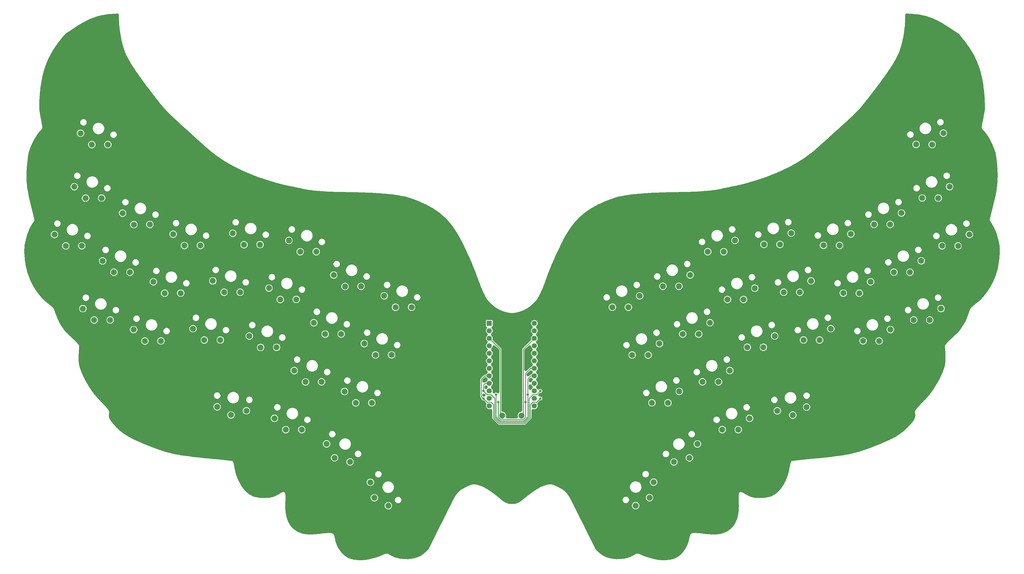
<source format=gbr>
G04 #@! TF.GenerationSoftware,KiCad,Pcbnew,5.1.5+dfsg1-2build2*
G04 #@! TF.CreationDate,2021-03-02T19:33:04+00:00*
G04 #@! TF.ProjectId,rev1,72657631-2e6b-4696-9361-645f70636258,rev?*
G04 #@! TF.SameCoordinates,Original*
G04 #@! TF.FileFunction,Copper,L2,Bot*
G04 #@! TF.FilePolarity,Positive*
%FSLAX46Y46*%
G04 Gerber Fmt 4.6, Leading zero omitted, Abs format (unit mm)*
G04 Created by KiCad (PCBNEW 5.1.5+dfsg1-2build2) date 2021-03-02 19:33:04*
%MOMM*%
%LPD*%
G04 APERTURE LIST*
%ADD10C,1.752600*%
%ADD11R,1.752600X1.752600*%
%ADD12C,2.000000*%
%ADD13C,0.800000*%
%ADD14C,0.250000*%
%ADD15C,1.000000*%
G04 APERTURE END LIST*
D10*
X219870325Y-152615250D03*
X204630325Y-180555250D03*
X219870325Y-155155250D03*
X219870325Y-157695250D03*
X219870325Y-160235250D03*
X219870325Y-162775250D03*
X219870325Y-165315250D03*
X219870325Y-167855250D03*
X219870325Y-170395250D03*
X219870325Y-172935250D03*
X219870325Y-175475250D03*
X219870325Y-178015250D03*
X219870325Y-180555250D03*
X204630325Y-178015250D03*
X204630325Y-175475250D03*
X204630325Y-172935250D03*
X204630325Y-170395250D03*
X204630325Y-167855250D03*
X204630325Y-165315250D03*
X204630325Y-162775250D03*
X204630325Y-160235250D03*
X204630325Y-157695250D03*
X204630325Y-155155250D03*
D11*
X204630325Y-152615250D03*
D12*
X75555534Y-92123269D03*
X66316738Y-88296435D03*
X70132501Y-92149999D03*
X66737491Y-126383083D03*
X57498695Y-122556249D03*
X61314458Y-126409813D03*
X73455535Y-110223269D03*
X64216739Y-106396435D03*
X68032502Y-110249999D03*
X76355535Y-151473269D03*
X67116739Y-147646435D03*
X70932502Y-151499999D03*
X83041591Y-135312071D03*
X73802795Y-131485237D03*
X77618558Y-135338801D03*
X89763366Y-119172380D03*
X80524570Y-115345546D03*
X84340333Y-119199110D03*
X93505534Y-158573269D03*
X84266738Y-154746435D03*
X88082501Y-158599999D03*
X100196449Y-142396198D03*
X90957653Y-138569364D03*
X94773416Y-142422928D03*
X106880535Y-126273269D03*
X97641739Y-122446435D03*
X101457502Y-126299999D03*
X122446663Y-182194706D03*
X112532214Y-180889445D03*
X117215333Y-183624110D03*
X113611871Y-158253028D03*
X104373075Y-154426194D03*
X108188838Y-158279758D03*
X120313367Y-142073270D03*
X111074571Y-138246436D03*
X114890334Y-142100000D03*
X127063366Y-125972380D03*
X117824570Y-122145546D03*
X121640333Y-125999110D03*
X141155535Y-188573269D03*
X131916739Y-184746435D03*
X135732502Y-188599999D03*
X132664913Y-160748313D03*
X123426117Y-156921479D03*
X127241880Y-160775043D03*
X139305534Y-144523269D03*
X130066738Y-140696435D03*
X133882501Y-144549999D03*
X146055535Y-128373269D03*
X136816739Y-124546435D03*
X140632502Y-128399999D03*
X157493807Y-199507660D03*
X149560274Y-193420046D03*
X152248642Y-198129895D03*
X147855534Y-172423269D03*
X138616738Y-168596435D03*
X142432501Y-172449999D03*
X154501687Y-156241851D03*
X145262891Y-152415017D03*
X149078654Y-156268581D03*
X161218710Y-140103917D03*
X151979914Y-136277083D03*
X155795677Y-140130647D03*
X170450183Y-214337478D03*
X164362569Y-206403945D03*
X165740334Y-211649110D03*
X164863366Y-179497380D03*
X155624570Y-175670546D03*
X159440333Y-179524110D03*
X171540334Y-163299110D03*
X162301538Y-159472276D03*
X166117301Y-163325840D03*
X178305534Y-147148269D03*
X169066738Y-143321435D03*
X172882501Y-147174999D03*
X360338144Y-106389970D03*
X351099348Y-110216804D03*
X356522381Y-110243534D03*
X367035104Y-122557863D03*
X357796308Y-126384697D03*
X363219341Y-126411427D03*
X333616929Y-138564908D03*
X324378133Y-142391742D03*
X329801166Y-142418472D03*
X208990333Y-183799110D03*
X215490333Y-183799110D03*
X301155466Y-156881654D03*
X291916670Y-160708488D03*
X297339703Y-160735218D03*
X275020440Y-193442549D03*
X267086907Y-199530163D03*
X272332072Y-198152398D03*
X358241448Y-88262469D03*
X349002652Y-92089303D03*
X354425685Y-92116033D03*
X344057934Y-115298241D03*
X334819138Y-119125075D03*
X340242171Y-119151805D03*
X357451853Y-147634024D03*
X348213057Y-151460858D03*
X353636090Y-151487588D03*
X350754893Y-131466131D03*
X341516097Y-135292965D03*
X346939130Y-135319695D03*
X326919971Y-122397017D03*
X317681175Y-126223851D03*
X323104208Y-126250581D03*
X340313890Y-154732802D03*
X331075094Y-158559636D03*
X336498127Y-158586366D03*
X306766731Y-122085629D03*
X297527935Y-125912463D03*
X302950968Y-125939193D03*
X320160651Y-154421408D03*
X310921855Y-158248242D03*
X316344888Y-158274972D03*
X313463689Y-138253517D03*
X304224893Y-142080351D03*
X309647926Y-142107081D03*
X311980278Y-180934723D03*
X302065829Y-182239984D03*
X307297159Y-183669388D03*
X292674073Y-184748588D03*
X283435277Y-188575422D03*
X288858310Y-188602152D03*
X260203092Y-206360715D03*
X254115478Y-214294248D03*
X258825327Y-211605880D03*
X287761542Y-124545872D03*
X278522746Y-128372706D03*
X283945779Y-128399436D03*
X294458502Y-140713761D03*
X285219706Y-144540595D03*
X290642739Y-144567325D03*
X268885337Y-175660340D03*
X259646541Y-179487174D03*
X265069574Y-179513904D03*
X285977106Y-168580695D03*
X276738310Y-172407529D03*
X282161343Y-172434259D03*
X279280150Y-152412805D03*
X270041354Y-156239639D03*
X275464387Y-156266369D03*
X262188376Y-159492447D03*
X252949580Y-163319281D03*
X258372613Y-163346011D03*
X272583187Y-136244914D03*
X263344391Y-140071748D03*
X268767424Y-140098478D03*
X255491416Y-143324554D03*
X246252620Y-147151388D03*
X251675653Y-147178118D03*
D13*
X207640334Y-179299110D03*
X216850000Y-179299110D03*
X202615333Y-178049110D03*
X221890333Y-178049110D03*
X206890334Y-176721537D03*
X217590334Y-176746537D03*
X202615334Y-175497823D03*
X221890334Y-175497823D03*
D14*
X216840333Y-169599110D02*
X218584192Y-167855252D01*
X218584192Y-167855252D02*
X219870324Y-167855251D01*
X216850000Y-179299110D02*
X216850000Y-169600000D01*
X216850000Y-184350000D02*
X216850000Y-179299110D01*
X216050923Y-185149077D02*
X216850000Y-184350000D01*
X208440301Y-185149077D02*
X216050923Y-185149077D01*
X207640333Y-184349110D02*
X208440301Y-185149077D01*
X207640334Y-179299110D02*
X207640333Y-184349110D01*
X218490353Y-184285501D02*
X218490333Y-184285520D01*
X218490352Y-180149091D02*
X218490353Y-184285501D01*
X219340334Y-179299110D02*
X218490352Y-180149091D01*
X220640333Y-179299111D02*
X219340334Y-179299110D01*
X221890333Y-178049110D02*
X220640333Y-179299111D01*
X203144194Y-170395250D02*
X204630325Y-170395251D01*
X201890333Y-171649110D02*
X203144194Y-170395250D01*
X201890333Y-177324110D02*
X201890333Y-171649110D01*
X202615333Y-178049110D02*
X201890333Y-177324110D01*
X218490353Y-184285501D02*
X218490353Y-184649092D01*
X218490353Y-184649092D02*
X216640334Y-186499110D01*
X216640334Y-186499110D02*
X207840334Y-186499110D01*
X207840334Y-186499110D02*
X205990333Y-184649110D01*
X205990334Y-180137333D02*
X205152111Y-179299110D01*
X205990333Y-184649110D02*
X205990334Y-180137333D01*
X205152111Y-179299110D02*
X203865334Y-179299110D01*
X203865334Y-179299110D02*
X202615333Y-178049110D01*
X217590334Y-176746537D02*
X217590333Y-177499110D01*
X217590333Y-177499110D02*
X217590334Y-177546538D01*
X217590314Y-184276310D02*
X217590313Y-177499130D01*
X217590313Y-177499130D02*
X217590333Y-177499110D01*
X216267536Y-185599089D02*
X217590314Y-184276310D01*
X208213132Y-185599089D02*
X216267536Y-185599089D01*
X206890356Y-177287244D02*
X206890355Y-184276312D01*
X206890333Y-177287222D02*
X206890356Y-177287244D01*
X206890355Y-184276312D02*
X208213132Y-185599089D01*
X206890334Y-176721537D02*
X206890333Y-177287222D01*
X217590333Y-175946537D02*
X217590334Y-176746537D01*
X217590333Y-171399110D02*
X217590333Y-175946537D01*
X218594193Y-170395251D02*
X217590333Y-171399110D01*
X219870324Y-170395251D02*
X218594193Y-170395251D01*
X221890334Y-175497823D02*
X220639046Y-176749110D01*
X220639046Y-176749110D02*
X219358539Y-176749110D01*
X218040325Y-178067324D02*
X218040324Y-184099081D01*
X219358539Y-176749110D02*
X218040325Y-178067324D01*
X218040324Y-184099081D02*
X218040344Y-184099100D01*
X203154193Y-172935250D02*
X204630325Y-172935251D01*
X202615333Y-173474110D02*
X203154193Y-172935250D01*
X202615334Y-175497823D02*
X202615333Y-173474110D01*
X203015333Y-175897822D02*
X202615334Y-175497823D01*
X218040324Y-184099081D02*
X218040325Y-184462709D01*
X218040325Y-184462709D02*
X216453935Y-186049100D01*
X216453935Y-186049100D02*
X208026733Y-186049099D01*
X206440344Y-184462711D02*
X206440344Y-177999121D01*
X205190333Y-176749110D02*
X203866620Y-176749110D01*
X208026733Y-186049099D02*
X206440344Y-184462711D01*
X206440344Y-177999121D02*
X205190333Y-176749110D01*
X203866620Y-176749110D02*
X203015333Y-175897822D01*
X208400000Y-161464925D02*
X204630325Y-157695250D01*
X208400000Y-183208777D02*
X208400000Y-161464925D01*
X208990333Y-183799110D02*
X208400000Y-183208777D01*
X216100000Y-161465574D02*
X219870324Y-157695250D01*
X216100000Y-183189444D02*
X216100000Y-161465574D01*
X215490334Y-183799110D02*
X216100000Y-183189444D01*
D15*
G36*
X346230386Y-48314683D02*
G01*
X346916756Y-48347182D01*
X347575289Y-48389183D01*
X348209208Y-48440673D01*
X348820375Y-48501791D01*
X349406541Y-48573005D01*
X349975743Y-48654796D01*
X350525364Y-48747337D01*
X351058419Y-48850633D01*
X351577343Y-48965356D01*
X352082832Y-49091602D01*
X352580121Y-49230132D01*
X353066902Y-49380730D01*
X353548594Y-49544252D01*
X354025681Y-49721384D01*
X354501524Y-49912231D01*
X354977143Y-50116976D01*
X355451947Y-50336765D01*
X355933715Y-50572012D01*
X356418591Y-50822660D01*
X356910614Y-51089538D01*
X357411544Y-51373055D01*
X357922517Y-51674193D01*
X358447734Y-51992443D01*
X358984540Y-52328598D01*
X359539740Y-52683718D01*
X360113587Y-53056849D01*
X360702828Y-53447846D01*
X361949231Y-54290816D01*
X363255351Y-55186625D01*
X363682515Y-55705183D01*
X364126417Y-56252049D01*
X364564143Y-56797764D01*
X364991732Y-57342679D01*
X365408064Y-57889897D01*
X365816557Y-58442533D01*
X366215890Y-59000301D01*
X366603510Y-59564936D01*
X366982280Y-60142430D01*
X367167553Y-60433204D01*
X367349248Y-60725453D01*
X367527011Y-61023270D01*
X367704720Y-61324603D01*
X367876029Y-61627844D01*
X368046043Y-61937217D01*
X368213357Y-62250739D01*
X368378146Y-62568988D01*
X368539271Y-62889704D01*
X368695245Y-63215202D01*
X368849830Y-63548590D01*
X369001863Y-63887187D01*
X369150394Y-64229575D01*
X369293845Y-64577444D01*
X369435776Y-64934333D01*
X369574352Y-65295145D01*
X369707832Y-65662474D01*
X369838822Y-66036950D01*
X369964834Y-66418587D01*
X370089059Y-66809893D01*
X370210161Y-67206695D01*
X370325509Y-67608876D01*
X370436452Y-68021690D01*
X370544947Y-68442752D01*
X370648356Y-68872413D01*
X370749267Y-69310990D01*
X370845103Y-69758566D01*
X370938433Y-70215370D01*
X371026255Y-70679792D01*
X371109018Y-71153865D01*
X371187001Y-71639969D01*
X371262441Y-72136308D01*
X371332481Y-72641114D01*
X371397625Y-73158355D01*
X371460002Y-73684664D01*
X371514619Y-74221997D01*
X371566862Y-74772643D01*
X371613754Y-75332736D01*
X371655482Y-75904920D01*
X371692017Y-76488979D01*
X371723351Y-77085112D01*
X371749487Y-77693786D01*
X371770410Y-78314941D01*
X371786112Y-78949054D01*
X371796588Y-79596398D01*
X371801628Y-80231528D01*
X371394877Y-82400337D01*
X371092766Y-83997394D01*
X371092677Y-83997699D01*
X371085303Y-84036845D01*
X371078216Y-84074311D01*
X371078189Y-84074614D01*
X370972826Y-84633977D01*
X370971678Y-84638065D01*
X370965567Y-84672514D01*
X370959068Y-84707016D01*
X370958694Y-84711260D01*
X370878087Y-85165646D01*
X370876639Y-85171098D01*
X370871228Y-85204311D01*
X370865347Y-85237465D01*
X370864911Y-85243093D01*
X370806104Y-85604076D01*
X370803604Y-85614629D01*
X370799787Y-85642852D01*
X370795212Y-85670936D01*
X370794526Y-85681751D01*
X370756664Y-85961710D01*
X370753815Y-85976053D01*
X370751401Y-86000623D01*
X370748093Y-86025086D01*
X370747563Y-86039698D01*
X370739484Y-86121938D01*
X370737602Y-86133037D01*
X370735645Y-86161018D01*
X370732903Y-86188935D01*
X370732906Y-86200193D01*
X370728153Y-86268168D01*
X370725692Y-86289678D01*
X370725415Y-86307325D01*
X370724183Y-86324937D01*
X370724797Y-86346589D01*
X370722440Y-86496512D01*
X370721749Y-86534613D01*
X370721826Y-86535573D01*
X370721811Y-86536529D01*
X370724935Y-86574333D01*
X370727066Y-86600900D01*
X370726397Y-86607588D01*
X370733357Y-86679336D01*
X370735969Y-86711902D01*
X370737154Y-86718484D01*
X370737800Y-86725138D01*
X370744037Y-86756735D01*
X370746331Y-86787351D01*
X370755499Y-86820330D01*
X370756905Y-86828134D01*
X370759365Y-86834391D01*
X370760956Y-86842453D01*
X370769776Y-86871684D01*
X370788540Y-86939180D01*
X370792520Y-86947065D01*
X370795072Y-86955521D01*
X370828004Y-87017351D01*
X370841765Y-87044610D01*
X370846466Y-87052014D01*
X370848024Y-87054940D01*
X370859906Y-87079965D01*
X370864999Y-87086810D01*
X370869153Y-87094610D01*
X370887323Y-87116816D01*
X370889268Y-87119431D01*
X370894469Y-87127623D01*
X370912716Y-87150948D01*
X370930402Y-87174720D01*
X370933065Y-87177649D01*
X370935223Y-87181156D01*
X370942390Y-87188880D01*
X370967239Y-87220644D01*
X370989805Y-87240063D01*
X371009723Y-87261973D01*
X371012763Y-87264720D01*
X371015556Y-87267730D01*
X371041995Y-87291135D01*
X371097350Y-87341155D01*
X371100885Y-87343267D01*
X371177578Y-87411158D01*
X371181709Y-87415702D01*
X371203972Y-87435819D01*
X371339984Y-87564561D01*
X371475584Y-87702777D01*
X371617520Y-87852545D01*
X371756204Y-88006293D01*
X371895793Y-88170862D01*
X372040920Y-88346515D01*
X372182813Y-88525348D01*
X372323103Y-88712156D01*
X372466103Y-88909597D01*
X372609892Y-89114937D01*
X372754246Y-89327667D01*
X372897347Y-89545081D01*
X373038388Y-89769488D01*
X373179966Y-90001069D01*
X373319336Y-90239266D01*
X373459284Y-90484557D01*
X373595463Y-90733211D01*
X373730832Y-90990924D01*
X373867991Y-91257737D01*
X374002613Y-91524695D01*
X374132358Y-91797667D01*
X374263787Y-92079080D01*
X374391464Y-92362780D01*
X374516863Y-92652219D01*
X374640994Y-92949099D01*
X374764195Y-93248376D01*
X374881277Y-93549481D01*
X374997071Y-93858265D01*
X375110373Y-94171131D01*
X375221252Y-94488558D01*
X375328745Y-94807197D01*
X375425661Y-95112240D01*
X375427937Y-95121088D01*
X375546132Y-95900166D01*
X375661180Y-96718312D01*
X375765621Y-97544447D01*
X375859513Y-98378515D01*
X375940293Y-99221477D01*
X375973979Y-99644381D01*
X376005168Y-100070890D01*
X376031174Y-100500497D01*
X376054453Y-100930134D01*
X376069976Y-101362703D01*
X376082991Y-101800798D01*
X376090718Y-102236827D01*
X376090718Y-102678321D01*
X376088126Y-103122778D01*
X376077810Y-103568209D01*
X376062322Y-104016827D01*
X376039082Y-104468698D01*
X376010664Y-104923921D01*
X375974473Y-105382505D01*
X375933277Y-105842365D01*
X375881747Y-106305887D01*
X375824776Y-106774854D01*
X375760276Y-107245714D01*
X375688307Y-107717871D01*
X375605619Y-108196178D01*
X375518078Y-108676101D01*
X375427283Y-109113321D01*
X375426570Y-109116308D01*
X375411937Y-109161686D01*
X375408331Y-109192748D01*
X373433827Y-117467570D01*
X373418841Y-117514796D01*
X373411233Y-117583102D01*
X373401907Y-117651217D01*
X373402518Y-117661340D01*
X373401396Y-117671413D01*
X373407259Y-117739882D01*
X373411402Y-117808516D01*
X373413976Y-117818325D01*
X373414841Y-117828424D01*
X373433954Y-117894451D01*
X373451403Y-117960941D01*
X373455839Y-117970056D01*
X373458659Y-117979796D01*
X373490289Y-118040832D01*
X373520370Y-118102633D01*
X373550329Y-118142096D01*
X373906897Y-118690758D01*
X374237282Y-119216021D01*
X374528730Y-119705091D01*
X374789493Y-120169351D01*
X374907807Y-120390622D01*
X375020613Y-120607461D01*
X375125023Y-120819763D01*
X375225273Y-121031792D01*
X375319831Y-121241065D01*
X375410246Y-121451782D01*
X375497734Y-121662253D01*
X375579911Y-121872925D01*
X375659171Y-122084448D01*
X375732875Y-122297210D01*
X375880561Y-122750196D01*
X376020611Y-123224842D01*
X376159160Y-123731570D01*
X376296499Y-124278851D01*
X376439945Y-124871937D01*
X376741950Y-126199208D01*
X376771668Y-126687076D01*
X376792179Y-127199842D01*
X376802485Y-127723167D01*
X376805065Y-128254023D01*
X376797346Y-128790185D01*
X376779379Y-129331509D01*
X376748555Y-129879164D01*
X376707544Y-130430749D01*
X376651111Y-130987898D01*
X376584354Y-131549931D01*
X376502384Y-132115017D01*
X376407539Y-132683829D01*
X376297547Y-133254516D01*
X376171776Y-133830238D01*
X376103768Y-134113350D01*
X376029432Y-134402237D01*
X375951708Y-134694474D01*
X375873089Y-134981059D01*
X375786818Y-135268037D01*
X375696969Y-135558887D01*
X375602028Y-135849616D01*
X375505431Y-136137881D01*
X375401171Y-136426503D01*
X375293260Y-136718117D01*
X375181289Y-137006953D01*
X375064179Y-137295911D01*
X374940733Y-137587553D01*
X374815823Y-137876629D01*
X374684441Y-138162892D01*
X374546654Y-138451732D01*
X374402367Y-138743143D01*
X374256828Y-139031664D01*
X374104866Y-139317355D01*
X373946382Y-139605181D01*
X373782735Y-139892587D01*
X373613882Y-140179380D01*
X373441049Y-140463793D01*
X373260575Y-140747720D01*
X373073629Y-141032748D01*
X372881269Y-141317443D01*
X372685019Y-141599583D01*
X372481186Y-141880873D01*
X372270753Y-142162904D01*
X372056212Y-142442574D01*
X371833929Y-142721579D01*
X371606570Y-142999263D01*
X371371273Y-143275992D01*
X371129341Y-143553183D01*
X370884782Y-143826275D01*
X370669529Y-144055949D01*
X370646101Y-144074698D01*
X370610502Y-144117002D01*
X370520346Y-144212190D01*
X370417851Y-144314685D01*
X370188120Y-144530390D01*
X369937366Y-144746480D01*
X369673790Y-144964370D01*
X369395389Y-145182748D01*
X369110294Y-145403501D01*
X368568213Y-145820527D01*
X368562814Y-145824015D01*
X368537056Y-145844496D01*
X368511016Y-145864529D01*
X368506337Y-145868922D01*
X368281161Y-146047970D01*
X368271571Y-146054568D01*
X368250450Y-146072389D01*
X368228782Y-146089618D01*
X368220410Y-146097735D01*
X368008942Y-146276162D01*
X367999822Y-146282823D01*
X367978924Y-146301489D01*
X367957509Y-146319558D01*
X367949637Y-146327648D01*
X367759108Y-146497825D01*
X367750735Y-146504287D01*
X367729795Y-146524007D01*
X367708378Y-146543137D01*
X367701229Y-146550910D01*
X367529529Y-146712612D01*
X367516718Y-146723381D01*
X367500936Y-146739539D01*
X367484505Y-146755014D01*
X367473512Y-146767618D01*
X367325270Y-146919400D01*
X367310437Y-146933209D01*
X367297843Y-146947482D01*
X367284538Y-146961105D01*
X367271865Y-146976924D01*
X367156194Y-147108019D01*
X367144142Y-147120244D01*
X367130221Y-147137455D01*
X367115569Y-147154061D01*
X367105524Y-147167990D01*
X367072771Y-147208484D01*
X367058872Y-147224140D01*
X367048067Y-147239027D01*
X367036512Y-147253313D01*
X367025017Y-147270785D01*
X366989004Y-147320402D01*
X366966846Y-147350674D01*
X366966029Y-147352057D01*
X366965086Y-147353356D01*
X366946144Y-147385709D01*
X366921548Y-147427335D01*
X366909837Y-147445274D01*
X366901572Y-147461142D01*
X366894455Y-147473186D01*
X366891177Y-147477478D01*
X366860767Y-147539484D01*
X366847075Y-147565772D01*
X366843452Y-147574791D01*
X366839173Y-147583515D01*
X366828796Y-147611271D01*
X366803047Y-147675361D01*
X366801243Y-147684963D01*
X366660922Y-148060271D01*
X366659703Y-148062802D01*
X366647138Y-148097140D01*
X366634382Y-148131257D01*
X366633663Y-148133962D01*
X366496129Y-148509812D01*
X366493472Y-148515558D01*
X366482636Y-148546687D01*
X366471301Y-148577662D01*
X366469718Y-148583795D01*
X366212598Y-149322408D01*
X366212073Y-149323553D01*
X366199706Y-149359443D01*
X366187178Y-149395431D01*
X366186881Y-149396660D01*
X366070714Y-149733783D01*
X365944320Y-150091043D01*
X365814997Y-150438436D01*
X365676480Y-150784981D01*
X365526681Y-151135760D01*
X365358349Y-151495941D01*
X365162814Y-151878989D01*
X364941135Y-152287835D01*
X364683524Y-152727036D01*
X364384737Y-153206371D01*
X364039659Y-153731457D01*
X363661395Y-154283922D01*
X363633466Y-154317954D01*
X363620272Y-154342637D01*
X363524991Y-154473601D01*
X363396519Y-154642554D01*
X363262201Y-154809493D01*
X363120033Y-154976481D01*
X362965384Y-155148839D01*
X362809271Y-155319571D01*
X362472658Y-155666561D01*
X362117218Y-156014841D01*
X361748009Y-156363911D01*
X361010171Y-157042927D01*
X361009348Y-157043550D01*
X360981008Y-157069764D01*
X360953092Y-157095455D01*
X360952417Y-157096212D01*
X360286245Y-157712422D01*
X360282544Y-157715294D01*
X360257395Y-157739108D01*
X360231993Y-157762605D01*
X360228885Y-157766105D01*
X359933516Y-158045795D01*
X359928085Y-158050164D01*
X359905014Y-158072785D01*
X359881524Y-158095028D01*
X359876952Y-158100299D01*
X359596506Y-158375273D01*
X359589925Y-158380803D01*
X359568465Y-158402767D01*
X359546535Y-158424269D01*
X359541016Y-158430861D01*
X359278478Y-158699563D01*
X359270794Y-158706363D01*
X359251038Y-158727647D01*
X359230735Y-158748427D01*
X359224316Y-158756437D01*
X358983062Y-159016353D01*
X358975246Y-159023651D01*
X358956338Y-159045144D01*
X358936874Y-159066114D01*
X358930406Y-159074622D01*
X358839937Y-159177461D01*
X358833807Y-159183435D01*
X358814012Y-159206931D01*
X358793693Y-159230028D01*
X358788691Y-159236986D01*
X358703178Y-159338486D01*
X358693599Y-159348489D01*
X358677868Y-159368527D01*
X358661465Y-159387997D01*
X358653628Y-159399405D01*
X358579116Y-159494319D01*
X358575411Y-159498295D01*
X358554859Y-159525219D01*
X358533948Y-159551855D01*
X358531028Y-159556437D01*
X358452229Y-159659664D01*
X358409520Y-159712605D01*
X358386208Y-159757112D01*
X358359779Y-159799852D01*
X358349729Y-159826759D01*
X358336403Y-159852201D01*
X358322221Y-159900404D01*
X358304639Y-159947477D01*
X358300031Y-159975828D01*
X358291925Y-160003381D01*
X358287419Y-160053429D01*
X358279359Y-160103022D01*
X358281754Y-160170992D01*
X358284055Y-160445254D01*
X358283456Y-160454093D01*
X358284385Y-160484527D01*
X358284640Y-160514973D01*
X358285582Y-160523782D01*
X358294268Y-160808459D01*
X358293901Y-160815954D01*
X358295466Y-160847731D01*
X358296436Y-160879509D01*
X358297398Y-160886946D01*
X358312617Y-161195876D01*
X358312462Y-161199839D01*
X358314553Y-161235178D01*
X358316289Y-161270417D01*
X358316869Y-161274327D01*
X358336308Y-161602843D01*
X358336287Y-161603401D01*
X358338598Y-161641547D01*
X358340916Y-161680719D01*
X358341006Y-161681285D01*
X358391493Y-162514587D01*
X358417574Y-162973358D01*
X358438280Y-163444140D01*
X358453740Y-163947131D01*
X358458867Y-164455199D01*
X358456341Y-164707509D01*
X358451288Y-164960386D01*
X358441341Y-165209596D01*
X358426657Y-165455065D01*
X358404282Y-165703677D01*
X358379040Y-165955595D01*
X358350210Y-166194159D01*
X358311192Y-166434857D01*
X358269798Y-166673237D01*
X358220414Y-166901338D01*
X358162235Y-167134052D01*
X358098681Y-167365538D01*
X358098035Y-167367668D01*
X358003436Y-167669167D01*
X357896952Y-167984312D01*
X357785374Y-168299522D01*
X357665186Y-168616871D01*
X357542486Y-168933588D01*
X357413297Y-169246177D01*
X357276842Y-169562598D01*
X357137957Y-169877147D01*
X356994051Y-170189374D01*
X356847690Y-170499296D01*
X356696451Y-170806133D01*
X356542607Y-171109973D01*
X356223518Y-171715204D01*
X355900594Y-172302669D01*
X355569748Y-172872860D01*
X355238176Y-173424100D01*
X354906686Y-173952673D01*
X354579767Y-174456800D01*
X354260908Y-174933275D01*
X353952976Y-175378611D01*
X353658642Y-175790679D01*
X353388808Y-176155953D01*
X353351770Y-176201085D01*
X353343733Y-176216121D01*
X353205360Y-176394659D01*
X352978518Y-176668367D01*
X352704632Y-176984487D01*
X352397440Y-177329625D01*
X352062045Y-177694920D01*
X351713150Y-178070112D01*
X351354119Y-178445273D01*
X351025235Y-178783520D01*
X350999057Y-178805003D01*
X350970433Y-178839881D01*
X350966521Y-178843905D01*
X350960689Y-178851218D01*
X350567965Y-179246438D01*
X350565776Y-179248273D01*
X350540225Y-179274355D01*
X350514579Y-179300164D01*
X350512780Y-179302370D01*
X350154807Y-179667782D01*
X350151003Y-179671052D01*
X350127314Y-179695846D01*
X350103324Y-179720335D01*
X350100183Y-179724244D01*
X349790398Y-180048485D01*
X349786683Y-180051759D01*
X349763246Y-180076904D01*
X349739528Y-180101729D01*
X349736478Y-180105623D01*
X349469015Y-180392580D01*
X349463108Y-180397999D01*
X349442216Y-180421332D01*
X349420894Y-180444208D01*
X349416036Y-180450571D01*
X349188858Y-180704291D01*
X349181297Y-180711603D01*
X349162664Y-180733547D01*
X349143458Y-180754996D01*
X349137243Y-180763483D01*
X348947517Y-180986912D01*
X348937986Y-180996782D01*
X348922096Y-181016849D01*
X348905534Y-181036353D01*
X348897723Y-181047628D01*
X348739104Y-181247942D01*
X348724701Y-181264600D01*
X348714723Y-181278732D01*
X348703993Y-181292283D01*
X348692088Y-181310791D01*
X348569130Y-181484946D01*
X348558313Y-181498615D01*
X348546470Y-181517040D01*
X348533855Y-181534908D01*
X348525256Y-181550046D01*
X348431928Y-181695247D01*
X348418564Y-181714318D01*
X348410711Y-181728258D01*
X348402052Y-181741729D01*
X348391432Y-181762476D01*
X348319502Y-181890154D01*
X348304483Y-181915322D01*
X348300226Y-181924367D01*
X348295324Y-181933069D01*
X348283521Y-181959866D01*
X348258883Y-182012221D01*
X348244589Y-182041296D01*
X348242189Y-182047697D01*
X348239271Y-182053897D01*
X348228397Y-182084475D01*
X348217589Y-182113298D01*
X348213766Y-182121540D01*
X348203794Y-182150084D01*
X348203524Y-182150804D01*
X348200495Y-182156131D01*
X348177610Y-182225035D01*
X348166681Y-182256318D01*
X348165223Y-182262330D01*
X348163269Y-182268213D01*
X348155945Y-182300585D01*
X348142347Y-182356653D01*
X348142178Y-182357239D01*
X348142090Y-182357713D01*
X348138845Y-182371094D01*
X348138623Y-182376438D01*
X348137894Y-182380372D01*
X348132699Y-182403335D01*
X348130743Y-182418991D01*
X348124960Y-182450215D01*
X348118097Y-182485804D01*
X348117824Y-182488750D01*
X348117285Y-182491662D01*
X348114212Y-182527762D01*
X348109387Y-182579863D01*
X348105774Y-182616549D01*
X348105774Y-182618883D01*
X348105559Y-182621205D01*
X348105774Y-182658004D01*
X348105774Y-182691849D01*
X348104818Y-182709683D01*
X348105749Y-182730546D01*
X348105593Y-182731587D01*
X348105774Y-182735416D01*
X348105774Y-182752548D01*
X348107331Y-182768356D01*
X348109253Y-182809016D01*
X348110969Y-182847457D01*
X348111119Y-182848501D01*
X348111169Y-182849557D01*
X348116763Y-182887757D01*
X348127776Y-182964358D01*
X348128125Y-182965349D01*
X348132934Y-182998185D01*
X348135240Y-183020463D01*
X348138626Y-183037053D01*
X348141076Y-183053785D01*
X348146472Y-183075498D01*
X348193041Y-183303683D01*
X348209126Y-183400793D01*
X348220966Y-183496104D01*
X348228839Y-183591573D01*
X348232774Y-183686993D01*
X348232774Y-183782965D01*
X348228826Y-183879102D01*
X348221547Y-183967907D01*
X348207564Y-184065582D01*
X348191469Y-184164163D01*
X348172478Y-184248757D01*
X348143724Y-184349812D01*
X348112550Y-184451854D01*
X348079497Y-184542383D01*
X348034725Y-184647491D01*
X347986969Y-184754724D01*
X347934697Y-184858432D01*
X347876755Y-184965517D01*
X347807871Y-185081013D01*
X347737286Y-185196910D01*
X347571652Y-185442758D01*
X347381700Y-185700755D01*
X347163384Y-185974508D01*
X346915225Y-186267035D01*
X346637356Y-186579829D01*
X346329169Y-186915210D01*
X346080089Y-187182007D01*
X345829943Y-187439556D01*
X345579681Y-187690583D01*
X345329598Y-187932077D01*
X345072506Y-188169568D01*
X344815154Y-188401441D01*
X344556600Y-188624851D01*
X344288326Y-188845038D01*
X344016606Y-189061652D01*
X343739418Y-189272819D01*
X343453668Y-189480936D01*
X343159070Y-189686900D01*
X342857070Y-189889926D01*
X342543649Y-190091484D01*
X342222584Y-190291003D01*
X341889457Y-190488590D01*
X341539753Y-190687357D01*
X341181989Y-190885802D01*
X340810613Y-191083014D01*
X340420151Y-191282125D01*
X340018863Y-191482251D01*
X339599956Y-191683173D01*
X339163102Y-191886518D01*
X338709115Y-192092639D01*
X338240205Y-192300783D01*
X337749781Y-192511822D01*
X337239124Y-192727084D01*
X336710936Y-192945420D01*
X335586186Y-193397161D01*
X334398987Y-193859422D01*
X334352997Y-193873373D01*
X334325208Y-193888227D01*
X333162997Y-194329867D01*
X332048697Y-194740896D01*
X331524876Y-194928012D01*
X331010983Y-195105398D01*
X330510777Y-195273175D01*
X330020563Y-195431133D01*
X329533398Y-195580652D01*
X329049623Y-195722421D01*
X328561523Y-195856972D01*
X328067475Y-195985269D01*
X327566023Y-196107788D01*
X327051019Y-196225023D01*
X326519817Y-196338260D01*
X325967098Y-196447507D01*
X325392380Y-196553609D01*
X324787647Y-196657091D01*
X324155371Y-196758987D01*
X323488183Y-196859197D01*
X322785398Y-196958845D01*
X322039729Y-197058618D01*
X321253614Y-197158525D01*
X320419924Y-197259515D01*
X318594673Y-197467626D01*
X316543141Y-197687301D01*
X314238800Y-197923548D01*
X311650155Y-198181619D01*
X311613499Y-198185268D01*
X311613446Y-198185279D01*
X311613402Y-198185283D01*
X311609304Y-198186103D01*
X307151234Y-198647283D01*
X307143475Y-198647471D01*
X307112189Y-198651322D01*
X307080798Y-198654569D01*
X307073185Y-198656122D01*
X307021255Y-198662514D01*
X307002131Y-198663896D01*
X306982271Y-198667312D01*
X306962291Y-198669771D01*
X306952896Y-198671878D01*
X306947443Y-198671761D01*
X306890859Y-198681760D01*
X306873010Y-198683941D01*
X306852173Y-198688596D01*
X306831142Y-198692312D01*
X306813818Y-198697164D01*
X306812516Y-198697455D01*
X306769856Y-198705516D01*
X306761683Y-198708810D01*
X306757748Y-198709689D01*
X306739576Y-198717720D01*
X306701226Y-198733176D01*
X306632182Y-198760055D01*
X306628138Y-198762633D01*
X306623695Y-198764424D01*
X306561760Y-198804955D01*
X306499305Y-198844775D01*
X306495843Y-198848091D01*
X306491834Y-198850715D01*
X306438975Y-198902571D01*
X306385511Y-198953789D01*
X306382764Y-198957715D01*
X306379341Y-198961073D01*
X306337612Y-199022248D01*
X306295170Y-199082908D01*
X306278074Y-199121799D01*
X306272841Y-199131684D01*
X306256561Y-199161453D01*
X306254429Y-199166465D01*
X306251882Y-199171275D01*
X306239034Y-199202645D01*
X306210321Y-199270128D01*
X306209559Y-199273775D01*
X306203783Y-199286174D01*
X306197510Y-199304033D01*
X306190348Y-199321521D01*
X306184508Y-199341051D01*
X306150858Y-199436858D01*
X306142051Y-199459160D01*
X306137840Y-199473919D01*
X306132762Y-199488378D01*
X306127078Y-199511643D01*
X306087647Y-199649859D01*
X306082645Y-199664069D01*
X306076870Y-199687635D01*
X306070221Y-199710943D01*
X306067530Y-199725752D01*
X306024542Y-199901187D01*
X306021269Y-199911340D01*
X306015196Y-199939326D01*
X306008380Y-199967144D01*
X306006869Y-199977705D01*
X305958946Y-200198562D01*
X305956941Y-200205171D01*
X305950625Y-200236910D01*
X305943750Y-200268596D01*
X305942953Y-200275469D01*
X305810724Y-200939979D01*
X305809720Y-200943398D01*
X305803063Y-200978479D01*
X305796084Y-201013553D01*
X305795734Y-201017104D01*
X305625172Y-201915962D01*
X305614737Y-201950363D01*
X305610535Y-201993031D01*
X305564819Y-202220515D01*
X305504653Y-202492268D01*
X305436713Y-202773846D01*
X305360997Y-203064091D01*
X305277559Y-203361938D01*
X305187212Y-203663594D01*
X305086665Y-203971271D01*
X304977538Y-204286214D01*
X304861662Y-204602356D01*
X304735658Y-204921647D01*
X304602187Y-205242481D01*
X304458612Y-205564139D01*
X304307567Y-205886115D01*
X304147755Y-206204491D01*
X303976883Y-206523619D01*
X303799976Y-206837568D01*
X303610829Y-207147917D01*
X303414677Y-207453564D01*
X303206462Y-207753493D01*
X302989978Y-208049106D01*
X302766909Y-208333704D01*
X302532156Y-208610271D01*
X302286875Y-208879344D01*
X302031292Y-209140088D01*
X301900997Y-209264351D01*
X301769469Y-209387354D01*
X301635987Y-209505104D01*
X301497647Y-209622329D01*
X301357142Y-209736429D01*
X301216337Y-209845970D01*
X301070837Y-209952878D01*
X300922384Y-210057568D01*
X300772862Y-210157887D01*
X300620152Y-210254825D01*
X300464413Y-210348893D01*
X300307501Y-210438523D01*
X300147297Y-210524458D01*
X299984025Y-210607047D01*
X299818704Y-210685433D01*
X299667077Y-210752465D01*
X299490986Y-210801875D01*
X299265863Y-210858583D01*
X299011399Y-210916281D01*
X298730229Y-210973013D01*
X298424866Y-211027828D01*
X298098475Y-211078756D01*
X297753462Y-211124708D01*
X297392721Y-211163869D01*
X297017772Y-211195241D01*
X296632034Y-211217282D01*
X296237584Y-211228781D01*
X295837055Y-211228532D01*
X295429166Y-211215011D01*
X295229493Y-211203323D01*
X295027349Y-211187829D01*
X294824910Y-211168152D01*
X294623015Y-211144846D01*
X294423025Y-211117319D01*
X294268784Y-211092679D01*
X294243649Y-211085054D01*
X294215137Y-211082246D01*
X294187213Y-211075902D01*
X294172320Y-211075499D01*
X294054134Y-211052833D01*
X293887681Y-211016130D01*
X293725096Y-210975366D01*
X293566734Y-210931325D01*
X293412028Y-210883669D01*
X293261348Y-210833286D01*
X293114276Y-210779933D01*
X292974275Y-210725641D01*
X292694604Y-210606576D01*
X292433479Y-210482848D01*
X292186048Y-210354891D01*
X291952820Y-210225538D01*
X291509457Y-209965430D01*
X291158612Y-209753140D01*
X291154979Y-209750485D01*
X291125081Y-209732851D01*
X291095246Y-209714798D01*
X291091168Y-209712848D01*
X290843906Y-209567010D01*
X290829438Y-209557372D01*
X290810112Y-209547077D01*
X290791221Y-209535935D01*
X290775432Y-209528604D01*
X290691394Y-209483837D01*
X290662907Y-209468043D01*
X290656733Y-209465374D01*
X290650807Y-209462217D01*
X290620748Y-209449816D01*
X290547161Y-209418002D01*
X290512525Y-209402921D01*
X290511554Y-209402607D01*
X290510605Y-209402197D01*
X290495492Y-209397358D01*
X290479757Y-209390473D01*
X290467034Y-209386337D01*
X290354863Y-209341661D01*
X290337301Y-209333628D01*
X290318379Y-209327130D01*
X290299803Y-209319731D01*
X290281255Y-209314380D01*
X290186070Y-209281691D01*
X290166145Y-209273836D01*
X290148923Y-209268933D01*
X290132007Y-209263124D01*
X290111186Y-209258191D01*
X290032813Y-209235881D01*
X290008531Y-209228056D01*
X289995074Y-209225138D01*
X289981818Y-209221364D01*
X289956693Y-209216814D01*
X289892407Y-209202872D01*
X289864340Y-209196018D01*
X289854052Y-209194554D01*
X289843889Y-209192350D01*
X289815171Y-209189021D01*
X289762162Y-209181478D01*
X289728939Y-209176273D01*
X289723318Y-209175951D01*
X289717746Y-209175158D01*
X289706278Y-209174662D01*
X289637186Y-209171015D01*
X289599682Y-209168866D01*
X289597876Y-209168940D01*
X289596058Y-209168844D01*
X289591067Y-209169071D01*
X289581620Y-209167862D01*
X289519820Y-209172137D01*
X289481680Y-209173699D01*
X289477151Y-209174794D01*
X289473252Y-209175358D01*
X289463800Y-209176012D01*
X289439498Y-209180114D01*
X289396163Y-209183545D01*
X289374694Y-209189611D01*
X289365743Y-209190905D01*
X289348394Y-209197041D01*
X289324155Y-209203889D01*
X289251971Y-209223510D01*
X289248375Y-209225300D01*
X289244512Y-209226391D01*
X289177885Y-209260379D01*
X289110889Y-209293719D01*
X289103583Y-209299367D01*
X289101234Y-209300462D01*
X289057892Y-209332228D01*
X289045888Y-209339920D01*
X289026202Y-209355454D01*
X289005976Y-209370278D01*
X288995356Y-209379794D01*
X288953174Y-209413080D01*
X288940004Y-209428514D01*
X288935078Y-209432514D01*
X288921216Y-209446231D01*
X288906704Y-209459235D01*
X288893320Y-209473835D01*
X288850067Y-209516635D01*
X288836377Y-209526527D01*
X288794177Y-209571940D01*
X288778147Y-209587802D01*
X288767417Y-209600738D01*
X288729105Y-209641966D01*
X288717214Y-209661258D01*
X288702744Y-209678701D01*
X288675950Y-209728201D01*
X288646416Y-209776115D01*
X288638516Y-209797357D01*
X288627728Y-209817288D01*
X288611105Y-209871066D01*
X288605250Y-209886811D01*
X288599503Y-209908603D01*
X288581191Y-209967845D01*
X288579575Y-209983416D01*
X288574526Y-209999542D01*
X288570808Y-210017403D01*
X288566159Y-210035030D01*
X288562810Y-210055824D01*
X288557368Y-210081968D01*
X288552775Y-210099333D01*
X288549367Y-210120400D01*
X288545016Y-210141302D01*
X288543096Y-210159168D01*
X288535592Y-210205555D01*
X288532043Y-210221619D01*
X288529325Y-210244300D01*
X288525674Y-210266868D01*
X288524651Y-210283298D01*
X288513893Y-210373057D01*
X288511945Y-210383081D01*
X288509224Y-210412013D01*
X288505758Y-210440934D01*
X288505542Y-210451149D01*
X288495598Y-210556877D01*
X288493469Y-210570216D01*
X288491921Y-210595968D01*
X288489504Y-210621659D01*
X288489563Y-210635170D01*
X288470421Y-210953526D01*
X288468727Y-210967111D01*
X288468065Y-210992706D01*
X288466527Y-211018283D01*
X288467049Y-211031974D01*
X288457587Y-211397761D01*
X288456506Y-211409006D01*
X288456571Y-211437034D01*
X288455847Y-211465033D01*
X288456662Y-211476288D01*
X288457588Y-211874778D01*
X288456873Y-211884903D01*
X288457679Y-211914043D01*
X288457747Y-211943203D01*
X288458766Y-211953304D01*
X288470378Y-212372992D01*
X288469923Y-212382963D01*
X288471464Y-212412233D01*
X288472275Y-212441559D01*
X288473529Y-212451469D01*
X288494499Y-212849888D01*
X288492678Y-212868563D01*
X288498633Y-212928427D01*
X288499719Y-212949067D01*
X288499850Y-212949928D01*
X288516783Y-213301781D01*
X288529619Y-213678649D01*
X288536791Y-214047713D01*
X288538069Y-214408897D01*
X288533733Y-214762736D01*
X288523563Y-215108267D01*
X288507578Y-215446218D01*
X288485820Y-215776379D01*
X288458340Y-216098832D01*
X288424918Y-216413203D01*
X288385820Y-216720225D01*
X288340949Y-217019117D01*
X288289989Y-217310457D01*
X288233498Y-217594153D01*
X288171092Y-217870417D01*
X288103067Y-218139077D01*
X288029178Y-218400136D01*
X287949845Y-218653710D01*
X287864676Y-218899298D01*
X287773589Y-219138491D01*
X287677040Y-219370256D01*
X287574655Y-219594882D01*
X287466705Y-219812687D01*
X287353298Y-220022929D01*
X287233496Y-220227256D01*
X287108237Y-220425170D01*
X286977237Y-220616035D01*
X286840139Y-220801022D01*
X286697071Y-220979917D01*
X286547754Y-221152872D01*
X286392149Y-221320177D01*
X286227180Y-221484669D01*
X286037453Y-221664154D01*
X285846624Y-221834399D01*
X285654417Y-221995815D01*
X285460944Y-222147777D01*
X285265055Y-222291018D01*
X285066173Y-222425813D01*
X284864097Y-222552523D01*
X284658531Y-222670794D01*
X284448647Y-222781246D01*
X284234221Y-222883778D01*
X284014828Y-222978371D01*
X283788756Y-223065648D01*
X283557056Y-223145390D01*
X283318427Y-223217146D01*
X283071564Y-223281772D01*
X282816684Y-223338678D01*
X282552224Y-223388581D01*
X282278872Y-223431027D01*
X281995234Y-223466267D01*
X281701310Y-223494600D01*
X281396541Y-223515678D01*
X281080611Y-223529902D01*
X280752828Y-223536925D01*
X280413015Y-223536925D01*
X280060030Y-223529820D01*
X279694133Y-223516051D01*
X279314292Y-223495305D01*
X278920397Y-223468050D01*
X278512520Y-223434018D01*
X278089229Y-223393372D01*
X277650596Y-223346366D01*
X277224868Y-223296596D01*
X277218105Y-223295244D01*
X277185900Y-223292041D01*
X277153664Y-223288272D01*
X277148975Y-223288187D01*
X276434347Y-223208571D01*
X276429531Y-223207611D01*
X276395333Y-223204225D01*
X276361134Y-223200415D01*
X276356217Y-223200352D01*
X275727854Y-223138138D01*
X275721049Y-223136902D01*
X275688756Y-223134266D01*
X275656533Y-223131076D01*
X275649621Y-223131072D01*
X275108100Y-223086876D01*
X275098228Y-223085337D01*
X275068956Y-223083682D01*
X275039739Y-223081297D01*
X275029750Y-223081464D01*
X274573675Y-223055671D01*
X274563826Y-223054385D01*
X274534496Y-223053455D01*
X274505154Y-223051796D01*
X274495216Y-223052210D01*
X274329839Y-223046969D01*
X274321338Y-223046043D01*
X274290610Y-223045726D01*
X274259857Y-223044751D01*
X274251315Y-223045320D01*
X274105257Y-223043812D01*
X274094272Y-223042920D01*
X274065996Y-223043406D01*
X274037706Y-223043114D01*
X274026723Y-223044081D01*
X273896621Y-223046318D01*
X273883671Y-223045688D01*
X273857356Y-223046993D01*
X273831020Y-223047446D01*
X273818144Y-223048938D01*
X273701269Y-223054735D01*
X273684219Y-223054632D01*
X273662048Y-223056680D01*
X273639819Y-223057783D01*
X273622961Y-223060292D01*
X273517374Y-223070047D01*
X273496551Y-223071007D01*
X273478300Y-223073657D01*
X273459917Y-223075356D01*
X273439433Y-223079302D01*
X273342233Y-223093418D01*
X273315392Y-223096480D01*
X273303401Y-223099058D01*
X273291253Y-223100822D01*
X273265004Y-223107312D01*
X273168357Y-223128089D01*
X273131288Y-223135944D01*
X273130170Y-223136298D01*
X273129023Y-223136545D01*
X273092992Y-223148084D01*
X273006160Y-223175609D01*
X272972895Y-223185750D01*
X272968802Y-223187452D01*
X272964565Y-223188795D01*
X272932557Y-223202523D01*
X272866575Y-223229959D01*
X272837099Y-223241565D01*
X272830348Y-223245022D01*
X272823338Y-223247937D01*
X272799802Y-223260558D01*
X272793511Y-223262467D01*
X272730263Y-223296276D01*
X272701536Y-223310987D01*
X272695592Y-223314809D01*
X272689355Y-223318143D01*
X272662506Y-223336084D01*
X272653412Y-223341931D01*
X272642336Y-223346955D01*
X272614031Y-223367254D01*
X272602198Y-223374863D01*
X272598664Y-223378275D01*
X272589074Y-223385153D01*
X272567393Y-223399640D01*
X272557147Y-223408049D01*
X272546363Y-223415783D01*
X272526748Y-223432998D01*
X272508819Y-223447713D01*
X272498235Y-223454462D01*
X272484133Y-223467973D01*
X272476100Y-223474566D01*
X272471863Y-223479729D01*
X272453974Y-223496869D01*
X272437557Y-223511277D01*
X272425594Y-223524060D01*
X272412957Y-223536167D01*
X272398749Y-223552744D01*
X272385314Y-223567099D01*
X272383009Y-223568983D01*
X272379026Y-223573817D01*
X272356856Y-223597506D01*
X272348718Y-223610604D01*
X272337889Y-223623748D01*
X272317365Y-223647693D01*
X272312885Y-223654096D01*
X272307911Y-223660134D01*
X272290332Y-223686335D01*
X272249665Y-223744465D01*
X272246503Y-223751660D01*
X272246347Y-223751892D01*
X272226138Y-223781462D01*
X272224491Y-223784467D01*
X272222587Y-223787305D01*
X272205674Y-223818803D01*
X272173718Y-223877112D01*
X272161260Y-223897948D01*
X272154846Y-223911546D01*
X272147624Y-223924725D01*
X272138103Y-223947046D01*
X272109909Y-224006824D01*
X272099527Y-224026620D01*
X272093165Y-224042326D01*
X272085933Y-224057660D01*
X272078423Y-224078721D01*
X272048099Y-224153583D01*
X272038164Y-224175680D01*
X272033351Y-224189992D01*
X272027691Y-224203967D01*
X272020848Y-224227177D01*
X271992150Y-224312525D01*
X271986004Y-224327856D01*
X271979635Y-224349746D01*
X271972372Y-224371347D01*
X271968669Y-224387438D01*
X271942141Y-224478616D01*
X271937398Y-224491757D01*
X271931180Y-224516292D01*
X271924098Y-224540632D01*
X271921525Y-224554385D01*
X271895160Y-224658409D01*
X271890975Y-224671366D01*
X271885508Y-224696490D01*
X271879197Y-224721392D01*
X271877163Y-224734843D01*
X271811161Y-225038186D01*
X271807811Y-225049730D01*
X271802811Y-225076560D01*
X271797009Y-225103226D01*
X271795617Y-225115165D01*
X271722748Y-225506185D01*
X271687007Y-225696047D01*
X271649198Y-225876854D01*
X271607556Y-226056010D01*
X271562269Y-226234253D01*
X271513144Y-226411151D01*
X271460310Y-226587101D01*
X271403955Y-226761248D01*
X271343724Y-226934441D01*
X271279927Y-227106018D01*
X271211980Y-227277100D01*
X271140528Y-227447224D01*
X271065874Y-227614891D01*
X270987235Y-227781366D01*
X270904491Y-227947584D01*
X270818387Y-228112251D01*
X270729072Y-228274663D01*
X270635322Y-228436595D01*
X270538498Y-228596916D01*
X270437766Y-228755555D01*
X270333288Y-228913495D01*
X270225399Y-229069361D01*
X270113807Y-229223928D01*
X269998242Y-229377445D01*
X269879465Y-229529216D01*
X269756927Y-229679147D01*
X269630354Y-229828330D01*
X269500387Y-229975740D01*
X269367078Y-230121325D01*
X269230160Y-230265126D01*
X269089092Y-230407919D01*
X268944926Y-230548634D01*
X268799000Y-230685807D01*
X268669607Y-230801444D01*
X268541135Y-230908769D01*
X268410645Y-231010211D01*
X268278033Y-231106390D01*
X268142486Y-231197435D01*
X268004638Y-231283875D01*
X267864519Y-231365044D01*
X267720435Y-231442363D01*
X267573655Y-231515522D01*
X267424901Y-231583930D01*
X267271558Y-231648753D01*
X267115204Y-231709986D01*
X266956329Y-231766994D01*
X266793311Y-231820547D01*
X266626362Y-231870798D01*
X266456283Y-231917683D01*
X266282728Y-231961192D01*
X266108873Y-232000802D01*
X265738740Y-232073542D01*
X265358008Y-232134439D01*
X264962443Y-232185229D01*
X264552553Y-232226926D01*
X264128268Y-232260583D01*
X263689286Y-232287585D01*
X263259512Y-232307992D01*
X262876743Y-232264622D01*
X262455184Y-232210833D01*
X262018037Y-232148052D01*
X261566971Y-232076087D01*
X261104066Y-231993673D01*
X260630503Y-231900550D01*
X260147812Y-231795707D01*
X259658095Y-231678973D01*
X259163112Y-231549414D01*
X258663763Y-231406195D01*
X258162432Y-231249275D01*
X257657885Y-231076491D01*
X257409409Y-230985701D01*
X257159487Y-230890397D01*
X256910020Y-230790863D01*
X256661300Y-230687378D01*
X256413918Y-230579731D01*
X256167336Y-230467809D01*
X255922572Y-230351855D01*
X255677004Y-230230342D01*
X255610840Y-230196676D01*
X255568514Y-230184764D01*
X255527374Y-230169217D01*
X255454076Y-230157014D01*
X255143598Y-230101746D01*
X255124702Y-230097404D01*
X255104966Y-230094870D01*
X255085351Y-230091378D01*
X255066000Y-230089866D01*
X254842154Y-230061121D01*
X254821472Y-230057498D01*
X254803243Y-230056124D01*
X254785083Y-230053792D01*
X254764066Y-230053171D01*
X254695587Y-230048009D01*
X254675129Y-230045503D01*
X254656450Y-230045059D01*
X254637804Y-230043654D01*
X254617190Y-230044127D01*
X254559287Y-230042752D01*
X254532697Y-230041279D01*
X254520060Y-230041821D01*
X254507402Y-230041520D01*
X254480819Y-230043502D01*
X254422433Y-230046005D01*
X254386370Y-230047266D01*
X254383248Y-230047684D01*
X254380101Y-230047819D01*
X254362859Y-230050266D01*
X254361002Y-230050161D01*
X254285581Y-230060764D01*
X254249213Y-230065634D01*
X254246662Y-230066235D01*
X254244050Y-230066602D01*
X254208197Y-230075294D01*
X254134255Y-230092708D01*
X254132411Y-230093549D01*
X254119047Y-230096719D01*
X254117200Y-230097354D01*
X254115290Y-230097817D01*
X254099129Y-230103461D01*
X254093479Y-230104317D01*
X254025255Y-230128961D01*
X253993929Y-230139729D01*
X253988264Y-230142322D01*
X253982401Y-230144440D01*
X253952492Y-230158697D01*
X253886543Y-230188885D01*
X253881599Y-230192456D01*
X253861669Y-230201912D01*
X253861044Y-230202287D01*
X253860397Y-230202596D01*
X253827855Y-230222235D01*
X253780792Y-230250519D01*
X253753371Y-230266295D01*
X253747149Y-230270739D01*
X253740602Y-230274674D01*
X253715233Y-230293536D01*
X253673042Y-230323672D01*
X253651498Y-230337994D01*
X253641085Y-230346498D01*
X253630156Y-230354305D01*
X253610694Y-230371320D01*
X253568722Y-230405600D01*
X253551790Y-230418191D01*
X253538321Y-230430430D01*
X253524223Y-230441944D01*
X253509264Y-230456832D01*
X253379324Y-230574903D01*
X253373582Y-230579398D01*
X253156579Y-230695511D01*
X252914231Y-230819316D01*
X252679960Y-230933454D01*
X252454153Y-231038054D01*
X252235907Y-231133244D01*
X252024063Y-231220445D01*
X251819691Y-231299407D01*
X251621723Y-231370666D01*
X251429665Y-231434847D01*
X251243317Y-231492223D01*
X251061898Y-231543405D01*
X250884881Y-231588800D01*
X250711642Y-231629111D01*
X250542979Y-231664230D01*
X250376512Y-231694933D01*
X250216410Y-231721029D01*
X249890478Y-231764159D01*
X249572590Y-231794796D01*
X249254535Y-231816516D01*
X248933105Y-231832065D01*
X248306333Y-231855676D01*
X248303303Y-231855515D01*
X248267008Y-231857157D01*
X248230826Y-231858520D01*
X248227830Y-231858929D01*
X247957184Y-231871174D01*
X247950245Y-231870926D01*
X247917894Y-231872951D01*
X247885602Y-231874412D01*
X247878748Y-231875402D01*
X247598706Y-231892931D01*
X247593758Y-231892816D01*
X247582408Y-231893667D01*
X247237077Y-231858316D01*
X246888098Y-231817410D01*
X246558035Y-231773384D01*
X246245882Y-231726296D01*
X245951519Y-231676314D01*
X245673326Y-231622922D01*
X245410755Y-231566691D01*
X245163458Y-231507378D01*
X244930448Y-231444999D01*
X244709451Y-231379134D01*
X244500676Y-231310578D01*
X244303278Y-231238798D01*
X244115621Y-231163734D01*
X243936089Y-231084955D01*
X243764021Y-231002874D01*
X243599126Y-230917194D01*
X243438463Y-230826748D01*
X243281690Y-230732171D01*
X243128530Y-230632945D01*
X242976212Y-230527931D01*
X242824954Y-230417708D01*
X242673706Y-230301623D01*
X242521191Y-230179123D01*
X242368745Y-230051801D01*
X242047894Y-229771088D01*
X241710109Y-229462597D01*
X241081467Y-228886882D01*
X241019922Y-228800313D01*
X240925683Y-228666334D01*
X239648011Y-226055229D01*
X239647059Y-226052726D01*
X239630705Y-226019860D01*
X239614643Y-225987036D01*
X239613242Y-225984768D01*
X238406875Y-223560450D01*
X238406591Y-223559709D01*
X238389210Y-223524950D01*
X238372212Y-223490792D01*
X238371798Y-223490132D01*
X237310708Y-221368207D01*
X237310509Y-221367690D01*
X237293050Y-221332896D01*
X237275805Y-221298410D01*
X237275513Y-221297946D01*
X236324834Y-219403332D01*
X234688014Y-216140019D01*
X233987424Y-214730129D01*
X233689196Y-214121888D01*
X252365478Y-214121888D01*
X252365478Y-214466608D01*
X252432729Y-214804704D01*
X252564648Y-215123184D01*
X252756164Y-215409808D01*
X252999918Y-215653562D01*
X253286542Y-215845078D01*
X253605022Y-215976997D01*
X253943118Y-216044248D01*
X254287838Y-216044248D01*
X254625934Y-215976997D01*
X254944414Y-215845078D01*
X255231038Y-215653562D01*
X255474792Y-215409808D01*
X255666308Y-215123184D01*
X255798227Y-214804704D01*
X255865478Y-214466608D01*
X255865478Y-214121888D01*
X255798227Y-213783792D01*
X255666308Y-213465312D01*
X255474792Y-213178688D01*
X255231038Y-212934934D01*
X254944414Y-212743418D01*
X254625934Y-212611499D01*
X254287838Y-212544248D01*
X253943118Y-212544248D01*
X253605022Y-212611499D01*
X253286542Y-212743418D01*
X252999918Y-212934934D01*
X252756164Y-213178688D01*
X252564648Y-213465312D01*
X252432729Y-213783792D01*
X252365478Y-214121888D01*
X233689196Y-214121888D01*
X233356014Y-213442362D01*
X233355947Y-213442183D01*
X233337508Y-213404619D01*
X233321491Y-213371952D01*
X233321404Y-213371811D01*
X233026547Y-212771124D01*
X233024593Y-212766111D01*
X233009249Y-212735886D01*
X232994294Y-212705419D01*
X232991457Y-212700839D01*
X232747382Y-212220045D01*
X249196354Y-212220045D01*
X249196354Y-212535217D01*
X249257841Y-212844334D01*
X249378452Y-213135515D01*
X249553553Y-213397572D01*
X249776413Y-213620432D01*
X250038470Y-213795533D01*
X250329651Y-213916144D01*
X250638768Y-213977631D01*
X250953940Y-213977631D01*
X251263057Y-213916144D01*
X251554238Y-213795533D01*
X251816295Y-213620432D01*
X252039155Y-213397572D01*
X252214256Y-213135515D01*
X252334867Y-212844334D01*
X252396354Y-212535217D01*
X252396354Y-212220045D01*
X252334867Y-211910928D01*
X252214256Y-211619747D01*
X252089824Y-211433520D01*
X257075327Y-211433520D01*
X257075327Y-211778240D01*
X257142578Y-212116336D01*
X257274497Y-212434816D01*
X257466013Y-212721440D01*
X257709767Y-212965194D01*
X257996391Y-213156710D01*
X258314871Y-213288629D01*
X258652967Y-213355880D01*
X258997687Y-213355880D01*
X259335783Y-213288629D01*
X259654263Y-213156710D01*
X259940887Y-212965194D01*
X260184641Y-212721440D01*
X260376157Y-212434816D01*
X260508076Y-212116336D01*
X260575327Y-211778240D01*
X260575327Y-211433520D01*
X260508076Y-211095424D01*
X260376157Y-210776944D01*
X260184641Y-210490320D01*
X259940887Y-210246566D01*
X259654263Y-210055050D01*
X259335783Y-209923131D01*
X258997687Y-209855880D01*
X258652967Y-209855880D01*
X258314871Y-209923131D01*
X257996391Y-210055050D01*
X257709767Y-210246566D01*
X257466013Y-210490320D01*
X257274497Y-210776944D01*
X257142578Y-211095424D01*
X257075327Y-211433520D01*
X252089824Y-211433520D01*
X252039155Y-211357690D01*
X251816295Y-211134830D01*
X251554238Y-210959729D01*
X251263057Y-210839118D01*
X250953940Y-210777631D01*
X250638768Y-210777631D01*
X250329651Y-210839118D01*
X250038470Y-210959729D01*
X249776413Y-211134830D01*
X249553553Y-211357690D01*
X249378452Y-211619747D01*
X249257841Y-211910928D01*
X249196354Y-212220045D01*
X232747382Y-212220045D01*
X232714670Y-212155607D01*
X232712385Y-212149996D01*
X232696888Y-212120580D01*
X232681840Y-212090937D01*
X232678582Y-212085831D01*
X232561874Y-211864294D01*
X232559920Y-211859663D01*
X232543542Y-211829497D01*
X232527590Y-211799216D01*
X232524822Y-211795019D01*
X232411291Y-211585915D01*
X232408661Y-211579955D01*
X232392548Y-211551395D01*
X232376902Y-211522578D01*
X232373248Y-211517186D01*
X232260775Y-211317830D01*
X232257619Y-211311024D01*
X232241475Y-211283620D01*
X232225849Y-211255924D01*
X232221541Y-211249784D01*
X232109740Y-211060010D01*
X232105856Y-211052096D01*
X232089802Y-211026167D01*
X232074326Y-210999898D01*
X232069129Y-210992779D01*
X231957140Y-210811906D01*
X231952715Y-210803409D01*
X231936466Y-210778516D01*
X231920817Y-210753241D01*
X231915000Y-210745629D01*
X231801864Y-210572306D01*
X231796413Y-210562517D01*
X231780393Y-210539413D01*
X231765033Y-210515881D01*
X231758022Y-210507148D01*
X231643013Y-210341279D01*
X231636878Y-210330997D01*
X231620628Y-210308994D01*
X231605055Y-210286535D01*
X231597308Y-210277419D01*
X231479716Y-210118202D01*
X231472742Y-210107327D01*
X231456375Y-210086599D01*
X231440701Y-210065377D01*
X231432052Y-210055796D01*
X231310811Y-209902253D01*
X231302538Y-209890325D01*
X231286475Y-209871432D01*
X231271112Y-209851976D01*
X231261044Y-209841522D01*
X231135541Y-209693909D01*
X231126939Y-209682410D01*
X231110099Y-209663985D01*
X231093942Y-209644981D01*
X231083618Y-209635010D01*
X230953906Y-209493085D01*
X230944553Y-209481506D01*
X230927421Y-209464105D01*
X230910939Y-209446072D01*
X230899866Y-209436119D01*
X230764393Y-209298526D01*
X230753980Y-209286628D01*
X230736834Y-209270536D01*
X230720349Y-209253793D01*
X230708214Y-209243676D01*
X230566390Y-209110570D01*
X230555932Y-209099499D01*
X230537759Y-209083699D01*
X230520201Y-209067220D01*
X230508128Y-209057936D01*
X230360152Y-208929280D01*
X230349401Y-208918724D01*
X230330504Y-208903503D01*
X230312213Y-208887600D01*
X230299941Y-208878885D01*
X230144880Y-208753987D01*
X230134094Y-208744143D01*
X230114293Y-208729350D01*
X230095053Y-208713853D01*
X230082844Y-208705856D01*
X229919928Y-208584147D01*
X229909254Y-208575068D01*
X229888466Y-208560642D01*
X229868202Y-208545504D01*
X229856213Y-208538261D01*
X229684905Y-208419385D01*
X229674606Y-208411193D01*
X229652663Y-208397012D01*
X229631172Y-208382098D01*
X229619664Y-208375684D01*
X229439543Y-208259273D01*
X229430107Y-208252210D01*
X229406559Y-208237955D01*
X229383444Y-208223016D01*
X229372967Y-208217620D01*
X229182840Y-208102526D01*
X229173363Y-208095852D01*
X229149274Y-208082207D01*
X229125548Y-208067844D01*
X229115074Y-208062834D01*
X228913858Y-207948854D01*
X228905548Y-207943306D01*
X228879653Y-207929478D01*
X228854161Y-207915038D01*
X228845044Y-207910997D01*
X228633202Y-207797874D01*
X228625803Y-207793165D01*
X228598606Y-207779399D01*
X228586406Y-207772884D01*
X251694542Y-207772884D01*
X251694542Y-208255492D01*
X251788694Y-208728827D01*
X251973380Y-209174698D01*
X252241502Y-209575972D01*
X252582758Y-209917228D01*
X252984032Y-210185350D01*
X253429903Y-210370036D01*
X253903238Y-210464188D01*
X254385846Y-210464188D01*
X254859181Y-210370036D01*
X255305052Y-210185350D01*
X255706326Y-209917228D01*
X256047582Y-209575972D01*
X256315704Y-209174698D01*
X256500390Y-208728827D01*
X256594542Y-208255492D01*
X256594542Y-207772884D01*
X256500390Y-207299549D01*
X256315704Y-206853678D01*
X256047582Y-206452404D01*
X255783533Y-206188355D01*
X258453092Y-206188355D01*
X258453092Y-206533075D01*
X258520343Y-206871171D01*
X258652262Y-207189651D01*
X258843778Y-207476275D01*
X259087532Y-207720029D01*
X259374156Y-207911545D01*
X259692636Y-208043464D01*
X260030732Y-208110715D01*
X260375452Y-208110715D01*
X260713548Y-208043464D01*
X261032028Y-207911545D01*
X261318652Y-207720029D01*
X261562406Y-207476275D01*
X261753922Y-207189651D01*
X261885841Y-206871171D01*
X261953092Y-206533075D01*
X261953092Y-206188355D01*
X261885841Y-205850259D01*
X261753922Y-205531779D01*
X261562406Y-205245155D01*
X261318652Y-205001401D01*
X261032028Y-204809885D01*
X260713548Y-204677966D01*
X260375452Y-204610715D01*
X260030732Y-204610715D01*
X259692636Y-204677966D01*
X259374156Y-204809885D01*
X259087532Y-205001401D01*
X258843778Y-205245155D01*
X258652262Y-205531779D01*
X258520343Y-205850259D01*
X258453092Y-206188355D01*
X255783533Y-206188355D01*
X255706326Y-206111148D01*
X255305052Y-205843026D01*
X254859181Y-205658340D01*
X254385846Y-205564188D01*
X253903238Y-205564188D01*
X253429903Y-205658340D01*
X252984032Y-205843026D01*
X252582758Y-206111148D01*
X252241502Y-206452404D01*
X251973380Y-206853678D01*
X251788694Y-207299549D01*
X251694542Y-207772884D01*
X228586406Y-207772884D01*
X228571643Y-207765001D01*
X228563518Y-207761639D01*
X228338568Y-207647781D01*
X228331330Y-207643387D01*
X228303556Y-207630059D01*
X228276022Y-207616123D01*
X228268116Y-207613053D01*
X228029706Y-207498649D01*
X228023887Y-207495250D01*
X227994313Y-207481666D01*
X227964940Y-207467571D01*
X227958601Y-207465263D01*
X227705760Y-207349126D01*
X227700095Y-207345939D01*
X227670097Y-207332746D01*
X227640267Y-207319044D01*
X227634112Y-207316919D01*
X227365776Y-207198903D01*
X227361321Y-207196470D01*
X227329823Y-207183091D01*
X227298490Y-207169310D01*
X227293665Y-207167732D01*
X227008925Y-207046782D01*
X227004891Y-207044638D01*
X226972774Y-207031426D01*
X226940800Y-207017844D01*
X226936440Y-207016478D01*
X226633810Y-206891982D01*
X226630119Y-206890070D01*
X226597441Y-206877021D01*
X226564972Y-206863664D01*
X226561000Y-206862470D01*
X226244280Y-206735998D01*
X226210998Y-206718550D01*
X226171293Y-206706853D01*
X226169523Y-206706146D01*
X226133633Y-206695758D01*
X226097710Y-206685175D01*
X226095833Y-206684817D01*
X226056076Y-206673310D01*
X226018640Y-206670105D01*
X225970800Y-206660988D01*
X225956557Y-206657354D01*
X225932248Y-206653640D01*
X225908065Y-206649031D01*
X225893411Y-206647706D01*
X225827018Y-206637562D01*
X225811959Y-206634332D01*
X225788212Y-206631633D01*
X225764574Y-206628022D01*
X225749188Y-206627199D01*
X225681611Y-206619520D01*
X225667793Y-206617058D01*
X225642561Y-206615082D01*
X225617459Y-206612230D01*
X225603448Y-206612020D01*
X225535852Y-206606728D01*
X225522294Y-206604788D01*
X225496720Y-206603664D01*
X225471178Y-206601664D01*
X225457475Y-206601939D01*
X225389517Y-206598951D01*
X225377195Y-206597576D01*
X225350280Y-206597227D01*
X225323400Y-206596045D01*
X225311024Y-206596717D01*
X225235329Y-206595734D01*
X225215759Y-206594516D01*
X225196079Y-206595225D01*
X225176380Y-206594969D01*
X225156836Y-206596638D01*
X224942997Y-206604339D01*
X224919991Y-206604230D01*
X224903747Y-206605752D01*
X224887458Y-206606339D01*
X224864681Y-206609414D01*
X224641503Y-206630330D01*
X224619886Y-206631397D01*
X224602422Y-206633992D01*
X224584839Y-206635640D01*
X224563588Y-206639763D01*
X224337425Y-206673370D01*
X224318361Y-206675228D01*
X224298563Y-206679145D01*
X224278630Y-206682107D01*
X224260076Y-206686760D01*
X224030222Y-206732236D01*
X224012048Y-206734852D01*
X223991674Y-206739863D01*
X223971131Y-206743927D01*
X223953582Y-206749231D01*
X223719604Y-206806773D01*
X223703466Y-206809776D01*
X223681478Y-206816150D01*
X223659247Y-206821617D01*
X223643767Y-206827081D01*
X223406711Y-206895797D01*
X223391766Y-206899173D01*
X223368978Y-206906734D01*
X223345944Y-206913411D01*
X223331732Y-206919093D01*
X223090242Y-206999219D01*
X223076324Y-207002894D01*
X223052953Y-207011592D01*
X223029313Y-207019436D01*
X223016176Y-207025280D01*
X222771696Y-207116270D01*
X222759711Y-207119838D01*
X222734908Y-207129962D01*
X222709782Y-207139313D01*
X222698538Y-207144807D01*
X222450139Y-207246194D01*
X222438459Y-207250065D01*
X222413765Y-207261040D01*
X222388768Y-207271243D01*
X222377896Y-207276982D01*
X222125777Y-207389035D01*
X222115217Y-207392867D01*
X222089878Y-207404991D01*
X222064229Y-207416390D01*
X222054467Y-207421933D01*
X221798942Y-207544188D01*
X221789302Y-207547971D01*
X221763538Y-207561127D01*
X221737410Y-207573628D01*
X221728541Y-207578998D01*
X221469640Y-207711203D01*
X221460572Y-207715021D01*
X221434685Y-207729052D01*
X221408428Y-207742460D01*
X221400138Y-207747777D01*
X221137901Y-207889914D01*
X221129787Y-207893544D01*
X221103375Y-207908627D01*
X221076629Y-207923124D01*
X221069266Y-207928106D01*
X220802566Y-208080412D01*
X220795196Y-208083891D01*
X220768446Y-208099897D01*
X220741399Y-208115343D01*
X220734757Y-208120055D01*
X220466165Y-208280770D01*
X220459646Y-208283993D01*
X220432451Y-208300943D01*
X220404969Y-208317387D01*
X220399128Y-208321712D01*
X220128596Y-208490327D01*
X220122437Y-208493506D01*
X220095242Y-208511116D01*
X220067780Y-208528232D01*
X220062293Y-208532451D01*
X219789960Y-208708797D01*
X219784526Y-208711708D01*
X219757030Y-208730120D01*
X219729184Y-208748151D01*
X219724352Y-208752002D01*
X219450650Y-208935276D01*
X219445669Y-208938037D01*
X219418011Y-208957132D01*
X219390086Y-208975831D01*
X219385688Y-208979448D01*
X219110605Y-209169364D01*
X219106042Y-209171972D01*
X219078314Y-209191658D01*
X219050269Y-209211020D01*
X219046249Y-209214423D01*
X218769913Y-209410611D01*
X218765584Y-209413157D01*
X218737810Y-209433402D01*
X218709912Y-209453209D01*
X218706138Y-209456489D01*
X218429106Y-209658428D01*
X218425265Y-209660746D01*
X218397380Y-209681554D01*
X218369233Y-209702072D01*
X218365881Y-209705060D01*
X218088211Y-209912266D01*
X218084597Y-209914499D01*
X218056770Y-209935728D01*
X218028643Y-209956717D01*
X218025496Y-209959586D01*
X217746583Y-210172365D01*
X217741929Y-210175330D01*
X217715303Y-210196228D01*
X217688477Y-210216693D01*
X217684452Y-210220442D01*
X217068973Y-210703511D01*
X217063507Y-210707120D01*
X217038053Y-210727778D01*
X217012303Y-210747989D01*
X217007579Y-210752512D01*
X216393592Y-211250829D01*
X216389085Y-211253894D01*
X216363064Y-211275606D01*
X216336800Y-211296922D01*
X216332933Y-211300748D01*
X215699542Y-211829248D01*
X215461260Y-212025331D01*
X215232836Y-212202263D01*
X215008297Y-212365234D01*
X214787672Y-212513750D01*
X214571115Y-212648303D01*
X214358874Y-212768225D01*
X214150574Y-212874086D01*
X213945747Y-212965820D01*
X213744366Y-213044160D01*
X213546427Y-213108762D01*
X213350644Y-213160499D01*
X213157236Y-213199265D01*
X212964901Y-213225511D01*
X212766117Y-213239772D01*
X212675962Y-213241918D01*
X212580193Y-213241091D01*
X212483671Y-213236939D01*
X212430893Y-213232975D01*
X212410551Y-213228436D01*
X212352505Y-213227088D01*
X212333945Y-213225694D01*
X212313209Y-213226175D01*
X212292481Y-213225694D01*
X212273931Y-213227087D01*
X212215875Y-213228435D01*
X212195527Y-213232976D01*
X212142757Y-213236939D01*
X212046232Y-213241091D01*
X211950463Y-213241918D01*
X211860309Y-213239772D01*
X211661524Y-213225512D01*
X211469113Y-213199254D01*
X211275542Y-213160499D01*
X211080103Y-213108796D01*
X210882078Y-213044166D01*
X210680685Y-212965824D01*
X210475864Y-212874092D01*
X210267548Y-212768223D01*
X210055325Y-212648311D01*
X209838736Y-212513738D01*
X209618111Y-212365223D01*
X209393616Y-212202282D01*
X209164978Y-212025186D01*
X208926537Y-211829179D01*
X208293555Y-211300808D01*
X208289625Y-211296921D01*
X208263385Y-211275624D01*
X208237466Y-211253989D01*
X208232901Y-211250883D01*
X207618850Y-210752516D01*
X207614122Y-210747989D01*
X207588351Y-210727763D01*
X207562916Y-210707119D01*
X207557455Y-210703513D01*
X206941849Y-210220345D01*
X206937714Y-210216497D01*
X206911019Y-210196148D01*
X206884495Y-210175330D01*
X206879710Y-210172282D01*
X206600667Y-209959571D01*
X206597752Y-209956911D01*
X206569448Y-209935773D01*
X206541313Y-209914326D01*
X206537950Y-209912250D01*
X206260663Y-209705165D01*
X206257193Y-209702072D01*
X206229139Y-209681623D01*
X206201413Y-209660916D01*
X206197447Y-209658521D01*
X205920290Y-209456491D01*
X205916513Y-209453208D01*
X205888594Y-209433386D01*
X205860843Y-209413158D01*
X205856517Y-209410613D01*
X205580172Y-209214420D01*
X205576156Y-209211021D01*
X205548129Y-209191671D01*
X205520382Y-209171972D01*
X205515817Y-209169363D01*
X205240745Y-208979453D01*
X205236340Y-208975831D01*
X205208378Y-208957107D01*
X205180756Y-208938037D01*
X205175781Y-208935280D01*
X204902068Y-208751997D01*
X204897241Y-208748151D01*
X204869426Y-208730140D01*
X204841900Y-208711708D01*
X204836461Y-208708794D01*
X204564132Y-208532451D01*
X204558645Y-208528232D01*
X204531183Y-208511116D01*
X204503988Y-208493506D01*
X204497830Y-208490328D01*
X204227303Y-208321716D01*
X204221457Y-208317387D01*
X204193950Y-208300928D01*
X204166779Y-208283993D01*
X204160266Y-208280773D01*
X203891669Y-208120055D01*
X203885027Y-208115343D01*
X203857981Y-208099898D01*
X203831230Y-208083891D01*
X203823860Y-208080412D01*
X203557158Y-207928105D01*
X203549796Y-207923124D01*
X203523055Y-207908630D01*
X203496640Y-207893545D01*
X203488526Y-207889915D01*
X203226283Y-207747775D01*
X203217997Y-207742460D01*
X203191754Y-207729059D01*
X203165852Y-207715020D01*
X203156780Y-207711200D01*
X202897884Y-207578998D01*
X202889015Y-207573628D01*
X202862887Y-207561127D01*
X202837123Y-207547971D01*
X202827483Y-207544188D01*
X202571846Y-207421879D01*
X202561965Y-207416273D01*
X202536418Y-207404929D01*
X202511208Y-207392867D01*
X202500531Y-207388993D01*
X202248263Y-207276971D01*
X202237618Y-207271348D01*
X202212388Y-207261041D01*
X202187459Y-207249971D01*
X202176021Y-207246184D01*
X201927988Y-207144856D01*
X201916642Y-207139313D01*
X201891654Y-207130013D01*
X201866948Y-207119920D01*
X201854835Y-207116310D01*
X201610259Y-207025284D01*
X201597112Y-207019436D01*
X201573455Y-207011586D01*
X201550099Y-207002894D01*
X201536190Y-206999222D01*
X201294697Y-206919094D01*
X201280481Y-206913411D01*
X201257440Y-206906732D01*
X201234658Y-206899173D01*
X201219717Y-206895797D01*
X200982665Y-206827084D01*
X200967178Y-206821617D01*
X200944937Y-206816147D01*
X200922957Y-206809776D01*
X200906824Y-206806774D01*
X200672857Y-206749235D01*
X200655294Y-206743927D01*
X200634731Y-206739859D01*
X200614377Y-206734853D01*
X200596217Y-206732239D01*
X200366356Y-206686761D01*
X200347795Y-206682107D01*
X200327854Y-206679144D01*
X200308062Y-206675228D01*
X200289003Y-206673371D01*
X200062840Y-206639763D01*
X200041586Y-206635640D01*
X200024001Y-206633992D01*
X200006538Y-206631397D01*
X199984922Y-206630330D01*
X199761740Y-206609413D01*
X199738937Y-206606336D01*
X199722654Y-206605750D01*
X199706433Y-206604230D01*
X199683423Y-206604339D01*
X199469292Y-206596636D01*
X199449758Y-206594968D01*
X199430060Y-206595224D01*
X199410372Y-206594516D01*
X199390805Y-206595735D01*
X199315385Y-206596716D01*
X199303025Y-206596045D01*
X199276146Y-206597227D01*
X199249207Y-206597577D01*
X199236891Y-206598952D01*
X199168950Y-206601939D01*
X199155246Y-206601664D01*
X199129703Y-206603664D01*
X199104131Y-206604788D01*
X199090574Y-206606728D01*
X199022977Y-206612020D01*
X199008964Y-206612230D01*
X198983859Y-206615083D01*
X198958632Y-206617058D01*
X198944817Y-206619519D01*
X198877235Y-206627199D01*
X198861852Y-206628022D01*
X198838218Y-206631633D01*
X198814466Y-206634332D01*
X198799405Y-206637563D01*
X198733018Y-206647706D01*
X198718359Y-206649031D01*
X198694169Y-206653641D01*
X198669869Y-206657354D01*
X198655631Y-206660986D01*
X198607784Y-206670105D01*
X198570348Y-206673310D01*
X198530590Y-206684818D01*
X198528715Y-206685175D01*
X198492809Y-206695753D01*
X198456902Y-206706146D01*
X198455132Y-206706853D01*
X198415427Y-206718550D01*
X198382145Y-206735998D01*
X198065527Y-206862429D01*
X198061642Y-206863596D01*
X198028999Y-206877015D01*
X197996306Y-206890070D01*
X197992713Y-206891932D01*
X197689714Y-207016491D01*
X197685155Y-207017920D01*
X197653393Y-207031422D01*
X197621453Y-207044552D01*
X197617232Y-207046794D01*
X197332763Y-207167720D01*
X197328156Y-207169226D01*
X197296623Y-207183083D01*
X197264906Y-207196566D01*
X197260651Y-207198891D01*
X196992041Y-207316933D01*
X196985653Y-207319140D01*
X196956058Y-207332745D01*
X196926276Y-207345833D01*
X196920393Y-207349141D01*
X196667696Y-207465309D01*
X196661485Y-207467571D01*
X196632025Y-207481708D01*
X196602308Y-207495369D01*
X196596596Y-207498708D01*
X196358303Y-207613056D01*
X196350402Y-207616124D01*
X196322886Y-207630051D01*
X196295095Y-207643387D01*
X196287853Y-207647783D01*
X196063052Y-207761566D01*
X196055084Y-207764859D01*
X196027990Y-207779313D01*
X196000622Y-207793165D01*
X195993356Y-207797788D01*
X195781112Y-207911014D01*
X195771676Y-207915201D01*
X195746480Y-207929489D01*
X195720899Y-207943135D01*
X195712303Y-207948869D01*
X195511179Y-208062916D01*
X195500877Y-208067844D01*
X195477018Y-208082287D01*
X195452756Y-208096045D01*
X195443422Y-208102625D01*
X195253463Y-208217618D01*
X195242981Y-208223016D01*
X195219853Y-208237964D01*
X195196319Y-208252210D01*
X195186889Y-208259268D01*
X195006761Y-208375684D01*
X194995253Y-208382098D01*
X194973762Y-208397012D01*
X194951819Y-208411193D01*
X194941520Y-208419385D01*
X194770212Y-208538261D01*
X194758223Y-208545504D01*
X194737959Y-208560642D01*
X194717171Y-208575068D01*
X194706497Y-208584147D01*
X194543585Y-208705853D01*
X194531370Y-208713854D01*
X194512125Y-208729356D01*
X194492331Y-208744143D01*
X194481546Y-208753986D01*
X194326495Y-208878878D01*
X194314214Y-208887599D01*
X194295902Y-208903520D01*
X194277024Y-208918726D01*
X194266286Y-208929269D01*
X194118290Y-209057942D01*
X194106224Y-209067220D01*
X194088680Y-209083685D01*
X194070494Y-209099497D01*
X194060027Y-209110577D01*
X193918212Y-209243674D01*
X193906076Y-209253793D01*
X193889590Y-209270537D01*
X193872445Y-209286628D01*
X193862034Y-209298524D01*
X193726552Y-209436125D01*
X193715486Y-209446072D01*
X193699016Y-209464093D01*
X193681872Y-209481505D01*
X193672514Y-209493090D01*
X193542807Y-209635010D01*
X193532483Y-209644981D01*
X193516326Y-209663985D01*
X193499486Y-209682410D01*
X193490884Y-209693909D01*
X193365387Y-209841514D01*
X193355313Y-209851975D01*
X193339941Y-209871443D01*
X193323887Y-209890325D01*
X193315616Y-209902249D01*
X193194378Y-210055791D01*
X193185724Y-210065377D01*
X193170038Y-210086616D01*
X193153684Y-210107327D01*
X193146716Y-210118193D01*
X193029117Y-210277419D01*
X193021370Y-210286535D01*
X193005797Y-210308994D01*
X192989547Y-210330997D01*
X192983412Y-210341279D01*
X192868402Y-210507150D01*
X192861393Y-210515880D01*
X192846037Y-210539405D01*
X192830012Y-210562517D01*
X192824560Y-210572307D01*
X192711426Y-210745629D01*
X192705608Y-210753241D01*
X192689960Y-210778515D01*
X192673710Y-210803409D01*
X192669284Y-210811908D01*
X192557301Y-210992772D01*
X192552099Y-210999898D01*
X192536606Y-211026196D01*
X192520570Y-211052096D01*
X192516690Y-211060002D01*
X192404891Y-211249774D01*
X192400576Y-211255923D01*
X192384926Y-211283662D01*
X192368806Y-211311025D01*
X192365654Y-211317821D01*
X192253177Y-211517187D01*
X192249523Y-211522578D01*
X192233879Y-211551392D01*
X192217764Y-211579955D01*
X192215134Y-211585915D01*
X192101602Y-211795022D01*
X192098834Y-211799218D01*
X192082883Y-211829497D01*
X192066505Y-211859663D01*
X192064551Y-211864296D01*
X191947846Y-212085827D01*
X191944586Y-212090936D01*
X191929524Y-212120606D01*
X191914040Y-212149998D01*
X191911758Y-212155603D01*
X191634968Y-212700838D01*
X191632131Y-212705419D01*
X191617176Y-212735886D01*
X191601832Y-212766111D01*
X191599878Y-212771125D01*
X191305027Y-213371799D01*
X191304933Y-213371952D01*
X191287648Y-213407205D01*
X191270478Y-213442184D01*
X191270416Y-213442351D01*
X190639106Y-214729915D01*
X189938510Y-216139820D01*
X188307253Y-219392572D01*
X187351425Y-221297710D01*
X187351129Y-221298180D01*
X187333586Y-221333265D01*
X187316427Y-221367467D01*
X187316233Y-221367972D01*
X186255149Y-223490142D01*
X186254741Y-223490792D01*
X186237561Y-223525316D01*
X186220347Y-223559745D01*
X186220073Y-223560461D01*
X185013895Y-225984401D01*
X185012694Y-225986341D01*
X184996339Y-226019682D01*
X184979895Y-226052727D01*
X184979089Y-226054846D01*
X183688715Y-228685305D01*
X183625725Y-228776974D01*
X183458574Y-228955645D01*
X182913608Y-229465313D01*
X182578927Y-229771204D01*
X182258448Y-230051592D01*
X182105528Y-230179107D01*
X181953253Y-230301609D01*
X181801976Y-230417532D01*
X181650482Y-230527928D01*
X181498155Y-230632947D01*
X181344991Y-230732177D01*
X181188227Y-230826748D01*
X181027577Y-230917187D01*
X180862645Y-231002886D01*
X180690765Y-231084877D01*
X180510996Y-231163658D01*
X180323155Y-231238794D01*
X180125763Y-231310573D01*
X179916970Y-231379135D01*
X179695992Y-231444994D01*
X179462956Y-231507381D01*
X179215678Y-231566689D01*
X178953114Y-231622919D01*
X178674903Y-231676314D01*
X178380549Y-231726295D01*
X178068344Y-231773391D01*
X177738340Y-231817409D01*
X177389347Y-231858316D01*
X177044018Y-231893667D01*
X177032669Y-231892816D01*
X177027719Y-231892931D01*
X176747678Y-231875402D01*
X176740823Y-231874412D01*
X176708525Y-231872951D01*
X176676178Y-231870926D01*
X176669240Y-231871174D01*
X176398595Y-231858929D01*
X176395599Y-231858520D01*
X176359417Y-231857157D01*
X176323122Y-231855515D01*
X176320092Y-231855676D01*
X175693316Y-231832065D01*
X175371890Y-231816516D01*
X175053837Y-231794797D01*
X174735911Y-231764156D01*
X174409696Y-231721020D01*
X174249757Y-231694951D01*
X174083571Y-231664256D01*
X173914766Y-231629108D01*
X173741583Y-231588809D01*
X173564538Y-231543407D01*
X173383093Y-231492218D01*
X173196779Y-231434853D01*
X173004735Y-231370677D01*
X172806728Y-231299404D01*
X172602362Y-231220445D01*
X172390553Y-231133259D01*
X172172267Y-231038052D01*
X171946465Y-230933454D01*
X171712005Y-230819223D01*
X171469587Y-230695510D01*
X171252930Y-230579466D01*
X171247095Y-230574898D01*
X171117163Y-230456835D01*
X171102202Y-230441944D01*
X171088105Y-230430430D01*
X171074635Y-230418191D01*
X171057698Y-230405597D01*
X171015739Y-230371328D01*
X170996269Y-230354305D01*
X170985331Y-230346492D01*
X170974927Y-230337995D01*
X170953398Y-230323683D01*
X170911186Y-230293532D01*
X170885824Y-230274675D01*
X170879279Y-230270742D01*
X170873054Y-230266295D01*
X170845609Y-230250506D01*
X170798946Y-230222461D01*
X170766034Y-230202599D01*
X170765374Y-230202284D01*
X170764756Y-230201913D01*
X170744835Y-230192462D01*
X170739884Y-230188885D01*
X170673911Y-230158686D01*
X170644031Y-230144443D01*
X170638171Y-230142326D01*
X170632497Y-230139729D01*
X170601146Y-230128952D01*
X170532953Y-230104319D01*
X170527301Y-230103463D01*
X170511132Y-230097816D01*
X170509226Y-230097354D01*
X170507379Y-230096719D01*
X170493785Y-230093494D01*
X170491726Y-230092557D01*
X170417881Y-230075210D01*
X170382371Y-230066602D01*
X170379544Y-230066205D01*
X170376753Y-230065549D01*
X170340481Y-230060713D01*
X170265418Y-230050161D01*
X170263394Y-230050276D01*
X170246182Y-230047830D01*
X170242736Y-230047682D01*
X170239325Y-230047227D01*
X170203596Y-230045998D01*
X170145657Y-230043506D01*
X170119022Y-230041520D01*
X170106429Y-230041819D01*
X170093850Y-230041278D01*
X170067192Y-230042751D01*
X170009234Y-230044127D01*
X169988620Y-230043654D01*
X169969972Y-230045059D01*
X169951296Y-230045503D01*
X169930846Y-230048008D01*
X169862343Y-230053171D01*
X169841342Y-230053792D01*
X169823200Y-230056122D01*
X169804953Y-230057497D01*
X169784250Y-230061123D01*
X169560426Y-230089866D01*
X169541073Y-230091378D01*
X169521456Y-230094870D01*
X169501723Y-230097404D01*
X169482830Y-230101746D01*
X169172362Y-230157011D01*
X169099050Y-230169217D01*
X169057909Y-230184765D01*
X169015585Y-230196676D01*
X168949421Y-230230342D01*
X168703853Y-230351855D01*
X168459073Y-230467817D01*
X168212491Y-230579738D01*
X167965079Y-230687397D01*
X167716432Y-230790851D01*
X167466902Y-230890410D01*
X167217056Y-230985686D01*
X166968452Y-231076523D01*
X166464235Y-231249281D01*
X165962933Y-231406193D01*
X165463586Y-231549411D01*
X164968603Y-231678971D01*
X164478886Y-231795705D01*
X163996185Y-231900550D01*
X163523056Y-231993638D01*
X163059714Y-232075827D01*
X162608637Y-232148092D01*
X162171769Y-232210833D01*
X161750218Y-232264621D01*
X161367443Y-232307992D01*
X160937672Y-232287585D01*
X160498685Y-232260583D01*
X160074358Y-232226922D01*
X159664289Y-232185234D01*
X159268915Y-232134436D01*
X158887912Y-232073535D01*
X158517798Y-232000798D01*
X158344003Y-231961203D01*
X158170413Y-231917685D01*
X158000170Y-231870755D01*
X157833124Y-231820546D01*
X157670551Y-231767062D01*
X157510815Y-231709746D01*
X157354889Y-231649004D01*
X157202245Y-231584148D01*
X157052097Y-231515204D01*
X156905976Y-231442602D01*
X156762571Y-231365419D01*
X156622034Y-231283875D01*
X156483727Y-231197291D01*
X156348376Y-231106378D01*
X156215789Y-231010219D01*
X156085000Y-230908543D01*
X155956586Y-230801456D01*
X155827699Y-230686063D01*
X155681494Y-230548630D01*
X155537314Y-230407901D01*
X155396266Y-230265127D01*
X155259346Y-230121323D01*
X155126038Y-229975740D01*
X154996083Y-229828344D01*
X154869485Y-229679130D01*
X154746949Y-229529202D01*
X154628179Y-229377439D01*
X154512655Y-229223979D01*
X154401015Y-229069344D01*
X154293148Y-228913510D01*
X154188652Y-228755546D01*
X154087708Y-228596572D01*
X153990848Y-228436593D01*
X153897567Y-228275053D01*
X153807796Y-228111809D01*
X153721692Y-227947607D01*
X153639398Y-227781807D01*
X153560549Y-227614889D01*
X153485703Y-227446787D01*
X153414184Y-227277080D01*
X153346672Y-227106486D01*
X153282705Y-226934454D01*
X153222470Y-226761248D01*
X153165963Y-226586631D01*
X153113033Y-226411169D01*
X153064284Y-226234752D01*
X153018879Y-226056044D01*
X152977227Y-225876849D01*
X152939418Y-225696043D01*
X152903705Y-225506339D01*
X152830809Y-225115168D01*
X152829416Y-225103225D01*
X152823612Y-225076548D01*
X152818614Y-225049731D01*
X152815266Y-225038193D01*
X152749262Y-224734843D01*
X152747228Y-224721392D01*
X152740917Y-224696490D01*
X152735450Y-224671366D01*
X152731265Y-224658409D01*
X152704899Y-224554382D01*
X152702327Y-224540633D01*
X152695247Y-224516298D01*
X152689027Y-224491757D01*
X152684283Y-224478613D01*
X152657757Y-224387440D01*
X152654053Y-224371347D01*
X152646790Y-224349745D01*
X152640421Y-224327856D01*
X152634274Y-224312524D01*
X152605577Y-224227177D01*
X152598734Y-224203967D01*
X152593074Y-224189992D01*
X152588261Y-224175680D01*
X152578326Y-224153583D01*
X152548000Y-224078715D01*
X152540492Y-224057661D01*
X152533263Y-224042333D01*
X152526898Y-224026620D01*
X152516512Y-224006818D01*
X152488323Y-223947050D01*
X152478801Y-223924725D01*
X152471578Y-223911546D01*
X152465165Y-223897948D01*
X152452707Y-223877112D01*
X152420763Y-223818825D01*
X152403843Y-223787313D01*
X152401935Y-223784470D01*
X152400287Y-223781462D01*
X152380083Y-223751899D01*
X152379922Y-223751660D01*
X152376757Y-223744458D01*
X152336087Y-223686324D01*
X152318520Y-223660141D01*
X152313544Y-223654101D01*
X152309056Y-223647686D01*
X152288537Y-223623748D01*
X152277701Y-223610595D01*
X152269569Y-223597506D01*
X152247425Y-223573845D01*
X152243424Y-223568989D01*
X152241107Y-223567095D01*
X152227677Y-223552745D01*
X152213462Y-223536161D01*
X152200822Y-223524051D01*
X152188867Y-223511277D01*
X152172460Y-223496877D01*
X152154564Y-223479731D01*
X152150325Y-223474566D01*
X152142288Y-223467970D01*
X152128183Y-223454456D01*
X152117599Y-223447707D01*
X152099661Y-223432985D01*
X152080061Y-223415783D01*
X152069284Y-223408054D01*
X152059032Y-223399640D01*
X152037346Y-223385149D01*
X152027758Y-223378273D01*
X152024226Y-223374863D01*
X152012400Y-223367259D01*
X151984088Y-223346954D01*
X151973009Y-223341929D01*
X151963921Y-223336085D01*
X151937070Y-223318143D01*
X151930835Y-223314810D01*
X151924888Y-223310986D01*
X151896140Y-223296264D01*
X151832914Y-223262467D01*
X151826623Y-223260558D01*
X151803087Y-223247937D01*
X151796082Y-223245024D01*
X151789325Y-223241564D01*
X151759835Y-223229952D01*
X151693868Y-223202523D01*
X151661860Y-223188795D01*
X151657623Y-223187452D01*
X151653530Y-223185750D01*
X151620271Y-223175611D01*
X151533358Y-223148060D01*
X151497402Y-223136545D01*
X151496258Y-223136299D01*
X151495138Y-223135944D01*
X151458043Y-223128084D01*
X151361421Y-223107312D01*
X151335172Y-223100822D01*
X151323024Y-223099058D01*
X151311033Y-223096480D01*
X151284190Y-223093418D01*
X151186995Y-223079303D01*
X151166508Y-223075356D01*
X151148122Y-223073657D01*
X151129873Y-223071007D01*
X151109053Y-223070047D01*
X151003467Y-223060292D01*
X150986607Y-223057783D01*
X150964378Y-223056680D01*
X150942207Y-223054632D01*
X150925156Y-223054735D01*
X150808267Y-223048937D01*
X150795385Y-223047445D01*
X150769068Y-223046993D01*
X150742753Y-223045688D01*
X150729788Y-223046319D01*
X150599422Y-223044081D01*
X150588445Y-223043114D01*
X150560148Y-223043406D01*
X150531869Y-223042921D01*
X150520891Y-223043812D01*
X150375100Y-223045319D01*
X150366568Y-223044751D01*
X150335834Y-223045725D01*
X150305076Y-223046043D01*
X150296572Y-223046969D01*
X150131209Y-223052210D01*
X150121270Y-223051796D01*
X150091927Y-223053455D01*
X150062599Y-223054385D01*
X150052751Y-223055671D01*
X149596675Y-223081464D01*
X149586686Y-223081297D01*
X149557471Y-223083681D01*
X149528196Y-223085337D01*
X149518323Y-223086876D01*
X148976804Y-223131072D01*
X148969891Y-223131076D01*
X148937664Y-223134267D01*
X148905376Y-223136902D01*
X148898572Y-223138137D01*
X148270208Y-223200352D01*
X148265290Y-223200415D01*
X148231084Y-223204226D01*
X148196894Y-223207611D01*
X148192079Y-223208571D01*
X147477452Y-223288187D01*
X147472760Y-223288272D01*
X147440478Y-223292046D01*
X147408262Y-223295253D01*
X147401533Y-223296599D01*
X146975865Y-223346362D01*
X146536942Y-223393371D01*
X146113906Y-223434018D01*
X145706038Y-223468050D01*
X145312133Y-223495305D01*
X144932291Y-223516051D01*
X144566395Y-223529820D01*
X144213412Y-223536925D01*
X143873333Y-223536925D01*
X143545832Y-223529903D01*
X143229889Y-223515678D01*
X142924779Y-223494577D01*
X142631216Y-223466525D01*
X142347886Y-223431079D01*
X142074204Y-223388582D01*
X141809693Y-223338669D01*
X141554633Y-223281777D01*
X141308063Y-223217166D01*
X141069381Y-223145395D01*
X140837660Y-223065645D01*
X140611617Y-222978379D01*
X140392198Y-222883774D01*
X140177768Y-222781241D01*
X139967895Y-222670794D01*
X139762348Y-222552535D01*
X139560232Y-222425799D01*
X139361356Y-222291009D01*
X139165472Y-222147771D01*
X138972024Y-221995828D01*
X138779799Y-221834396D01*
X138588972Y-221664154D01*
X138399245Y-221484669D01*
X138234276Y-221320177D01*
X138078671Y-221152872D01*
X137929365Y-220979930D01*
X137786284Y-220801020D01*
X137649180Y-220616023D01*
X137518183Y-220425162D01*
X137392931Y-220227258D01*
X137273131Y-220022933D01*
X137159726Y-219812699D01*
X137051770Y-219594882D01*
X136949385Y-219370256D01*
X136852840Y-219138500D01*
X136761765Y-218899339D01*
X136676571Y-218653683D01*
X136597249Y-218400145D01*
X136523360Y-218139084D01*
X136455341Y-217870447D01*
X136392928Y-217594153D01*
X136336437Y-217310463D01*
X136285477Y-217019121D01*
X136240605Y-216720223D01*
X136201509Y-216413214D01*
X136168050Y-216098506D01*
X136140321Y-215776097D01*
X136118599Y-215446478D01*
X136102872Y-215108600D01*
X136092684Y-214762443D01*
X136088095Y-214408912D01*
X136089130Y-214165118D01*
X168700183Y-214165118D01*
X168700183Y-214509838D01*
X168767434Y-214847934D01*
X168899353Y-215166414D01*
X169090869Y-215453038D01*
X169334623Y-215696792D01*
X169621247Y-215888308D01*
X169939727Y-216020227D01*
X170277823Y-216087478D01*
X170622543Y-216087478D01*
X170960639Y-216020227D01*
X171279119Y-215888308D01*
X171565743Y-215696792D01*
X171809497Y-215453038D01*
X172001013Y-215166414D01*
X172132932Y-214847934D01*
X172200183Y-214509838D01*
X172200183Y-214165118D01*
X172132932Y-213827022D01*
X172001013Y-213508542D01*
X171809497Y-213221918D01*
X171565743Y-212978164D01*
X171279119Y-212786648D01*
X170960639Y-212654729D01*
X170622543Y-212587478D01*
X170277823Y-212587478D01*
X169939727Y-212654729D01*
X169621247Y-212786648D01*
X169334623Y-212978164D01*
X169090869Y-213221918D01*
X168899353Y-213508542D01*
X168767434Y-213827022D01*
X168700183Y-214165118D01*
X136089130Y-214165118D01*
X136089628Y-214048032D01*
X136096806Y-213678651D01*
X136109642Y-213301781D01*
X136126575Y-212949928D01*
X136126706Y-212949067D01*
X136127792Y-212928429D01*
X136133747Y-212868565D01*
X136131926Y-212849890D01*
X136152896Y-212451468D01*
X136154150Y-212441559D01*
X136154961Y-212412235D01*
X136156502Y-212382964D01*
X136156047Y-212372993D01*
X136167659Y-211953304D01*
X136168678Y-211943203D01*
X136168746Y-211914043D01*
X136169552Y-211884903D01*
X136168837Y-211874778D01*
X136169761Y-211476750D01*
X163990334Y-211476750D01*
X163990334Y-211821470D01*
X164057585Y-212159566D01*
X164189504Y-212478046D01*
X164381020Y-212764670D01*
X164624774Y-213008424D01*
X164911398Y-213199940D01*
X165229878Y-213331859D01*
X165567974Y-213399110D01*
X165912694Y-213399110D01*
X166250790Y-213331859D01*
X166569270Y-213199940D01*
X166855894Y-213008424D01*
X167099648Y-212764670D01*
X167291164Y-212478046D01*
X167380125Y-212263275D01*
X172169307Y-212263275D01*
X172169307Y-212578447D01*
X172230794Y-212887564D01*
X172351405Y-213178745D01*
X172526506Y-213440802D01*
X172749366Y-213663662D01*
X173011423Y-213838763D01*
X173302604Y-213959374D01*
X173611721Y-214020861D01*
X173926893Y-214020861D01*
X174236010Y-213959374D01*
X174527191Y-213838763D01*
X174789248Y-213663662D01*
X175012108Y-213440802D01*
X175187209Y-213178745D01*
X175307820Y-212887564D01*
X175369307Y-212578447D01*
X175369307Y-212263275D01*
X175307820Y-211954158D01*
X175187209Y-211662977D01*
X175012108Y-211400920D01*
X174789248Y-211178060D01*
X174527191Y-211002959D01*
X174236010Y-210882348D01*
X173926893Y-210820861D01*
X173611721Y-210820861D01*
X173302604Y-210882348D01*
X173011423Y-211002959D01*
X172749366Y-211178060D01*
X172526506Y-211400920D01*
X172351405Y-211662977D01*
X172230794Y-211954158D01*
X172169307Y-212263275D01*
X167380125Y-212263275D01*
X167423083Y-212159566D01*
X167490334Y-211821470D01*
X167490334Y-211476750D01*
X167423083Y-211138654D01*
X167291164Y-210820174D01*
X167099648Y-210533550D01*
X166855894Y-210289796D01*
X166569270Y-210098280D01*
X166250790Y-209966361D01*
X165912694Y-209899110D01*
X165567974Y-209899110D01*
X165229878Y-209966361D01*
X164911398Y-210098280D01*
X164624774Y-210289796D01*
X164381020Y-210533550D01*
X164189504Y-210820174D01*
X164057585Y-211138654D01*
X163990334Y-211476750D01*
X136169761Y-211476750D01*
X136169763Y-211476288D01*
X136170578Y-211465033D01*
X136169854Y-211437034D01*
X136169919Y-211409007D01*
X136168838Y-211397762D01*
X136159368Y-211031680D01*
X136159891Y-211017713D01*
X136158353Y-210992436D01*
X136157698Y-210967110D01*
X136155968Y-210953235D01*
X136136638Y-210635531D01*
X136136714Y-210622964D01*
X136134254Y-210596348D01*
X136132630Y-210569649D01*
X136130640Y-210557234D01*
X136120896Y-210451795D01*
X136120667Y-210440933D01*
X136117284Y-210412707D01*
X136114666Y-210384376D01*
X136112609Y-210373699D01*
X136101774Y-210283298D01*
X136100751Y-210266867D01*
X136097100Y-210244297D01*
X136094382Y-210221619D01*
X136090833Y-210205557D01*
X136083329Y-210159165D01*
X136081409Y-210141303D01*
X136077059Y-210120405D01*
X136073650Y-210099333D01*
X136069056Y-210081964D01*
X136063616Y-210055829D01*
X136060266Y-210035030D01*
X136055616Y-210017399D01*
X136051899Y-209999543D01*
X136046851Y-209983418D01*
X136045234Y-209967845D01*
X136026922Y-209908603D01*
X136021175Y-209886811D01*
X136015320Y-209871066D01*
X135998697Y-209817288D01*
X135987909Y-209797358D01*
X135980009Y-209776115D01*
X135950466Y-209728186D01*
X135923681Y-209678702D01*
X135909214Y-209661262D01*
X135897320Y-209641966D01*
X135859001Y-209600729D01*
X135848278Y-209587803D01*
X135832258Y-209571951D01*
X135790048Y-209526527D01*
X135776356Y-209516634D01*
X135733110Y-209473840D01*
X135719728Y-209459242D01*
X135705212Y-209446234D01*
X135691347Y-209432514D01*
X135686424Y-209428517D01*
X135673252Y-209413080D01*
X135631078Y-209379801D01*
X135620458Y-209370284D01*
X135600223Y-209355453D01*
X135580538Y-209339920D01*
X135568535Y-209332228D01*
X135525201Y-209300468D01*
X135522850Y-209299372D01*
X135515532Y-209293715D01*
X135448566Y-209260391D01*
X135381914Y-209226391D01*
X135378047Y-209225298D01*
X135374449Y-209223508D01*
X135302237Y-209203880D01*
X135278027Y-209197040D01*
X135260682Y-209190905D01*
X135251733Y-209189611D01*
X135230263Y-209183545D01*
X135186928Y-209180114D01*
X135162618Y-209176011D01*
X135153168Y-209175357D01*
X135149274Y-209174794D01*
X135144745Y-209173699D01*
X135106607Y-209172137D01*
X135044798Y-209167862D01*
X135035354Y-209169071D01*
X135030367Y-209168844D01*
X135028548Y-209168940D01*
X135026741Y-209168866D01*
X134989217Y-209171016D01*
X134920147Y-209174662D01*
X134908679Y-209175158D01*
X134903108Y-209175951D01*
X134897485Y-209176273D01*
X134864253Y-209181480D01*
X134811256Y-209189021D01*
X134782536Y-209192350D01*
X134772373Y-209194554D01*
X134762085Y-209196018D01*
X134734018Y-209202872D01*
X134669733Y-209216814D01*
X134644607Y-209221364D01*
X134631351Y-209225138D01*
X134617894Y-209228056D01*
X134593612Y-209235881D01*
X134515250Y-209258188D01*
X134494416Y-209263124D01*
X134477492Y-209268936D01*
X134460280Y-209273836D01*
X134440360Y-209281689D01*
X134345180Y-209314377D01*
X134326624Y-209319730D01*
X134308033Y-209327134D01*
X134289123Y-209333629D01*
X134271572Y-209341657D01*
X134161501Y-209385497D01*
X134150903Y-209388876D01*
X134132028Y-209397008D01*
X134115817Y-209402199D01*
X134113202Y-209403329D01*
X134110491Y-209404219D01*
X134077208Y-209418891D01*
X134005711Y-209449802D01*
X133975621Y-209462216D01*
X133969686Y-209465377D01*
X133963516Y-209468045D01*
X133935068Y-209483818D01*
X133850983Y-209528608D01*
X133835205Y-209535935D01*
X133816335Y-209547065D01*
X133796989Y-209557370D01*
X133782507Y-209567017D01*
X133535246Y-209712854D01*
X133531178Y-209714799D01*
X133501427Y-209732801D01*
X133471446Y-209750484D01*
X133467802Y-209753147D01*
X133117002Y-209965411D01*
X132673593Y-210225544D01*
X132440364Y-210354898D01*
X132192936Y-210482853D01*
X131931845Y-210606565D01*
X131652147Y-210725643D01*
X131512150Y-210779932D01*
X131365077Y-210833286D01*
X131214397Y-210883669D01*
X131059699Y-210931323D01*
X130901328Y-210975367D01*
X130738754Y-211016128D01*
X130572301Y-211052831D01*
X130454032Y-211075513D01*
X130439061Y-211075921D01*
X130411210Y-211082253D01*
X130382776Y-211085054D01*
X130357641Y-211092679D01*
X130203405Y-211117319D01*
X130003420Y-211144844D01*
X129801518Y-211168151D01*
X129599078Y-211187829D01*
X129396935Y-211203322D01*
X129197257Y-211215011D01*
X128789370Y-211228532D01*
X128388841Y-211228781D01*
X127994370Y-211217282D01*
X127608402Y-211195241D01*
X127233712Y-211163870D01*
X126872966Y-211124708D01*
X126527955Y-211078757D01*
X126201564Y-211027829D01*
X125896209Y-210973015D01*
X125615031Y-210916282D01*
X125360577Y-210858586D01*
X125135445Y-210801877D01*
X124959348Y-210752465D01*
X124807721Y-210685433D01*
X124642172Y-210606939D01*
X124478863Y-210524450D01*
X124318919Y-210438527D01*
X124161515Y-210348752D01*
X124006241Y-210254966D01*
X123853769Y-210158026D01*
X123703818Y-210057419D01*
X123556073Y-209953397D01*
X123411368Y-209846368D01*
X123269002Y-209735986D01*
X123129072Y-209622352D01*
X122990958Y-209505320D01*
X122855812Y-209385889D01*
X122723051Y-209263320D01*
X122595254Y-209140760D01*
X122338902Y-208879483D01*
X122094804Y-208611170D01*
X121860282Y-208333718D01*
X121635126Y-208047715D01*
X121419060Y-207754024D01*
X121212602Y-207454127D01*
X121015334Y-207148287D01*
X120827450Y-206837555D01*
X120648566Y-206522760D01*
X120493121Y-206231585D01*
X162612569Y-206231585D01*
X162612569Y-206576305D01*
X162679820Y-206914401D01*
X162811739Y-207232881D01*
X163003255Y-207519505D01*
X163247009Y-207763259D01*
X163533633Y-207954775D01*
X163852113Y-208086694D01*
X164190209Y-208153945D01*
X164534929Y-208153945D01*
X164873025Y-208086694D01*
X165191505Y-207954775D01*
X165399025Y-207816114D01*
X167971119Y-207816114D01*
X167971119Y-208298722D01*
X168065271Y-208772057D01*
X168249957Y-209217928D01*
X168518079Y-209619202D01*
X168859335Y-209960458D01*
X169260609Y-210228580D01*
X169706480Y-210413266D01*
X170179815Y-210507418D01*
X170662423Y-210507418D01*
X171135758Y-210413266D01*
X171581629Y-210228580D01*
X171982903Y-209960458D01*
X172324159Y-209619202D01*
X172592281Y-209217928D01*
X172776967Y-208772057D01*
X172871119Y-208298722D01*
X172871119Y-207816114D01*
X172776967Y-207342779D01*
X172592281Y-206896908D01*
X172324159Y-206495634D01*
X171982903Y-206154378D01*
X171581629Y-205886256D01*
X171135758Y-205701570D01*
X170662423Y-205607418D01*
X170179815Y-205607418D01*
X169706480Y-205701570D01*
X169260609Y-205886256D01*
X168859335Y-206154378D01*
X168518079Y-206495634D01*
X168249957Y-206896908D01*
X168065271Y-207342779D01*
X167971119Y-207816114D01*
X165399025Y-207816114D01*
X165478129Y-207763259D01*
X165721883Y-207519505D01*
X165913399Y-207232881D01*
X166045318Y-206914401D01*
X166112569Y-206576305D01*
X166112569Y-206231585D01*
X166045318Y-205893489D01*
X165913399Y-205575009D01*
X165721883Y-205288385D01*
X165478129Y-205044631D01*
X165191505Y-204853115D01*
X164873025Y-204721196D01*
X164534929Y-204653945D01*
X164190209Y-204653945D01*
X163852113Y-204721196D01*
X163533633Y-204853115D01*
X163247009Y-205044631D01*
X163003255Y-205288385D01*
X162811739Y-205575009D01*
X162679820Y-205893489D01*
X162612569Y-206231585D01*
X120493121Y-206231585D01*
X120478909Y-206204965D01*
X120318395Y-205885192D01*
X120166555Y-205563663D01*
X120023695Y-205242481D01*
X119889834Y-204921920D01*
X119764581Y-204602615D01*
X119647999Y-204285924D01*
X119539715Y-203972685D01*
X119439806Y-203663873D01*
X119401306Y-203536389D01*
X165472931Y-203536389D01*
X165472931Y-203851561D01*
X165534418Y-204160678D01*
X165655029Y-204451859D01*
X165830130Y-204713916D01*
X166052990Y-204936776D01*
X166315047Y-205111877D01*
X166606228Y-205232488D01*
X166915345Y-205293975D01*
X167230517Y-205293975D01*
X167539634Y-205232488D01*
X167830815Y-205111877D01*
X168092872Y-204936776D01*
X168315732Y-204713916D01*
X168490833Y-204451859D01*
X168611444Y-204160678D01*
X168672931Y-203851561D01*
X168672931Y-203536389D01*
X168664333Y-203493159D01*
X255892730Y-203493159D01*
X255892730Y-203808331D01*
X255954217Y-204117448D01*
X256074828Y-204408629D01*
X256249929Y-204670686D01*
X256472789Y-204893546D01*
X256734846Y-205068647D01*
X257026027Y-205189258D01*
X257335144Y-205250745D01*
X257650316Y-205250745D01*
X257959433Y-205189258D01*
X258250614Y-205068647D01*
X258512671Y-204893546D01*
X258735531Y-204670686D01*
X258910632Y-204408629D01*
X259031243Y-204117448D01*
X259092730Y-203808331D01*
X259092730Y-203493159D01*
X259031243Y-203184042D01*
X258910632Y-202892861D01*
X258735531Y-202630804D01*
X258512671Y-202407944D01*
X258250614Y-202232843D01*
X257959433Y-202112232D01*
X257650316Y-202050745D01*
X257335144Y-202050745D01*
X257026027Y-202112232D01*
X256734846Y-202232843D01*
X256472789Y-202407944D01*
X256249929Y-202630804D01*
X256074828Y-202892861D01*
X255954217Y-203184042D01*
X255892730Y-203493159D01*
X168664333Y-203493159D01*
X168611444Y-203227272D01*
X168490833Y-202936091D01*
X168315732Y-202674034D01*
X168092872Y-202451174D01*
X167830815Y-202276073D01*
X167539634Y-202155462D01*
X167230517Y-202093975D01*
X166915345Y-202093975D01*
X166606228Y-202155462D01*
X166315047Y-202276073D01*
X166052990Y-202451174D01*
X165830130Y-202674034D01*
X165655029Y-202936091D01*
X165534418Y-203227272D01*
X165472931Y-203536389D01*
X119401306Y-203536389D01*
X119348185Y-203360492D01*
X119264553Y-203063754D01*
X119189359Y-202774545D01*
X119121671Y-202492976D01*
X119061758Y-202221238D01*
X119016193Y-201993414D01*
X119011953Y-201950363D01*
X119001639Y-201916362D01*
X118831901Y-201016704D01*
X118831417Y-201011898D01*
X118824602Y-200978018D01*
X118818224Y-200944213D01*
X118816872Y-200939594D01*
X118682825Y-200273214D01*
X118681932Y-200265754D01*
X118675083Y-200234728D01*
X118668811Y-200203549D01*
X118666612Y-200196357D01*
X118618220Y-199977142D01*
X118617055Y-199968872D01*
X118609751Y-199938779D01*
X118603080Y-199908559D01*
X118600491Y-199900625D01*
X118558784Y-199728787D01*
X118556409Y-199715288D01*
X118549527Y-199690644D01*
X118543486Y-199665756D01*
X118538960Y-199652807D01*
X118500742Y-199515961D01*
X118495178Y-199492627D01*
X118490180Y-199478141D01*
X118486059Y-199463386D01*
X118477376Y-199441032D01*
X118440970Y-199335521D01*
X118431569Y-199306257D01*
X118428154Y-199298378D01*
X118425360Y-199290281D01*
X118412558Y-199262396D01*
X118386915Y-199203238D01*
X118376609Y-199177449D01*
X118371295Y-199167202D01*
X118367359Y-199158121D01*
X118358482Y-199134474D01*
X118333212Y-199093759D01*
X118329320Y-199086254D01*
X118317557Y-199068164D01*
X118309350Y-199053394D01*
X118306938Y-199050551D01*
X118296553Y-199031072D01*
X118281428Y-199012603D01*
X118264938Y-198987243D01*
X118243270Y-198965026D01*
X118238888Y-198959306D01*
X118229987Y-198949786D01*
X118196710Y-198909151D01*
X118176286Y-198892354D01*
X118158227Y-198873039D01*
X118115567Y-198842414D01*
X118075001Y-198809051D01*
X118051691Y-198796560D01*
X118030211Y-198781140D01*
X117982395Y-198759426D01*
X117936100Y-198734618D01*
X117910801Y-198726915D01*
X117886727Y-198715982D01*
X117835596Y-198704014D01*
X117823119Y-198700215D01*
X117797304Y-198695052D01*
X117733288Y-198680068D01*
X117720193Y-198679628D01*
X117712987Y-198678187D01*
X117701661Y-198677059D01*
X117681757Y-198673663D01*
X117662503Y-198669400D01*
X117643079Y-198667063D01*
X117623768Y-198663768D01*
X117604076Y-198662371D01*
X117554028Y-198656350D01*
X117542668Y-198654033D01*
X117529738Y-198652696D01*
X117477995Y-198643881D01*
X117451539Y-198644612D01*
X113016574Y-198186099D01*
X113015147Y-198185813D01*
X112977646Y-198182074D01*
X112939865Y-198178168D01*
X112938398Y-198178161D01*
X110725580Y-197957535D01*
X150498642Y-197957535D01*
X150498642Y-198302255D01*
X150565893Y-198640351D01*
X150697812Y-198958831D01*
X150889328Y-199245455D01*
X151133082Y-199489209D01*
X151419706Y-199680725D01*
X151738186Y-199812644D01*
X152076282Y-199879895D01*
X152421002Y-199879895D01*
X152759098Y-199812644D01*
X153077578Y-199680725D01*
X153364202Y-199489209D01*
X153518111Y-199335300D01*
X155743807Y-199335300D01*
X155743807Y-199680020D01*
X155811058Y-200018116D01*
X155942977Y-200336596D01*
X156134493Y-200623220D01*
X156378247Y-200866974D01*
X156664871Y-201058490D01*
X156983351Y-201190409D01*
X157321447Y-201257660D01*
X157666167Y-201257660D01*
X158004263Y-201190409D01*
X158322743Y-201058490D01*
X158609367Y-200866974D01*
X158853121Y-200623220D01*
X159044637Y-200336596D01*
X159176556Y-200018116D01*
X159243807Y-199680020D01*
X159243807Y-199357803D01*
X265336907Y-199357803D01*
X265336907Y-199702523D01*
X265404158Y-200040619D01*
X265536077Y-200359099D01*
X265727593Y-200645723D01*
X265971347Y-200889477D01*
X266257971Y-201080993D01*
X266576451Y-201212912D01*
X266914547Y-201280163D01*
X267259267Y-201280163D01*
X267597363Y-201212912D01*
X267915843Y-201080993D01*
X268202467Y-200889477D01*
X268446221Y-200645723D01*
X268637737Y-200359099D01*
X268769656Y-200040619D01*
X268836907Y-199702523D01*
X268836907Y-199357803D01*
X268769656Y-199019707D01*
X268637737Y-198701227D01*
X268446221Y-198414603D01*
X268202467Y-198170849D01*
X267916899Y-197980038D01*
X270582072Y-197980038D01*
X270582072Y-198324758D01*
X270649323Y-198662854D01*
X270781242Y-198981334D01*
X270972758Y-199267958D01*
X271216512Y-199511712D01*
X271503136Y-199703228D01*
X271821616Y-199835147D01*
X272159712Y-199902398D01*
X272504432Y-199902398D01*
X272842528Y-199835147D01*
X273161008Y-199703228D01*
X273447632Y-199511712D01*
X273691386Y-199267958D01*
X273882902Y-198981334D01*
X274014821Y-198662854D01*
X274082072Y-198324758D01*
X274082072Y-197980038D01*
X274014821Y-197641942D01*
X273882902Y-197323462D01*
X273691386Y-197036838D01*
X273447632Y-196793084D01*
X273161008Y-196601568D01*
X272842528Y-196469649D01*
X272504432Y-196402398D01*
X272159712Y-196402398D01*
X271821616Y-196469649D01*
X271503136Y-196601568D01*
X271216512Y-196793084D01*
X270972758Y-197036838D01*
X270781242Y-197323462D01*
X270649323Y-197641942D01*
X270582072Y-197980038D01*
X267916899Y-197980038D01*
X267915843Y-197979333D01*
X267597363Y-197847414D01*
X267259267Y-197780163D01*
X266914547Y-197780163D01*
X266576451Y-197847414D01*
X266257971Y-197979333D01*
X265971347Y-198170849D01*
X265727593Y-198414603D01*
X265536077Y-198701227D01*
X265404158Y-199019707D01*
X265336907Y-199357803D01*
X159243807Y-199357803D01*
X159243807Y-199335300D01*
X159176556Y-198997204D01*
X159044637Y-198678724D01*
X158853121Y-198392100D01*
X158609367Y-198148346D01*
X158322743Y-197956830D01*
X158004263Y-197824911D01*
X157666167Y-197757660D01*
X157321447Y-197757660D01*
X156983351Y-197824911D01*
X156664871Y-197956830D01*
X156378247Y-198148346D01*
X156134493Y-198392100D01*
X155942977Y-198678724D01*
X155811058Y-198997204D01*
X155743807Y-199335300D01*
X153518111Y-199335300D01*
X153607956Y-199245455D01*
X153799472Y-198958831D01*
X153931391Y-198640351D01*
X153998642Y-198302255D01*
X153998642Y-197957535D01*
X153931391Y-197619439D01*
X153799472Y-197300959D01*
X153607956Y-197014335D01*
X153364202Y-196770581D01*
X153168343Y-196639712D01*
X158603777Y-196639712D01*
X158603777Y-196954884D01*
X158665264Y-197264001D01*
X158785875Y-197555182D01*
X158960976Y-197817239D01*
X159183836Y-198040099D01*
X159445893Y-198215200D01*
X159737074Y-198335811D01*
X160046191Y-198397298D01*
X160361363Y-198397298D01*
X160670480Y-198335811D01*
X160961661Y-198215200D01*
X161223718Y-198040099D01*
X161446578Y-197817239D01*
X161621679Y-197555182D01*
X161742290Y-197264001D01*
X161803777Y-196954884D01*
X161803777Y-196662215D01*
X262776937Y-196662215D01*
X262776937Y-196977387D01*
X262838424Y-197286504D01*
X262959035Y-197577685D01*
X263134136Y-197839742D01*
X263356996Y-198062602D01*
X263619053Y-198237703D01*
X263910234Y-198358314D01*
X264219351Y-198419801D01*
X264534523Y-198419801D01*
X264843640Y-198358314D01*
X265134821Y-198237703D01*
X265396878Y-198062602D01*
X265619738Y-197839742D01*
X265794839Y-197577685D01*
X265915450Y-197286504D01*
X265976937Y-196977387D01*
X265976937Y-196662215D01*
X265915450Y-196353098D01*
X265794839Y-196061917D01*
X265619738Y-195799860D01*
X265396878Y-195577000D01*
X265134821Y-195401899D01*
X264843640Y-195281288D01*
X264534523Y-195219801D01*
X264219351Y-195219801D01*
X263910234Y-195281288D01*
X263619053Y-195401899D01*
X263356996Y-195577000D01*
X263134136Y-195799860D01*
X262959035Y-196061917D01*
X262838424Y-196353098D01*
X262776937Y-196662215D01*
X161803777Y-196662215D01*
X161803777Y-196639712D01*
X161742290Y-196330595D01*
X161621679Y-196039414D01*
X161446578Y-195777357D01*
X161223718Y-195554497D01*
X160961661Y-195379396D01*
X160670480Y-195258785D01*
X160361363Y-195197298D01*
X160046191Y-195197298D01*
X159737074Y-195258785D01*
X159445893Y-195379396D01*
X159183836Y-195554497D01*
X158960976Y-195777357D01*
X158785875Y-196039414D01*
X158665264Y-196330595D01*
X158603777Y-196639712D01*
X153168343Y-196639712D01*
X153077578Y-196579065D01*
X152759098Y-196447146D01*
X152421002Y-196379895D01*
X152076282Y-196379895D01*
X151738186Y-196447146D01*
X151419706Y-196579065D01*
X151133082Y-196770581D01*
X150889328Y-197014335D01*
X150697812Y-197300959D01*
X150565893Y-197619439D01*
X150498642Y-197957535D01*
X110725580Y-197957535D01*
X110389844Y-197924061D01*
X108084636Y-197687805D01*
X106033199Y-197468169D01*
X104208233Y-197260061D01*
X103374276Y-197158809D01*
X102586037Y-197058865D01*
X101842090Y-196959374D01*
X101138202Y-196859494D01*
X100471333Y-196759254D01*
X99838466Y-196657390D01*
X99235872Y-196553916D01*
X98660174Y-196447518D01*
X98107973Y-196338479D01*
X97576158Y-196225277D01*
X97060455Y-196107742D01*
X96557797Y-195985440D01*
X96064677Y-195857316D01*
X95577515Y-195722668D01*
X95092320Y-195580937D01*
X94606035Y-195431191D01*
X94114429Y-195273036D01*
X93614693Y-195105763D01*
X93103371Y-194928456D01*
X92577979Y-194740891D01*
X91464154Y-194329842D01*
X90301135Y-193888183D01*
X90273428Y-193873373D01*
X90224985Y-193858678D01*
X89039157Y-193397151D01*
X88667017Y-193247686D01*
X147810274Y-193247686D01*
X147810274Y-193592406D01*
X147877525Y-193930502D01*
X148009444Y-194248982D01*
X148200960Y-194535606D01*
X148444714Y-194779360D01*
X148731338Y-194970876D01*
X149049818Y-195102795D01*
X149387914Y-195170046D01*
X149732634Y-195170046D01*
X150070730Y-195102795D01*
X150389210Y-194970876D01*
X150675834Y-194779360D01*
X150919588Y-194535606D01*
X151111104Y-194248982D01*
X151243023Y-193930502D01*
X151310274Y-193592406D01*
X151310274Y-193247686D01*
X151302342Y-193207806D01*
X153390334Y-193207806D01*
X153390334Y-193690414D01*
X153484486Y-194163749D01*
X153669172Y-194609620D01*
X153937294Y-195010894D01*
X154278550Y-195352150D01*
X154679824Y-195620272D01*
X155125695Y-195804958D01*
X155599030Y-195899110D01*
X156081638Y-195899110D01*
X156554973Y-195804958D01*
X157000844Y-195620272D01*
X157402118Y-195352150D01*
X157743374Y-195010894D01*
X158011496Y-194609620D01*
X158196182Y-194163749D01*
X158290334Y-193690414D01*
X158290334Y-193230309D01*
X266290380Y-193230309D01*
X266290380Y-193712917D01*
X266384532Y-194186252D01*
X266569218Y-194632123D01*
X266837340Y-195033397D01*
X267178596Y-195374653D01*
X267579870Y-195642775D01*
X268025741Y-195827461D01*
X268499076Y-195921613D01*
X268981684Y-195921613D01*
X269455019Y-195827461D01*
X269900890Y-195642775D01*
X270302164Y-195374653D01*
X270643420Y-195033397D01*
X270911542Y-194632123D01*
X271096228Y-194186252D01*
X271190380Y-193712917D01*
X271190380Y-193270189D01*
X273270440Y-193270189D01*
X273270440Y-193614909D01*
X273337691Y-193953005D01*
X273469610Y-194271485D01*
X273661126Y-194558109D01*
X273904880Y-194801863D01*
X274191504Y-194993379D01*
X274509984Y-195125298D01*
X274848080Y-195192549D01*
X275192800Y-195192549D01*
X275530896Y-195125298D01*
X275849376Y-194993379D01*
X276136000Y-194801863D01*
X276379754Y-194558109D01*
X276571270Y-194271485D01*
X276703189Y-193953005D01*
X276770440Y-193614909D01*
X276770440Y-193270189D01*
X276703189Y-192932093D01*
X276571270Y-192613613D01*
X276379754Y-192326989D01*
X276136000Y-192083235D01*
X275849376Y-191891719D01*
X275530896Y-191759800D01*
X275192800Y-191692549D01*
X274848080Y-191692549D01*
X274509984Y-191759800D01*
X274191504Y-191891719D01*
X273904880Y-192083235D01*
X273661126Y-192326989D01*
X273469610Y-192613613D01*
X273337691Y-192932093D01*
X273270440Y-193270189D01*
X271190380Y-193270189D01*
X271190380Y-193230309D01*
X271096228Y-192756974D01*
X270911542Y-192311103D01*
X270643420Y-191909829D01*
X270302164Y-191568573D01*
X269900890Y-191300451D01*
X269455019Y-191115765D01*
X268981684Y-191021613D01*
X268499076Y-191021613D01*
X268025741Y-191115765D01*
X267579870Y-191300451D01*
X267178596Y-191568573D01*
X266837340Y-191909829D01*
X266569218Y-192311103D01*
X266384532Y-192756974D01*
X266290380Y-193230309D01*
X158290334Y-193230309D01*
X158290334Y-193207806D01*
X158196182Y-192734471D01*
X158011496Y-192288600D01*
X157743374Y-191887326D01*
X157402118Y-191546070D01*
X157000844Y-191277948D01*
X156554973Y-191093262D01*
X156081638Y-190999110D01*
X155599030Y-190999110D01*
X155125695Y-191093262D01*
X154679824Y-191277948D01*
X154278550Y-191546070D01*
X153937294Y-191887326D01*
X153669172Y-192288600D01*
X153484486Y-192734471D01*
X153390334Y-193207806D01*
X151302342Y-193207806D01*
X151243023Y-192909590D01*
X151111104Y-192591110D01*
X150919588Y-192304486D01*
X150675834Y-192060732D01*
X150389210Y-191869216D01*
X150070730Y-191737297D01*
X149732634Y-191670046D01*
X149387914Y-191670046D01*
X149049818Y-191737297D01*
X148731338Y-191869216D01*
X148444714Y-192060732D01*
X148200960Y-192304486D01*
X148009444Y-192591110D01*
X147877525Y-192909590D01*
X147810274Y-193247686D01*
X88667017Y-193247686D01*
X87914367Y-192945395D01*
X87385775Y-192727109D01*
X86876087Y-192512035D01*
X86386082Y-192300727D01*
X85915227Y-192092414D01*
X85462028Y-191886651D01*
X85026414Y-191683521D01*
X84607833Y-191482135D01*
X84204728Y-191282135D01*
X83817226Y-191083483D01*
X83444296Y-190885309D01*
X83084737Y-190687294D01*
X82738332Y-190489238D01*
X82403982Y-190290621D01*
X82081108Y-190091085D01*
X81768951Y-189890014D01*
X81466539Y-189686882D01*
X81172783Y-189481328D01*
X80887677Y-189273127D01*
X80609363Y-189061103D01*
X80337302Y-188845225D01*
X80071183Y-188625355D01*
X79841701Y-188427639D01*
X133982502Y-188427639D01*
X133982502Y-188772359D01*
X134049753Y-189110455D01*
X134181672Y-189428935D01*
X134373188Y-189715559D01*
X134616942Y-189959313D01*
X134903566Y-190150829D01*
X135222046Y-190282748D01*
X135560142Y-190349999D01*
X135904862Y-190349999D01*
X136242958Y-190282748D01*
X136561438Y-190150829D01*
X136848062Y-189959313D01*
X137091816Y-189715559D01*
X137283332Y-189428935D01*
X137415251Y-189110455D01*
X137482502Y-188772359D01*
X137482502Y-188427639D01*
X137477186Y-188400909D01*
X139405535Y-188400909D01*
X139405535Y-188745629D01*
X139472786Y-189083725D01*
X139604705Y-189402205D01*
X139796221Y-189688829D01*
X140039975Y-189932583D01*
X140326599Y-190124099D01*
X140645079Y-190256018D01*
X140983175Y-190323269D01*
X141327895Y-190323269D01*
X141665991Y-190256018D01*
X141984471Y-190124099D01*
X142255001Y-189943336D01*
X149876891Y-189943336D01*
X149876891Y-190258508D01*
X149938378Y-190567625D01*
X150058989Y-190858806D01*
X150234090Y-191120863D01*
X150456950Y-191343723D01*
X150719007Y-191518824D01*
X151010188Y-191639435D01*
X151319305Y-191700922D01*
X151634477Y-191700922D01*
X151943594Y-191639435D01*
X152234775Y-191518824D01*
X152496832Y-191343723D01*
X152719692Y-191120863D01*
X152894793Y-190858806D01*
X153015404Y-190567625D01*
X153076891Y-190258508D01*
X153076891Y-189965839D01*
X271503823Y-189965839D01*
X271503823Y-190281011D01*
X271565310Y-190590128D01*
X271685921Y-190881309D01*
X271861022Y-191143366D01*
X272083882Y-191366226D01*
X272345939Y-191541327D01*
X272637120Y-191661938D01*
X272946237Y-191723425D01*
X273261409Y-191723425D01*
X273570526Y-191661938D01*
X273861707Y-191541327D01*
X274123764Y-191366226D01*
X274346624Y-191143366D01*
X274521725Y-190881309D01*
X274642336Y-190590128D01*
X274703823Y-190281011D01*
X274703823Y-189965839D01*
X274642336Y-189656722D01*
X274521725Y-189365541D01*
X274346624Y-189103484D01*
X274123764Y-188880624D01*
X273861707Y-188705523D01*
X273570526Y-188584912D01*
X273261409Y-188523425D01*
X272946237Y-188523425D01*
X272637120Y-188584912D01*
X272345939Y-188705523D01*
X272083882Y-188880624D01*
X271861022Y-189103484D01*
X271685921Y-189365541D01*
X271565310Y-189656722D01*
X271503823Y-189965839D01*
X153076891Y-189965839D01*
X153076891Y-189943336D01*
X153015404Y-189634219D01*
X152894793Y-189343038D01*
X152719692Y-189080981D01*
X152496832Y-188858121D01*
X152234775Y-188683020D01*
X151943594Y-188562409D01*
X151634477Y-188500922D01*
X151319305Y-188500922D01*
X151010188Y-188562409D01*
X150719007Y-188683020D01*
X150456950Y-188858121D01*
X150234090Y-189080981D01*
X150058989Y-189343038D01*
X149938378Y-189634219D01*
X149876891Y-189943336D01*
X142255001Y-189943336D01*
X142271095Y-189932583D01*
X142514849Y-189688829D01*
X142706365Y-189402205D01*
X142838284Y-189083725D01*
X142905535Y-188745629D01*
X142905535Y-188403062D01*
X281685277Y-188403062D01*
X281685277Y-188747782D01*
X281752528Y-189085878D01*
X281884447Y-189404358D01*
X282075963Y-189690982D01*
X282319717Y-189934736D01*
X282606341Y-190126252D01*
X282924821Y-190258171D01*
X283262917Y-190325422D01*
X283607637Y-190325422D01*
X283945733Y-190258171D01*
X284264213Y-190126252D01*
X284550837Y-189934736D01*
X284794591Y-189690982D01*
X284986107Y-189404358D01*
X285118026Y-189085878D01*
X285185277Y-188747782D01*
X285185277Y-188429792D01*
X287108310Y-188429792D01*
X287108310Y-188774512D01*
X287175561Y-189112608D01*
X287307480Y-189431088D01*
X287498996Y-189717712D01*
X287742750Y-189961466D01*
X288029374Y-190152982D01*
X288347854Y-190284901D01*
X288685950Y-190352152D01*
X289030670Y-190352152D01*
X289368766Y-190284901D01*
X289687246Y-190152982D01*
X289973870Y-189961466D01*
X290217624Y-189717712D01*
X290409140Y-189431088D01*
X290541059Y-189112608D01*
X290608310Y-188774512D01*
X290608310Y-188429792D01*
X290541059Y-188091696D01*
X290409140Y-187773216D01*
X290217624Y-187486592D01*
X289973870Y-187242838D01*
X289687246Y-187051322D01*
X289368766Y-186919403D01*
X289030670Y-186852152D01*
X288685950Y-186852152D01*
X288347854Y-186919403D01*
X288029374Y-187051322D01*
X287742750Y-187242838D01*
X287498996Y-187486592D01*
X287307480Y-187773216D01*
X287175561Y-188091696D01*
X287108310Y-188429792D01*
X285185277Y-188429792D01*
X285185277Y-188403062D01*
X285118026Y-188064966D01*
X284986107Y-187746486D01*
X284794591Y-187459862D01*
X284550837Y-187216108D01*
X284264213Y-187024592D01*
X283945733Y-186892673D01*
X283607637Y-186825422D01*
X283262917Y-186825422D01*
X282924821Y-186892673D01*
X282606341Y-187024592D01*
X282319717Y-187216108D01*
X282075963Y-187459862D01*
X281884447Y-187746486D01*
X281752528Y-188064966D01*
X281685277Y-188403062D01*
X142905535Y-188403062D01*
X142905535Y-188400909D01*
X142838284Y-188062813D01*
X142706365Y-187744333D01*
X142514849Y-187457709D01*
X142271095Y-187213955D01*
X141984471Y-187022439D01*
X141665991Y-186890520D01*
X141327895Y-186823269D01*
X140983175Y-186823269D01*
X140645079Y-186890520D01*
X140326599Y-187022439D01*
X140039975Y-187213955D01*
X139796221Y-187457709D01*
X139604705Y-187744333D01*
X139472786Y-188062813D01*
X139405535Y-188400909D01*
X137477186Y-188400909D01*
X137415251Y-188089543D01*
X137283332Y-187771063D01*
X137091816Y-187484439D01*
X136848062Y-187240685D01*
X136561438Y-187049169D01*
X136242958Y-186917250D01*
X135904862Y-186849999D01*
X135560142Y-186849999D01*
X135222046Y-186917250D01*
X134903566Y-187049169D01*
X134616942Y-187240685D01*
X134373188Y-187484439D01*
X134181672Y-187771063D01*
X134049753Y-188089543D01*
X133982502Y-188427639D01*
X79841701Y-188427639D01*
X79809806Y-188400160D01*
X79552232Y-188169686D01*
X79297945Y-187932911D01*
X79045872Y-187689986D01*
X78795848Y-187439707D01*
X78546048Y-187181726D01*
X78295208Y-186914420D01*
X77987993Y-186580098D01*
X77711187Y-186267928D01*
X77463935Y-185975287D01*
X77245091Y-185700564D01*
X77054503Y-185442355D01*
X76887227Y-185194071D01*
X76817419Y-185081628D01*
X76751592Y-184968620D01*
X76691452Y-184857883D01*
X76637336Y-184750516D01*
X76590011Y-184647529D01*
X76548762Y-184547352D01*
X76512831Y-184448591D01*
X76481824Y-184350801D01*
X76455634Y-184253917D01*
X76434268Y-184158740D01*
X76417312Y-184063244D01*
X76404549Y-183968679D01*
X76396370Y-183875858D01*
X76392329Y-183782141D01*
X76392329Y-183688053D01*
X76396393Y-183593993D01*
X76404590Y-183499332D01*
X76410698Y-183451750D01*
X115465333Y-183451750D01*
X115465333Y-183796470D01*
X115532584Y-184134566D01*
X115664503Y-184453046D01*
X115856019Y-184739670D01*
X116099773Y-184983424D01*
X116386397Y-185174940D01*
X116704877Y-185306859D01*
X117042973Y-185374110D01*
X117387693Y-185374110D01*
X117725789Y-185306859D01*
X118044269Y-185174940D01*
X118330893Y-184983424D01*
X118574647Y-184739670D01*
X118685294Y-184574075D01*
X130166739Y-184574075D01*
X130166739Y-184918795D01*
X130233990Y-185256891D01*
X130365909Y-185575371D01*
X130557425Y-185861995D01*
X130801179Y-186105749D01*
X131087803Y-186297265D01*
X131406283Y-186429184D01*
X131744379Y-186496435D01*
X132089099Y-186496435D01*
X132427195Y-186429184D01*
X132745675Y-186297265D01*
X133032299Y-186105749D01*
X133276053Y-185861995D01*
X133467569Y-185575371D01*
X133599488Y-185256891D01*
X133666739Y-184918795D01*
X133666739Y-184574075D01*
X133599488Y-184235979D01*
X133467569Y-183917499D01*
X133276053Y-183630875D01*
X133032299Y-183387121D01*
X132745675Y-183195605D01*
X132427195Y-183063686D01*
X132089099Y-182996435D01*
X131744379Y-182996435D01*
X131406283Y-183063686D01*
X131087803Y-183195605D01*
X130801179Y-183387121D01*
X130557425Y-183630875D01*
X130365909Y-183917499D01*
X130233990Y-184235979D01*
X130166739Y-184574075D01*
X118685294Y-184574075D01*
X118766163Y-184453046D01*
X118898082Y-184134566D01*
X118965333Y-183796470D01*
X118965333Y-183451750D01*
X118898082Y-183113654D01*
X118766163Y-182795174D01*
X118574647Y-182508550D01*
X118330893Y-182264796D01*
X118044269Y-182073280D01*
X117921304Y-182022346D01*
X120696663Y-182022346D01*
X120696663Y-182367066D01*
X120763914Y-182705162D01*
X120895833Y-183023642D01*
X121087349Y-183310266D01*
X121331103Y-183554020D01*
X121617727Y-183745536D01*
X121936207Y-183877455D01*
X122274303Y-183944706D01*
X122619023Y-183944706D01*
X122957119Y-183877455D01*
X123275599Y-183745536D01*
X123562223Y-183554020D01*
X123805977Y-183310266D01*
X123997493Y-183023642D01*
X124045473Y-182907806D01*
X135540334Y-182907806D01*
X135540334Y-183390414D01*
X135634486Y-183863749D01*
X135819172Y-184309620D01*
X136087294Y-184710894D01*
X136428550Y-185052150D01*
X136829824Y-185320272D01*
X137275695Y-185504958D01*
X137749030Y-185599110D01*
X138231638Y-185599110D01*
X138704973Y-185504958D01*
X139150844Y-185320272D01*
X139486068Y-185096283D01*
X141471671Y-185096283D01*
X141471671Y-185411455D01*
X141533158Y-185720572D01*
X141653769Y-186011753D01*
X141828870Y-186273810D01*
X142051730Y-186496670D01*
X142313787Y-186671771D01*
X142604968Y-186792382D01*
X142914085Y-186853869D01*
X143229257Y-186853869D01*
X143538374Y-186792382D01*
X143829555Y-186671771D01*
X144091612Y-186496670D01*
X144314472Y-186273810D01*
X144489573Y-186011753D01*
X144610184Y-185720572D01*
X144671671Y-185411455D01*
X144671671Y-185096283D01*
X144610184Y-184787166D01*
X144489573Y-184495985D01*
X144314472Y-184233928D01*
X144091612Y-184011068D01*
X143829555Y-183835967D01*
X143538374Y-183715356D01*
X143229257Y-183653869D01*
X142914085Y-183653869D01*
X142604968Y-183715356D01*
X142313787Y-183835967D01*
X142051730Y-184011068D01*
X141828870Y-184233928D01*
X141653769Y-184495985D01*
X141533158Y-184787166D01*
X141471671Y-185096283D01*
X139486068Y-185096283D01*
X139552118Y-185052150D01*
X139893374Y-184710894D01*
X140161496Y-184309620D01*
X140346182Y-183863749D01*
X140440334Y-183390414D01*
X140440334Y-182907806D01*
X140346182Y-182434471D01*
X140161496Y-181988600D01*
X139893374Y-181587326D01*
X139552118Y-181246070D01*
X139150844Y-180977948D01*
X138704973Y-180793262D01*
X138231638Y-180699110D01*
X137749030Y-180699110D01*
X137275695Y-180793262D01*
X136829824Y-180977948D01*
X136428550Y-181246070D01*
X136087294Y-181587326D01*
X135819172Y-181988600D01*
X135634486Y-182434471D01*
X135540334Y-182907806D01*
X124045473Y-182907806D01*
X124129412Y-182705162D01*
X124196663Y-182367066D01*
X124196663Y-182022346D01*
X124129412Y-181684250D01*
X123997493Y-181365770D01*
X123805977Y-181079146D01*
X123613596Y-180886765D01*
X131308997Y-180886765D01*
X131308997Y-181201937D01*
X131370484Y-181511054D01*
X131491095Y-181802235D01*
X131666196Y-182064292D01*
X131889056Y-182287152D01*
X132151113Y-182462253D01*
X132442294Y-182582864D01*
X132751411Y-182644351D01*
X133066583Y-182644351D01*
X133375700Y-182582864D01*
X133666881Y-182462253D01*
X133928938Y-182287152D01*
X134151798Y-182064292D01*
X134326899Y-181802235D01*
X134447510Y-181511054D01*
X134508997Y-181201937D01*
X134508997Y-180886765D01*
X134447510Y-180577648D01*
X134326899Y-180286467D01*
X134151798Y-180024410D01*
X133928938Y-179801550D01*
X133666881Y-179626449D01*
X133375700Y-179505838D01*
X133066583Y-179444351D01*
X132751411Y-179444351D01*
X132442294Y-179505838D01*
X132151113Y-179626449D01*
X131889056Y-179801550D01*
X131666196Y-180024410D01*
X131491095Y-180286467D01*
X131370484Y-180577648D01*
X131308997Y-180886765D01*
X123613596Y-180886765D01*
X123562223Y-180835392D01*
X123275599Y-180643876D01*
X122957119Y-180511957D01*
X122619023Y-180444706D01*
X122274303Y-180444706D01*
X121936207Y-180511957D01*
X121617727Y-180643876D01*
X121331103Y-180835392D01*
X121087349Y-181079146D01*
X120895833Y-181365770D01*
X120763914Y-181684250D01*
X120696663Y-182022346D01*
X117921304Y-182022346D01*
X117725789Y-181941361D01*
X117387693Y-181874110D01*
X117042973Y-181874110D01*
X116704877Y-181941361D01*
X116386397Y-182073280D01*
X116099773Y-182264796D01*
X115856019Y-182508550D01*
X115664503Y-182795174D01*
X115532584Y-183113654D01*
X115465333Y-183451750D01*
X76410698Y-183451750D01*
X76416725Y-183404799D01*
X76433831Y-183305261D01*
X76481376Y-183069935D01*
X76487458Y-183044108D01*
X76489156Y-183031429D01*
X76491685Y-183018910D01*
X76494362Y-182992549D01*
X76508389Y-182887782D01*
X76513063Y-182858092D01*
X76513597Y-182848888D01*
X76514821Y-182839747D01*
X76515871Y-182809701D01*
X76518060Y-182771966D01*
X76520450Y-182745176D01*
X76520336Y-182732754D01*
X76521054Y-182720372D01*
X76519974Y-182693534D01*
X76519648Y-182658106D01*
X76520092Y-182628569D01*
X76519287Y-182618903D01*
X76519197Y-182609180D01*
X76516025Y-182579754D01*
X76512599Y-182538641D01*
X76510405Y-182505931D01*
X76509342Y-182499555D01*
X76508805Y-182493106D01*
X76502890Y-182460841D01*
X76495691Y-182417648D01*
X76491113Y-182386459D01*
X76489237Y-182378922D01*
X76487961Y-182371265D01*
X76479760Y-182340844D01*
X76469415Y-182299279D01*
X76462974Y-182270423D01*
X76459930Y-182261169D01*
X76457580Y-182251727D01*
X76447670Y-182223897D01*
X76435009Y-182185408D01*
X76427721Y-182160484D01*
X76422740Y-182148109D01*
X76418575Y-182135447D01*
X76408088Y-182111706D01*
X76393500Y-182075464D01*
X76385831Y-182053897D01*
X76378842Y-182039046D01*
X76372713Y-182023818D01*
X76362124Y-182003521D01*
X76342500Y-181961819D01*
X76331691Y-181936917D01*
X76325789Y-181926309D01*
X76320619Y-181915322D01*
X76306704Y-181892003D01*
X76236526Y-181765861D01*
X76225796Y-181744677D01*
X76217441Y-181731555D01*
X76209877Y-181717960D01*
X76196354Y-181698440D01*
X76101887Y-181550085D01*
X76091525Y-181532024D01*
X76080805Y-181516978D01*
X76070875Y-181501383D01*
X76058016Y-181484991D01*
X75933219Y-181309826D01*
X75922551Y-181293190D01*
X75910420Y-181277827D01*
X75899081Y-181261911D01*
X75886110Y-181247038D01*
X75728873Y-181047902D01*
X75720608Y-181035985D01*
X75704547Y-181017093D01*
X75689172Y-180997621D01*
X75679107Y-180987169D01*
X75488653Y-180763145D01*
X75482454Y-180754689D01*
X75463215Y-180733224D01*
X75449495Y-180717085D01*
X110782214Y-180717085D01*
X110782214Y-181061805D01*
X110849465Y-181399901D01*
X110981384Y-181718381D01*
X111172900Y-182005005D01*
X111416654Y-182248759D01*
X111703278Y-182440275D01*
X112021758Y-182572194D01*
X112359854Y-182639445D01*
X112704574Y-182639445D01*
X113042670Y-182572194D01*
X113361150Y-182440275D01*
X113647774Y-182248759D01*
X113891528Y-182005005D01*
X114083044Y-181718381D01*
X114214963Y-181399901D01*
X114282214Y-181061805D01*
X114282214Y-180717085D01*
X114214963Y-180378989D01*
X114083044Y-180060509D01*
X113891528Y-179773885D01*
X113647774Y-179530131D01*
X113361150Y-179338615D01*
X113042670Y-179206696D01*
X112704574Y-179139445D01*
X112359854Y-179139445D01*
X112021758Y-179206696D01*
X111703278Y-179338615D01*
X111416654Y-179530131D01*
X111172900Y-179773885D01*
X110981384Y-180060509D01*
X110849465Y-180378989D01*
X110782214Y-180717085D01*
X75449495Y-180717085D01*
X75444547Y-180711265D01*
X75437006Y-180703981D01*
X75209967Y-180450667D01*
X75205439Y-180444726D01*
X75183768Y-180421436D01*
X75162511Y-180397719D01*
X75156998Y-180392666D01*
X74889850Y-180105561D01*
X74886315Y-180101058D01*
X74863125Y-180076839D01*
X74840227Y-180052231D01*
X74835925Y-180048434D01*
X74525437Y-179724176D01*
X74522825Y-179720919D01*
X74498306Y-179695842D01*
X74473984Y-179670441D01*
X74470806Y-179667716D01*
X74114140Y-179302927D01*
X74112311Y-179300680D01*
X74086647Y-179274808D01*
X74061222Y-179248804D01*
X74059008Y-179246945D01*
X73654366Y-178839023D01*
X73653463Y-178837922D01*
X73652140Y-178836597D01*
X73651897Y-178836302D01*
X73626533Y-178810962D01*
X73269018Y-178444874D01*
X72910758Y-178069702D01*
X72560207Y-177694687D01*
X72226614Y-177329941D01*
X71918727Y-176984601D01*
X71844862Y-176899105D01*
X110932491Y-176899105D01*
X110932491Y-177214277D01*
X110993978Y-177523394D01*
X111114589Y-177814575D01*
X111289690Y-178076632D01*
X111512550Y-178299492D01*
X111774607Y-178474593D01*
X112065788Y-178595204D01*
X112374905Y-178656691D01*
X112690077Y-178656691D01*
X112999194Y-178595204D01*
X113290375Y-178474593D01*
X113552432Y-178299492D01*
X113775292Y-178076632D01*
X113950393Y-177814575D01*
X114066908Y-177533281D01*
X115535438Y-177533281D01*
X115535438Y-178015889D01*
X115629590Y-178489224D01*
X115814276Y-178935095D01*
X116082398Y-179336369D01*
X116423654Y-179677625D01*
X116824928Y-179945747D01*
X117270799Y-180130433D01*
X117744134Y-180224585D01*
X118226742Y-180224585D01*
X118700077Y-180130433D01*
X119145948Y-179945747D01*
X119547222Y-179677625D01*
X119888478Y-179336369D01*
X120156600Y-178935095D01*
X120341286Y-178489224D01*
X120371984Y-178334893D01*
X121838385Y-178334893D01*
X121838385Y-178650065D01*
X121899872Y-178959182D01*
X122020483Y-179250363D01*
X122195584Y-179512420D01*
X122418444Y-179735280D01*
X122680501Y-179910381D01*
X122971682Y-180030992D01*
X123280799Y-180092479D01*
X123595971Y-180092479D01*
X123905088Y-180030992D01*
X124196269Y-179910381D01*
X124458326Y-179735280D01*
X124681186Y-179512420D01*
X124788542Y-179351750D01*
X157690333Y-179351750D01*
X157690333Y-179696470D01*
X157757584Y-180034566D01*
X157889503Y-180353046D01*
X158081019Y-180639670D01*
X158324773Y-180883424D01*
X158611397Y-181074940D01*
X158929877Y-181206859D01*
X159267973Y-181274110D01*
X159612693Y-181274110D01*
X159950789Y-181206859D01*
X160269269Y-181074940D01*
X160555893Y-180883424D01*
X160799647Y-180639670D01*
X160991163Y-180353046D01*
X161123082Y-180034566D01*
X161190333Y-179696470D01*
X161190333Y-179351750D01*
X161185017Y-179325020D01*
X163113366Y-179325020D01*
X163113366Y-179669740D01*
X163180617Y-180007836D01*
X163312536Y-180326316D01*
X163504052Y-180612940D01*
X163747806Y-180856694D01*
X164034430Y-181048210D01*
X164352910Y-181180129D01*
X164691006Y-181247380D01*
X165035726Y-181247380D01*
X165373822Y-181180129D01*
X165692302Y-181048210D01*
X165978926Y-180856694D01*
X166222680Y-180612940D01*
X166414196Y-180326316D01*
X166546115Y-180007836D01*
X166613366Y-179669740D01*
X166613366Y-179325020D01*
X166546115Y-178986924D01*
X166414196Y-178668444D01*
X166222680Y-178381820D01*
X165978926Y-178138066D01*
X165692302Y-177946550D01*
X165373822Y-177814631D01*
X165035726Y-177747380D01*
X164691006Y-177747380D01*
X164352910Y-177814631D01*
X164034430Y-177946550D01*
X163747806Y-178138066D01*
X163504052Y-178381820D01*
X163312536Y-178668444D01*
X163180617Y-178986924D01*
X163113366Y-179325020D01*
X161185017Y-179325020D01*
X161123082Y-179013654D01*
X160991163Y-178695174D01*
X160799647Y-178408550D01*
X160555893Y-178164796D01*
X160269269Y-177973280D01*
X159950789Y-177841361D01*
X159612693Y-177774110D01*
X159267973Y-177774110D01*
X158929877Y-177841361D01*
X158611397Y-177973280D01*
X158324773Y-178164796D01*
X158081019Y-178408550D01*
X157889503Y-178695174D01*
X157757584Y-179013654D01*
X157690333Y-179351750D01*
X124788542Y-179351750D01*
X124856287Y-179250363D01*
X124976898Y-178959182D01*
X125038385Y-178650065D01*
X125038385Y-178334893D01*
X124976898Y-178025776D01*
X124856287Y-177734595D01*
X124681186Y-177472538D01*
X124458326Y-177249678D01*
X124196269Y-177074577D01*
X123905088Y-176953966D01*
X123595971Y-176892479D01*
X123280799Y-176892479D01*
X122971682Y-176953966D01*
X122680501Y-177074577D01*
X122418444Y-177249678D01*
X122195584Y-177472538D01*
X122020483Y-177734595D01*
X121899872Y-178025776D01*
X121838385Y-178334893D01*
X120371984Y-178334893D01*
X120435438Y-178015889D01*
X120435438Y-177533281D01*
X120341286Y-177059946D01*
X120156600Y-176614075D01*
X119888478Y-176212801D01*
X119547222Y-175871545D01*
X119145948Y-175603423D01*
X118891884Y-175498186D01*
X153874570Y-175498186D01*
X153874570Y-175842906D01*
X153941821Y-176181002D01*
X154073740Y-176499482D01*
X154265256Y-176786106D01*
X154509010Y-177029860D01*
X154795634Y-177221376D01*
X155114114Y-177353295D01*
X155452210Y-177420546D01*
X155796930Y-177420546D01*
X156135026Y-177353295D01*
X156453506Y-177221376D01*
X156740130Y-177029860D01*
X156983884Y-176786106D01*
X157175400Y-176499482D01*
X157307319Y-176181002D01*
X157374570Y-175842906D01*
X157374570Y-175498186D01*
X157307319Y-175160090D01*
X157175400Y-174841610D01*
X156983884Y-174554986D01*
X156740130Y-174311232D01*
X156453506Y-174119716D01*
X156135026Y-173987797D01*
X155796930Y-173920546D01*
X155452210Y-173920546D01*
X155114114Y-173987797D01*
X154795634Y-174119716D01*
X154509010Y-174311232D01*
X154265256Y-174554986D01*
X154073740Y-174841610D01*
X153941821Y-175160090D01*
X153874570Y-175498186D01*
X118891884Y-175498186D01*
X118700077Y-175418737D01*
X118226742Y-175324585D01*
X117744134Y-175324585D01*
X117270799Y-175418737D01*
X116824928Y-175603423D01*
X116423654Y-175871545D01*
X116082398Y-176212801D01*
X115814276Y-176614075D01*
X115629590Y-177059946D01*
X115535438Y-177533281D01*
X114066908Y-177533281D01*
X114071004Y-177523394D01*
X114132491Y-177214277D01*
X114132491Y-176899105D01*
X114071004Y-176589988D01*
X113950393Y-176298807D01*
X113775292Y-176036750D01*
X113552432Y-175813890D01*
X113290375Y-175638789D01*
X112999194Y-175518178D01*
X112690077Y-175456691D01*
X112374905Y-175456691D01*
X112065788Y-175518178D01*
X111774607Y-175638789D01*
X111512550Y-175813890D01*
X111289690Y-176036750D01*
X111114589Y-176298807D01*
X110993978Y-176589988D01*
X110932491Y-176899105D01*
X71844862Y-176899105D01*
X71645739Y-176668631D01*
X71417957Y-176394092D01*
X71275625Y-176210953D01*
X71270000Y-176200454D01*
X71232029Y-176154275D01*
X70963760Y-175790443D01*
X70669041Y-175377838D01*
X70360477Y-174932337D01*
X70041549Y-174456145D01*
X69714952Y-173952513D01*
X69384180Y-173423845D01*
X69052364Y-172872635D01*
X68722154Y-172302013D01*
X68708681Y-172277639D01*
X140682501Y-172277639D01*
X140682501Y-172622359D01*
X140749752Y-172960455D01*
X140881671Y-173278935D01*
X141073187Y-173565559D01*
X141316941Y-173809313D01*
X141603565Y-174000829D01*
X141922045Y-174132748D01*
X142260141Y-174199999D01*
X142604861Y-174199999D01*
X142942957Y-174132748D01*
X143261437Y-174000829D01*
X143548061Y-173809313D01*
X143791815Y-173565559D01*
X143983331Y-173278935D01*
X144115250Y-172960455D01*
X144182501Y-172622359D01*
X144182501Y-172277639D01*
X144177185Y-172250909D01*
X146105534Y-172250909D01*
X146105534Y-172595629D01*
X146172785Y-172933725D01*
X146304704Y-173252205D01*
X146496220Y-173538829D01*
X146739974Y-173782583D01*
X147026598Y-173974099D01*
X147345078Y-174106018D01*
X147683174Y-174173269D01*
X148027894Y-174173269D01*
X148365990Y-174106018D01*
X148684470Y-173974099D01*
X148897260Y-173831917D01*
X159248165Y-173831917D01*
X159248165Y-174314525D01*
X159342317Y-174787860D01*
X159527003Y-175233731D01*
X159795125Y-175635005D01*
X160136381Y-175976261D01*
X160537655Y-176244383D01*
X160983526Y-176429069D01*
X161456861Y-176523221D01*
X161939469Y-176523221D01*
X162412804Y-176429069D01*
X162858675Y-176244383D01*
X163193899Y-176020394D01*
X165179502Y-176020394D01*
X165179502Y-176335566D01*
X165240989Y-176644683D01*
X165361600Y-176935864D01*
X165536701Y-177197921D01*
X165759561Y-177420781D01*
X166021618Y-177595882D01*
X166312799Y-177716493D01*
X166621916Y-177777980D01*
X166937088Y-177777980D01*
X167246205Y-177716493D01*
X167537386Y-177595882D01*
X167799443Y-177420781D01*
X168022303Y-177197921D01*
X168197404Y-176935864D01*
X168318015Y-176644683D01*
X168379502Y-176335566D01*
X168379502Y-176020394D01*
X168318015Y-175711277D01*
X168197404Y-175420096D01*
X168022303Y-175158039D01*
X167799443Y-174935179D01*
X167537386Y-174760078D01*
X167246205Y-174639467D01*
X166937088Y-174577980D01*
X166621916Y-174577980D01*
X166312799Y-174639467D01*
X166021618Y-174760078D01*
X165759561Y-174935179D01*
X165536701Y-175158039D01*
X165361600Y-175420096D01*
X165240989Y-175711277D01*
X165179502Y-176020394D01*
X163193899Y-176020394D01*
X163259949Y-175976261D01*
X163601205Y-175635005D01*
X163869327Y-175233731D01*
X164054013Y-174787860D01*
X164148165Y-174314525D01*
X164148165Y-173831917D01*
X164054013Y-173358582D01*
X163869327Y-172912711D01*
X163601205Y-172511437D01*
X163259949Y-172170181D01*
X162858675Y-171902059D01*
X162412804Y-171717373D01*
X162069623Y-171649110D01*
X201011100Y-171649110D01*
X201015334Y-171692099D01*
X201015333Y-177281131D01*
X201011100Y-177324110D01*
X201023653Y-177451560D01*
X201027994Y-177495639D01*
X201078028Y-177660577D01*
X201159277Y-177812585D01*
X201268621Y-177945822D01*
X201302013Y-177973226D01*
X201465333Y-178136546D01*
X201465333Y-178162375D01*
X201509527Y-178384553D01*
X201596217Y-178593839D01*
X201722070Y-178782192D01*
X201882251Y-178942373D01*
X202070604Y-179068226D01*
X202279890Y-179154916D01*
X202502068Y-179199110D01*
X202527898Y-179199110D01*
X203167026Y-179838239D01*
X203066523Y-180080876D01*
X203004025Y-180395073D01*
X203004025Y-180715427D01*
X203066523Y-181029624D01*
X203189117Y-181325592D01*
X203367095Y-181591956D01*
X203593619Y-181818480D01*
X203859983Y-181996458D01*
X204155951Y-182119052D01*
X204470148Y-182181550D01*
X204790502Y-182181550D01*
X205104699Y-182119052D01*
X205115334Y-182114647D01*
X205115333Y-184606131D01*
X205111100Y-184649110D01*
X205127994Y-184820640D01*
X205169950Y-184958948D01*
X205178028Y-184985577D01*
X205259277Y-185137585D01*
X205368621Y-185270821D01*
X205402008Y-185298221D01*
X207191222Y-187087435D01*
X207218622Y-187120822D01*
X207329942Y-187212180D01*
X207351858Y-187230166D01*
X207503866Y-187311415D01*
X207668804Y-187361449D01*
X207840334Y-187378343D01*
X207883313Y-187374110D01*
X216597355Y-187374110D01*
X216640334Y-187378343D01*
X216683313Y-187374110D01*
X216811864Y-187361449D01*
X216976802Y-187311415D01*
X217128810Y-187230166D01*
X217262046Y-187120822D01*
X217289450Y-187087430D01*
X219078678Y-185298204D01*
X219112065Y-185270804D01*
X219221409Y-185137568D01*
X219242325Y-185098436D01*
X279919141Y-185098436D01*
X279919141Y-185413608D01*
X279980628Y-185722725D01*
X280101239Y-186013906D01*
X280276340Y-186275963D01*
X280499200Y-186498823D01*
X280761257Y-186673924D01*
X281052438Y-186794535D01*
X281361555Y-186856022D01*
X281676727Y-186856022D01*
X281985844Y-186794535D01*
X282277025Y-186673924D01*
X282539082Y-186498823D01*
X282761942Y-186275963D01*
X282937043Y-186013906D01*
X283057654Y-185722725D01*
X283119141Y-185413608D01*
X283119141Y-185098436D01*
X283057654Y-184789319D01*
X282937043Y-184498138D01*
X282761942Y-184236081D01*
X282539082Y-184013221D01*
X282277025Y-183838120D01*
X281985844Y-183717509D01*
X281676727Y-183656022D01*
X281361555Y-183656022D01*
X281052438Y-183717509D01*
X280761257Y-183838120D01*
X280499200Y-184013221D01*
X280276340Y-184236081D01*
X280101239Y-184498138D01*
X279980628Y-184789319D01*
X279919141Y-185098436D01*
X219242325Y-185098436D01*
X219302658Y-184985560D01*
X219348970Y-184832891D01*
X219352692Y-184820623D01*
X219369586Y-184649093D01*
X219365353Y-184606114D01*
X219365353Y-184339730D01*
X219369297Y-184308037D01*
X219365353Y-184253758D01*
X219365353Y-182909959D01*
X284150478Y-182909959D01*
X284150478Y-183392567D01*
X284244630Y-183865902D01*
X284429316Y-184311773D01*
X284697438Y-184713047D01*
X285038694Y-185054303D01*
X285439968Y-185322425D01*
X285885839Y-185507111D01*
X286359174Y-185601263D01*
X286841782Y-185601263D01*
X287315117Y-185507111D01*
X287760988Y-185322425D01*
X288162262Y-185054303D01*
X288503518Y-184713047D01*
X288594937Y-184576228D01*
X290924073Y-184576228D01*
X290924073Y-184920948D01*
X290991324Y-185259044D01*
X291123243Y-185577524D01*
X291314759Y-185864148D01*
X291558513Y-186107902D01*
X291845137Y-186299418D01*
X292163617Y-186431337D01*
X292501713Y-186498588D01*
X292846433Y-186498588D01*
X293184529Y-186431337D01*
X293503009Y-186299418D01*
X293789633Y-186107902D01*
X294033387Y-185864148D01*
X294224903Y-185577524D01*
X294356822Y-185259044D01*
X294424073Y-184920948D01*
X294424073Y-184576228D01*
X294356822Y-184238132D01*
X294224903Y-183919652D01*
X294033387Y-183633028D01*
X293789633Y-183389274D01*
X293503009Y-183197758D01*
X293184529Y-183065839D01*
X292846433Y-182998588D01*
X292501713Y-182998588D01*
X292163617Y-183065839D01*
X291845137Y-183197758D01*
X291558513Y-183389274D01*
X291314759Y-183633028D01*
X291123243Y-183919652D01*
X290991324Y-184238132D01*
X290924073Y-184576228D01*
X288594937Y-184576228D01*
X288771640Y-184311773D01*
X288956326Y-183865902D01*
X289050478Y-183392567D01*
X289050478Y-182909959D01*
X288956326Y-182436624D01*
X288771640Y-181990753D01*
X288503518Y-181589479D01*
X288162262Y-181248223D01*
X287760988Y-180980101D01*
X287540853Y-180888918D01*
X290081815Y-180888918D01*
X290081815Y-181204090D01*
X290143302Y-181513207D01*
X290263913Y-181804388D01*
X290439014Y-182066445D01*
X290661874Y-182289305D01*
X290923931Y-182464406D01*
X291215112Y-182585017D01*
X291524229Y-182646504D01*
X291839401Y-182646504D01*
X292148518Y-182585017D01*
X292439699Y-182464406D01*
X292701756Y-182289305D01*
X292923437Y-182067624D01*
X300315829Y-182067624D01*
X300315829Y-182412344D01*
X300383080Y-182750440D01*
X300514999Y-183068920D01*
X300706515Y-183355544D01*
X300950269Y-183599298D01*
X301236893Y-183790814D01*
X301555373Y-183922733D01*
X301893469Y-183989984D01*
X302238189Y-183989984D01*
X302576285Y-183922733D01*
X302894765Y-183790814D01*
X303181389Y-183599298D01*
X303283659Y-183497028D01*
X305547159Y-183497028D01*
X305547159Y-183841748D01*
X305614410Y-184179844D01*
X305746329Y-184498324D01*
X305937845Y-184784948D01*
X306181599Y-185028702D01*
X306468223Y-185220218D01*
X306786703Y-185352137D01*
X307124799Y-185419388D01*
X307469519Y-185419388D01*
X307807615Y-185352137D01*
X308126095Y-185220218D01*
X308412719Y-185028702D01*
X308656473Y-184784948D01*
X308847989Y-184498324D01*
X308979908Y-184179844D01*
X309047159Y-183841748D01*
X309047159Y-183497028D01*
X308979908Y-183158932D01*
X308847989Y-182840452D01*
X308656473Y-182553828D01*
X308412719Y-182310074D01*
X308126095Y-182118558D01*
X307807615Y-181986639D01*
X307469519Y-181919388D01*
X307124799Y-181919388D01*
X306786703Y-181986639D01*
X306468223Y-182118558D01*
X306181599Y-182310074D01*
X305937845Y-182553828D01*
X305746329Y-182840452D01*
X305614410Y-183158932D01*
X305547159Y-183497028D01*
X303283659Y-183497028D01*
X303425143Y-183355544D01*
X303616659Y-183068920D01*
X303748578Y-182750440D01*
X303815829Y-182412344D01*
X303815829Y-182067624D01*
X303748578Y-181729528D01*
X303616659Y-181411048D01*
X303425143Y-181124424D01*
X303181389Y-180880670D01*
X303004331Y-180762363D01*
X310230278Y-180762363D01*
X310230278Y-181107083D01*
X310297529Y-181445179D01*
X310429448Y-181763659D01*
X310620964Y-182050283D01*
X310864718Y-182294037D01*
X311151342Y-182485553D01*
X311469822Y-182617472D01*
X311807918Y-182684723D01*
X312152638Y-182684723D01*
X312490734Y-182617472D01*
X312809214Y-182485553D01*
X313095838Y-182294037D01*
X313339592Y-182050283D01*
X313531108Y-181763659D01*
X313663027Y-181445179D01*
X313730278Y-181107083D01*
X313730278Y-180762363D01*
X313663027Y-180424267D01*
X313531108Y-180105787D01*
X313339592Y-179819163D01*
X313095838Y-179575409D01*
X312809214Y-179383893D01*
X312490734Y-179251974D01*
X312152638Y-179184723D01*
X311807918Y-179184723D01*
X311469822Y-179251974D01*
X311151342Y-179383893D01*
X310864718Y-179575409D01*
X310620964Y-179819163D01*
X310429448Y-180105787D01*
X310297529Y-180424267D01*
X310230278Y-180762363D01*
X303004331Y-180762363D01*
X302894765Y-180689154D01*
X302576285Y-180557235D01*
X302238189Y-180489984D01*
X301893469Y-180489984D01*
X301555373Y-180557235D01*
X301236893Y-180689154D01*
X300950269Y-180880670D01*
X300706515Y-181124424D01*
X300514999Y-181411048D01*
X300383080Y-181729528D01*
X300315829Y-182067624D01*
X292923437Y-182067624D01*
X292924616Y-182066445D01*
X293099717Y-181804388D01*
X293220328Y-181513207D01*
X293281815Y-181204090D01*
X293281815Y-180888918D01*
X293220328Y-180579801D01*
X293099717Y-180288620D01*
X292924616Y-180026563D01*
X292701756Y-179803703D01*
X292439699Y-179628602D01*
X292148518Y-179507991D01*
X291839401Y-179446504D01*
X291524229Y-179446504D01*
X291215112Y-179507991D01*
X290923931Y-179628602D01*
X290661874Y-179803703D01*
X290439014Y-180026563D01*
X290263913Y-180288620D01*
X290143302Y-180579801D01*
X290081815Y-180888918D01*
X287540853Y-180888918D01*
X287315117Y-180795415D01*
X286841782Y-180701263D01*
X286359174Y-180701263D01*
X285885839Y-180795415D01*
X285439968Y-180980101D01*
X285038694Y-181248223D01*
X284697438Y-181589479D01*
X284429316Y-181990753D01*
X284244630Y-182436624D01*
X284150478Y-182909959D01*
X219365353Y-182909959D01*
X219365352Y-182106377D01*
X219395951Y-182119052D01*
X219710148Y-182181550D01*
X220030502Y-182181550D01*
X220344699Y-182119052D01*
X220640667Y-181996458D01*
X220907031Y-181818480D01*
X221133555Y-181591956D01*
X221311533Y-181325592D01*
X221434127Y-181029624D01*
X221496625Y-180715427D01*
X221496625Y-180395073D01*
X221434127Y-180080876D01*
X221335093Y-179841786D01*
X221862065Y-179314814D01*
X257896541Y-179314814D01*
X257896541Y-179659534D01*
X257963792Y-179997630D01*
X258095711Y-180316110D01*
X258287227Y-180602734D01*
X258530981Y-180846488D01*
X258817605Y-181038004D01*
X259136085Y-181169923D01*
X259474181Y-181237174D01*
X259818901Y-181237174D01*
X260156997Y-181169923D01*
X260475477Y-181038004D01*
X260762101Y-180846488D01*
X261005855Y-180602734D01*
X261197371Y-180316110D01*
X261329290Y-179997630D01*
X261396541Y-179659534D01*
X261396541Y-179341544D01*
X263319574Y-179341544D01*
X263319574Y-179686264D01*
X263386825Y-180024360D01*
X263518744Y-180342840D01*
X263710260Y-180629464D01*
X263954014Y-180873218D01*
X264240638Y-181064734D01*
X264559118Y-181196653D01*
X264897214Y-181263904D01*
X265241934Y-181263904D01*
X265580030Y-181196653D01*
X265898510Y-181064734D01*
X266185134Y-180873218D01*
X266428888Y-180629464D01*
X266620404Y-180342840D01*
X266752323Y-180024360D01*
X266819574Y-179686264D01*
X266819574Y-179341544D01*
X266752323Y-179003448D01*
X266620404Y-178684968D01*
X266428888Y-178398344D01*
X266410715Y-178380171D01*
X299474107Y-178380171D01*
X299474107Y-178695343D01*
X299535594Y-179004460D01*
X299656205Y-179295641D01*
X299831306Y-179557698D01*
X300054166Y-179780558D01*
X300316223Y-179955659D01*
X300607404Y-180076270D01*
X300916521Y-180137757D01*
X301231693Y-180137757D01*
X301540810Y-180076270D01*
X301831991Y-179955659D01*
X302094048Y-179780558D01*
X302316908Y-179557698D01*
X302492009Y-179295641D01*
X302612620Y-179004460D01*
X302674107Y-178695343D01*
X302674107Y-178380171D01*
X302612620Y-178071054D01*
X302492009Y-177779873D01*
X302357496Y-177578559D01*
X304077054Y-177578559D01*
X304077054Y-178061167D01*
X304171206Y-178534502D01*
X304355892Y-178980373D01*
X304624014Y-179381647D01*
X304965270Y-179722903D01*
X305366544Y-179991025D01*
X305812415Y-180175711D01*
X306285750Y-180269863D01*
X306768358Y-180269863D01*
X307241693Y-180175711D01*
X307687564Y-179991025D01*
X308088838Y-179722903D01*
X308430094Y-179381647D01*
X308698216Y-178980373D01*
X308882902Y-178534502D01*
X308977054Y-178061167D01*
X308977054Y-177578559D01*
X308882902Y-177105224D01*
X308816280Y-176944383D01*
X310380001Y-176944383D01*
X310380001Y-177259555D01*
X310441488Y-177568672D01*
X310562099Y-177859853D01*
X310737200Y-178121910D01*
X310960060Y-178344770D01*
X311222117Y-178519871D01*
X311513298Y-178640482D01*
X311822415Y-178701969D01*
X312137587Y-178701969D01*
X312446704Y-178640482D01*
X312737885Y-178519871D01*
X312999942Y-178344770D01*
X313222802Y-178121910D01*
X313397903Y-177859853D01*
X313518514Y-177568672D01*
X313580001Y-177259555D01*
X313580001Y-176944383D01*
X313518514Y-176635266D01*
X313397903Y-176344085D01*
X313222802Y-176082028D01*
X312999942Y-175859168D01*
X312737885Y-175684067D01*
X312446704Y-175563456D01*
X312137587Y-175501969D01*
X311822415Y-175501969D01*
X311513298Y-175563456D01*
X311222117Y-175684067D01*
X310960060Y-175859168D01*
X310737200Y-176082028D01*
X310562099Y-176344085D01*
X310441488Y-176635266D01*
X310380001Y-176944383D01*
X308816280Y-176944383D01*
X308698216Y-176659353D01*
X308430094Y-176258079D01*
X308088838Y-175916823D01*
X307687564Y-175648701D01*
X307241693Y-175464015D01*
X306768358Y-175369863D01*
X306285750Y-175369863D01*
X305812415Y-175464015D01*
X305366544Y-175648701D01*
X304965270Y-175916823D01*
X304624014Y-176258079D01*
X304355892Y-176659353D01*
X304171206Y-177105224D01*
X304077054Y-177578559D01*
X302357496Y-177578559D01*
X302316908Y-177517816D01*
X302094048Y-177294956D01*
X301831991Y-177119855D01*
X301540810Y-176999244D01*
X301231693Y-176937757D01*
X300916521Y-176937757D01*
X300607404Y-176999244D01*
X300316223Y-177119855D01*
X300054166Y-177294956D01*
X299831306Y-177517816D01*
X299656205Y-177779873D01*
X299535594Y-178071054D01*
X299474107Y-178380171D01*
X266410715Y-178380171D01*
X266185134Y-178154590D01*
X265898510Y-177963074D01*
X265580030Y-177831155D01*
X265241934Y-177763904D01*
X264897214Y-177763904D01*
X264559118Y-177831155D01*
X264240638Y-177963074D01*
X263954014Y-178154590D01*
X263710260Y-178398344D01*
X263518744Y-178684968D01*
X263386825Y-179003448D01*
X263319574Y-179341544D01*
X261396541Y-179341544D01*
X261396541Y-179314814D01*
X261329290Y-178976718D01*
X261197371Y-178658238D01*
X261005855Y-178371614D01*
X260762101Y-178127860D01*
X260475477Y-177936344D01*
X260156997Y-177804425D01*
X259818901Y-177737174D01*
X259474181Y-177737174D01*
X259136085Y-177804425D01*
X258817605Y-177936344D01*
X258530981Y-178127860D01*
X258287227Y-178371614D01*
X258095711Y-178658238D01*
X257963792Y-178976718D01*
X257896541Y-179314814D01*
X221862065Y-179314814D01*
X221977770Y-179199110D01*
X222003598Y-179199110D01*
X222225776Y-179154916D01*
X222435062Y-179068226D01*
X222623415Y-178942373D01*
X222783596Y-178782192D01*
X222909449Y-178593839D01*
X222996139Y-178384553D01*
X223040333Y-178162375D01*
X223040333Y-177935845D01*
X222996139Y-177713667D01*
X222909449Y-177504381D01*
X222783596Y-177316028D01*
X222623415Y-177155847D01*
X222435062Y-177029994D01*
X222225776Y-176943304D01*
X222003598Y-176899110D01*
X221777068Y-176899110D01*
X221713922Y-176911670D01*
X221977770Y-176647823D01*
X222003599Y-176647823D01*
X222225777Y-176603629D01*
X222435063Y-176516939D01*
X222623416Y-176391086D01*
X222783597Y-176230905D01*
X222909450Y-176042552D01*
X222922855Y-176010188D01*
X256130405Y-176010188D01*
X256130405Y-176325360D01*
X256191892Y-176634477D01*
X256312503Y-176925658D01*
X256487604Y-177187715D01*
X256710464Y-177410575D01*
X256972521Y-177585676D01*
X257263702Y-177706287D01*
X257572819Y-177767774D01*
X257887991Y-177767774D01*
X258197108Y-177706287D01*
X258488289Y-177585676D01*
X258750346Y-177410575D01*
X258973206Y-177187715D01*
X259148307Y-176925658D01*
X259268918Y-176634477D01*
X259330405Y-176325360D01*
X259330405Y-176010188D01*
X259268918Y-175701071D01*
X259148307Y-175409890D01*
X258973206Y-175147833D01*
X258750346Y-174924973D01*
X258488289Y-174749872D01*
X258197108Y-174629261D01*
X257887991Y-174567774D01*
X257572819Y-174567774D01*
X257263702Y-174629261D01*
X256972521Y-174749872D01*
X256710464Y-174924973D01*
X256487604Y-175147833D01*
X256312503Y-175409890D01*
X256191892Y-175701071D01*
X256130405Y-176010188D01*
X222922855Y-176010188D01*
X222996140Y-175833266D01*
X223040334Y-175611088D01*
X223040334Y-175384558D01*
X222996140Y-175162380D01*
X222909450Y-174953094D01*
X222783597Y-174764741D01*
X222623416Y-174604560D01*
X222435063Y-174478707D01*
X222225777Y-174392017D01*
X222003599Y-174347823D01*
X221777069Y-174347823D01*
X221554891Y-174392017D01*
X221345605Y-174478707D01*
X221217558Y-174564265D01*
X221133555Y-174438544D01*
X220907031Y-174212020D01*
X220896899Y-174205250D01*
X220907031Y-174198480D01*
X221133555Y-173971956D01*
X221233945Y-173821711D01*
X260361742Y-173821711D01*
X260361742Y-174304319D01*
X260455894Y-174777654D01*
X260640580Y-175223525D01*
X260908702Y-175624799D01*
X261249958Y-175966055D01*
X261651232Y-176234177D01*
X262097103Y-176418863D01*
X262570438Y-176513015D01*
X263053046Y-176513015D01*
X263526381Y-176418863D01*
X263972252Y-176234177D01*
X264373526Y-175966055D01*
X264714782Y-175624799D01*
X264806201Y-175487980D01*
X267135337Y-175487980D01*
X267135337Y-175832700D01*
X267202588Y-176170796D01*
X267334507Y-176489276D01*
X267526023Y-176775900D01*
X267769777Y-177019654D01*
X268056401Y-177211170D01*
X268374881Y-177343089D01*
X268712977Y-177410340D01*
X269057697Y-177410340D01*
X269395793Y-177343089D01*
X269714273Y-177211170D01*
X270000897Y-177019654D01*
X270244651Y-176775900D01*
X270436167Y-176489276D01*
X270568086Y-176170796D01*
X270635337Y-175832700D01*
X270635337Y-175487980D01*
X270568086Y-175149884D01*
X270436167Y-174831404D01*
X270244651Y-174544780D01*
X270000897Y-174301026D01*
X269714273Y-174109510D01*
X269395793Y-173977591D01*
X269057697Y-173910340D01*
X268712977Y-173910340D01*
X268374881Y-173977591D01*
X268056401Y-174109510D01*
X267769777Y-174301026D01*
X267526023Y-174544780D01*
X267334507Y-174831404D01*
X267202588Y-175149884D01*
X267135337Y-175487980D01*
X264806201Y-175487980D01*
X264982904Y-175223525D01*
X265167590Y-174777654D01*
X265261742Y-174304319D01*
X265261742Y-173821711D01*
X265167590Y-173348376D01*
X264982904Y-172902505D01*
X264714782Y-172501231D01*
X264373526Y-172159975D01*
X263972252Y-171891853D01*
X263752117Y-171800670D01*
X266293079Y-171800670D01*
X266293079Y-172115842D01*
X266354566Y-172424959D01*
X266475177Y-172716140D01*
X266650278Y-172978197D01*
X266873138Y-173201057D01*
X267135195Y-173376158D01*
X267426376Y-173496769D01*
X267735493Y-173558256D01*
X268050665Y-173558256D01*
X268359782Y-173496769D01*
X268650963Y-173376158D01*
X268913020Y-173201057D01*
X269135880Y-172978197D01*
X269310981Y-172716140D01*
X269431592Y-172424959D01*
X269469343Y-172235169D01*
X274988310Y-172235169D01*
X274988310Y-172579889D01*
X275055561Y-172917985D01*
X275187480Y-173236465D01*
X275378996Y-173523089D01*
X275622750Y-173766843D01*
X275909374Y-173958359D01*
X276227854Y-174090278D01*
X276565950Y-174157529D01*
X276910670Y-174157529D01*
X277248766Y-174090278D01*
X277567246Y-173958359D01*
X277853870Y-173766843D01*
X278097624Y-173523089D01*
X278289140Y-173236465D01*
X278421059Y-172917985D01*
X278488310Y-172579889D01*
X278488310Y-172261899D01*
X280411343Y-172261899D01*
X280411343Y-172606619D01*
X280478594Y-172944715D01*
X280610513Y-173263195D01*
X280802029Y-173549819D01*
X281045783Y-173793573D01*
X281332407Y-173985089D01*
X281650887Y-174117008D01*
X281988983Y-174184259D01*
X282333703Y-174184259D01*
X282671799Y-174117008D01*
X282990279Y-173985089D01*
X283276903Y-173793573D01*
X283520657Y-173549819D01*
X283712173Y-173263195D01*
X283844092Y-172944715D01*
X283911343Y-172606619D01*
X283911343Y-172261899D01*
X283844092Y-171923803D01*
X283712173Y-171605323D01*
X283520657Y-171318699D01*
X283276903Y-171074945D01*
X282990279Y-170883429D01*
X282671799Y-170751510D01*
X282333703Y-170684259D01*
X281988983Y-170684259D01*
X281650887Y-170751510D01*
X281332407Y-170883429D01*
X281045783Y-171074945D01*
X280802029Y-171318699D01*
X280610513Y-171605323D01*
X280478594Y-171923803D01*
X280411343Y-172261899D01*
X278488310Y-172261899D01*
X278488310Y-172235169D01*
X278421059Y-171897073D01*
X278289140Y-171578593D01*
X278097624Y-171291969D01*
X277853870Y-171048215D01*
X277567246Y-170856699D01*
X277248766Y-170724780D01*
X276910670Y-170657529D01*
X276565950Y-170657529D01*
X276227854Y-170724780D01*
X275909374Y-170856699D01*
X275622750Y-171048215D01*
X275378996Y-171291969D01*
X275187480Y-171578593D01*
X275055561Y-171897073D01*
X274988310Y-172235169D01*
X269469343Y-172235169D01*
X269493079Y-172115842D01*
X269493079Y-171800670D01*
X269431592Y-171491553D01*
X269310981Y-171200372D01*
X269135880Y-170938315D01*
X268913020Y-170715455D01*
X268650963Y-170540354D01*
X268359782Y-170419743D01*
X268050665Y-170358256D01*
X267735493Y-170358256D01*
X267426376Y-170419743D01*
X267135195Y-170540354D01*
X266873138Y-170715455D01*
X266650278Y-170938315D01*
X266475177Y-171200372D01*
X266354566Y-171491553D01*
X266293079Y-171800670D01*
X263752117Y-171800670D01*
X263526381Y-171707167D01*
X263053046Y-171613015D01*
X262570438Y-171613015D01*
X262097103Y-171707167D01*
X261651232Y-171891853D01*
X261249958Y-172159975D01*
X260908702Y-172501231D01*
X260640580Y-172902505D01*
X260455894Y-173348376D01*
X260361742Y-173821711D01*
X221233945Y-173821711D01*
X221311533Y-173705592D01*
X221434127Y-173409624D01*
X221496625Y-173095427D01*
X221496625Y-172775073D01*
X221434127Y-172460876D01*
X221311533Y-172164908D01*
X221133555Y-171898544D01*
X220907031Y-171672020D01*
X220896899Y-171665250D01*
X220907031Y-171658480D01*
X221133555Y-171431956D01*
X221311533Y-171165592D01*
X221434127Y-170869624D01*
X221496625Y-170555427D01*
X221496625Y-170235073D01*
X221434127Y-169920876D01*
X221311533Y-169624908D01*
X221133555Y-169358544D01*
X220907031Y-169132020D01*
X220896899Y-169125250D01*
X220907031Y-169118480D01*
X221094968Y-168930543D01*
X273222174Y-168930543D01*
X273222174Y-169245715D01*
X273283661Y-169554832D01*
X273404272Y-169846013D01*
X273579373Y-170108070D01*
X273802233Y-170330930D01*
X274064290Y-170506031D01*
X274355471Y-170626642D01*
X274664588Y-170688129D01*
X274979760Y-170688129D01*
X275288877Y-170626642D01*
X275580058Y-170506031D01*
X275842115Y-170330930D01*
X276064975Y-170108070D01*
X276240076Y-169846013D01*
X276360687Y-169554832D01*
X276422174Y-169245715D01*
X276422174Y-168930543D01*
X276360687Y-168621426D01*
X276240076Y-168330245D01*
X276064975Y-168068188D01*
X275842115Y-167845328D01*
X275580058Y-167670227D01*
X275288877Y-167549616D01*
X274979760Y-167488129D01*
X274664588Y-167488129D01*
X274355471Y-167549616D01*
X274064290Y-167670227D01*
X273802233Y-167845328D01*
X273579373Y-168068188D01*
X273404272Y-168330245D01*
X273283661Y-168621426D01*
X273222174Y-168930543D01*
X221094968Y-168930543D01*
X221133555Y-168891956D01*
X221311533Y-168625592D01*
X221434127Y-168329624D01*
X221496625Y-168015427D01*
X221496625Y-167695073D01*
X221434127Y-167380876D01*
X221311533Y-167084908D01*
X221133555Y-166818544D01*
X221057077Y-166742066D01*
X277453511Y-166742066D01*
X277453511Y-167224674D01*
X277547663Y-167698009D01*
X277732349Y-168143880D01*
X278000471Y-168545154D01*
X278341727Y-168886410D01*
X278743001Y-169154532D01*
X279188872Y-169339218D01*
X279662207Y-169433370D01*
X280144815Y-169433370D01*
X280618150Y-169339218D01*
X281064021Y-169154532D01*
X281465295Y-168886410D01*
X281806551Y-168545154D01*
X281897970Y-168408335D01*
X284227106Y-168408335D01*
X284227106Y-168753055D01*
X284294357Y-169091151D01*
X284426276Y-169409631D01*
X284617792Y-169696255D01*
X284861546Y-169940009D01*
X285148170Y-170131525D01*
X285466650Y-170263444D01*
X285804746Y-170330695D01*
X286149466Y-170330695D01*
X286487562Y-170263444D01*
X286806042Y-170131525D01*
X287092666Y-169940009D01*
X287336420Y-169696255D01*
X287527936Y-169409631D01*
X287659855Y-169091151D01*
X287727106Y-168753055D01*
X287727106Y-168408335D01*
X287659855Y-168070239D01*
X287527936Y-167751759D01*
X287336420Y-167465135D01*
X287092666Y-167221381D01*
X286806042Y-167029865D01*
X286487562Y-166897946D01*
X286149466Y-166830695D01*
X285804746Y-166830695D01*
X285466650Y-166897946D01*
X285148170Y-167029865D01*
X284861546Y-167221381D01*
X284617792Y-167465135D01*
X284426276Y-167751759D01*
X284294357Y-168070239D01*
X284227106Y-168408335D01*
X281897970Y-168408335D01*
X282074673Y-168143880D01*
X282259359Y-167698009D01*
X282353511Y-167224674D01*
X282353511Y-166742066D01*
X282259359Y-166268731D01*
X282074673Y-165822860D01*
X281806551Y-165421586D01*
X281465295Y-165080330D01*
X281064021Y-164812208D01*
X280843886Y-164721025D01*
X283384848Y-164721025D01*
X283384848Y-165036197D01*
X283446335Y-165345314D01*
X283566946Y-165636495D01*
X283742047Y-165898552D01*
X283964907Y-166121412D01*
X284226964Y-166296513D01*
X284518145Y-166417124D01*
X284827262Y-166478611D01*
X285142434Y-166478611D01*
X285451551Y-166417124D01*
X285742732Y-166296513D01*
X286004789Y-166121412D01*
X286227649Y-165898552D01*
X286402750Y-165636495D01*
X286523361Y-165345314D01*
X286584848Y-165036197D01*
X286584848Y-164721025D01*
X286523361Y-164411908D01*
X286402750Y-164120727D01*
X286227649Y-163858670D01*
X286004789Y-163635810D01*
X285742732Y-163460709D01*
X285451551Y-163340098D01*
X285142434Y-163278611D01*
X284827262Y-163278611D01*
X284518145Y-163340098D01*
X284226964Y-163460709D01*
X283964907Y-163635810D01*
X283742047Y-163858670D01*
X283566946Y-164120727D01*
X283446335Y-164411908D01*
X283384848Y-164721025D01*
X280843886Y-164721025D01*
X280618150Y-164627522D01*
X280144815Y-164533370D01*
X279662207Y-164533370D01*
X279188872Y-164627522D01*
X278743001Y-164812208D01*
X278341727Y-165080330D01*
X278000471Y-165421586D01*
X277732349Y-165822860D01*
X277547663Y-166268731D01*
X277453511Y-166742066D01*
X221057077Y-166742066D01*
X220907031Y-166592020D01*
X220896899Y-166585250D01*
X220907031Y-166578480D01*
X221133555Y-166351956D01*
X221311533Y-166085592D01*
X221434127Y-165789624D01*
X221496625Y-165475427D01*
X221496625Y-165155073D01*
X221434127Y-164840876D01*
X221311533Y-164544908D01*
X221133555Y-164278544D01*
X220907031Y-164052020D01*
X220896899Y-164045250D01*
X220907031Y-164038480D01*
X221133555Y-163811956D01*
X221311533Y-163545592D01*
X221434127Y-163249624D01*
X221454556Y-163146921D01*
X251199580Y-163146921D01*
X251199580Y-163491641D01*
X251266831Y-163829737D01*
X251398750Y-164148217D01*
X251590266Y-164434841D01*
X251834020Y-164678595D01*
X252120644Y-164870111D01*
X252439124Y-165002030D01*
X252777220Y-165069281D01*
X253121940Y-165069281D01*
X253460036Y-165002030D01*
X253778516Y-164870111D01*
X254065140Y-164678595D01*
X254308894Y-164434841D01*
X254500410Y-164148217D01*
X254632329Y-163829737D01*
X254699580Y-163491641D01*
X254699580Y-163173651D01*
X256622613Y-163173651D01*
X256622613Y-163518371D01*
X256689864Y-163856467D01*
X256821783Y-164174947D01*
X257013299Y-164461571D01*
X257257053Y-164705325D01*
X257543677Y-164896841D01*
X257862157Y-165028760D01*
X258200253Y-165096011D01*
X258544973Y-165096011D01*
X258883069Y-165028760D01*
X259201549Y-164896841D01*
X259488173Y-164705325D01*
X259731927Y-164461571D01*
X259923443Y-164174947D01*
X260055362Y-163856467D01*
X260122613Y-163518371D01*
X260122613Y-163173651D01*
X260055362Y-162835555D01*
X259923443Y-162517075D01*
X259731927Y-162230451D01*
X259488173Y-161986697D01*
X259201549Y-161795181D01*
X258883069Y-161663262D01*
X258544973Y-161596011D01*
X258200253Y-161596011D01*
X257862157Y-161663262D01*
X257543677Y-161795181D01*
X257257053Y-161986697D01*
X257013299Y-162230451D01*
X256821783Y-162517075D01*
X256689864Y-162835555D01*
X256622613Y-163173651D01*
X254699580Y-163173651D01*
X254699580Y-163146921D01*
X254632329Y-162808825D01*
X254500410Y-162490345D01*
X254308894Y-162203721D01*
X254065140Y-161959967D01*
X253778516Y-161768451D01*
X253460036Y-161636532D01*
X253121940Y-161569281D01*
X252777220Y-161569281D01*
X252439124Y-161636532D01*
X252120644Y-161768451D01*
X251834020Y-161959967D01*
X251590266Y-162203721D01*
X251398750Y-162490345D01*
X251266831Y-162808825D01*
X251199580Y-163146921D01*
X221454556Y-163146921D01*
X221496625Y-162935427D01*
X221496625Y-162615073D01*
X221434127Y-162300876D01*
X221311533Y-162004908D01*
X221133555Y-161738544D01*
X220907031Y-161512020D01*
X220896899Y-161505250D01*
X220907031Y-161498480D01*
X221133555Y-161271956D01*
X221311533Y-161005592D01*
X221434127Y-160709624D01*
X221496625Y-160395427D01*
X221496625Y-160075073D01*
X221450323Y-159842295D01*
X249433444Y-159842295D01*
X249433444Y-160157467D01*
X249494931Y-160466584D01*
X249615542Y-160757765D01*
X249790643Y-161019822D01*
X250013503Y-161242682D01*
X250275560Y-161417783D01*
X250566741Y-161538394D01*
X250875858Y-161599881D01*
X251191030Y-161599881D01*
X251500147Y-161538394D01*
X251791328Y-161417783D01*
X252053385Y-161242682D01*
X252276245Y-161019822D01*
X252451346Y-160757765D01*
X252571957Y-160466584D01*
X252633444Y-160157467D01*
X252633444Y-159842295D01*
X252571957Y-159533178D01*
X252451346Y-159241997D01*
X252276245Y-158979940D01*
X252053385Y-158757080D01*
X251791328Y-158581979D01*
X251500147Y-158461368D01*
X251191030Y-158399881D01*
X250875858Y-158399881D01*
X250566741Y-158461368D01*
X250275560Y-158581979D01*
X250013503Y-158757080D01*
X249790643Y-158979940D01*
X249615542Y-159241997D01*
X249494931Y-159533178D01*
X249433444Y-159842295D01*
X221450323Y-159842295D01*
X221434127Y-159760876D01*
X221311533Y-159464908D01*
X221133555Y-159198544D01*
X220907031Y-158972020D01*
X220896899Y-158965250D01*
X220907031Y-158958480D01*
X221133555Y-158731956D01*
X221311533Y-158465592D01*
X221434127Y-158169624D01*
X221496625Y-157855427D01*
X221496625Y-157653818D01*
X253664781Y-157653818D01*
X253664781Y-158136426D01*
X253758933Y-158609761D01*
X253943619Y-159055632D01*
X254211741Y-159456906D01*
X254552997Y-159798162D01*
X254954271Y-160066284D01*
X255400142Y-160250970D01*
X255873477Y-160345122D01*
X256356085Y-160345122D01*
X256829420Y-160250970D01*
X257275291Y-160066284D01*
X257676565Y-159798162D01*
X258017821Y-159456906D01*
X258109240Y-159320087D01*
X260438376Y-159320087D01*
X260438376Y-159664807D01*
X260505627Y-160002903D01*
X260637546Y-160321383D01*
X260829062Y-160608007D01*
X261072816Y-160851761D01*
X261359440Y-161043277D01*
X261677920Y-161175196D01*
X262016016Y-161242447D01*
X262360736Y-161242447D01*
X262698832Y-161175196D01*
X263017312Y-161043277D01*
X263303936Y-160851761D01*
X263547690Y-160608007D01*
X263595718Y-160536128D01*
X290166670Y-160536128D01*
X290166670Y-160880848D01*
X290233921Y-161218944D01*
X290365840Y-161537424D01*
X290557356Y-161824048D01*
X290801110Y-162067802D01*
X291087734Y-162259318D01*
X291406214Y-162391237D01*
X291744310Y-162458488D01*
X292089030Y-162458488D01*
X292427126Y-162391237D01*
X292745606Y-162259318D01*
X293032230Y-162067802D01*
X293275984Y-161824048D01*
X293467500Y-161537424D01*
X293599419Y-161218944D01*
X293666670Y-160880848D01*
X293666670Y-160562858D01*
X295589703Y-160562858D01*
X295589703Y-160907578D01*
X295656954Y-161245674D01*
X295788873Y-161564154D01*
X295980389Y-161850778D01*
X296224143Y-162094532D01*
X296510767Y-162286048D01*
X296829247Y-162417967D01*
X297167343Y-162485218D01*
X297512063Y-162485218D01*
X297850159Y-162417967D01*
X298168639Y-162286048D01*
X298455263Y-162094532D01*
X298699017Y-161850778D01*
X298890533Y-161564154D01*
X299022452Y-161245674D01*
X299089703Y-160907578D01*
X299089703Y-160562858D01*
X299022452Y-160224762D01*
X298890533Y-159906282D01*
X298699017Y-159619658D01*
X298455263Y-159375904D01*
X298168639Y-159184388D01*
X297850159Y-159052469D01*
X297512063Y-158985218D01*
X297167343Y-158985218D01*
X296829247Y-159052469D01*
X296510767Y-159184388D01*
X296224143Y-159375904D01*
X295980389Y-159619658D01*
X295788873Y-159906282D01*
X295656954Y-160224762D01*
X295589703Y-160562858D01*
X293666670Y-160562858D01*
X293666670Y-160536128D01*
X293599419Y-160198032D01*
X293467500Y-159879552D01*
X293275984Y-159592928D01*
X293032230Y-159349174D01*
X292745606Y-159157658D01*
X292427126Y-159025739D01*
X292089030Y-158958488D01*
X291744310Y-158958488D01*
X291406214Y-159025739D01*
X291087734Y-159157658D01*
X290801110Y-159349174D01*
X290557356Y-159592928D01*
X290365840Y-159879552D01*
X290233921Y-160198032D01*
X290166670Y-160536128D01*
X263595718Y-160536128D01*
X263739206Y-160321383D01*
X263871125Y-160002903D01*
X263938376Y-159664807D01*
X263938376Y-159320087D01*
X263871125Y-158981991D01*
X263739206Y-158663511D01*
X263547690Y-158376887D01*
X263303936Y-158133133D01*
X263017312Y-157941617D01*
X262698832Y-157809698D01*
X262360736Y-157742447D01*
X262016016Y-157742447D01*
X261677920Y-157809698D01*
X261359440Y-157941617D01*
X261072816Y-158133133D01*
X260829062Y-158376887D01*
X260637546Y-158663511D01*
X260505627Y-158981991D01*
X260438376Y-159320087D01*
X258109240Y-159320087D01*
X258285943Y-159055632D01*
X258470629Y-158609761D01*
X258564781Y-158136426D01*
X258564781Y-157653818D01*
X258470629Y-157180483D01*
X258285943Y-156734612D01*
X258017821Y-156333338D01*
X257676565Y-155992082D01*
X257275291Y-155723960D01*
X257055156Y-155632777D01*
X259596118Y-155632777D01*
X259596118Y-155947949D01*
X259657605Y-156257066D01*
X259778216Y-156548247D01*
X259953317Y-156810304D01*
X260176177Y-157033164D01*
X260438234Y-157208265D01*
X260729415Y-157328876D01*
X261038532Y-157390363D01*
X261353704Y-157390363D01*
X261662821Y-157328876D01*
X261954002Y-157208265D01*
X262216059Y-157033164D01*
X262438919Y-156810304D01*
X262614020Y-156548247D01*
X262734631Y-156257066D01*
X262772381Y-156067279D01*
X268291354Y-156067279D01*
X268291354Y-156411999D01*
X268358605Y-156750095D01*
X268490524Y-157068575D01*
X268682040Y-157355199D01*
X268925794Y-157598953D01*
X269212418Y-157790469D01*
X269530898Y-157922388D01*
X269868994Y-157989639D01*
X270213714Y-157989639D01*
X270551810Y-157922388D01*
X270870290Y-157790469D01*
X271156914Y-157598953D01*
X271400668Y-157355199D01*
X271592184Y-157068575D01*
X271724103Y-156750095D01*
X271791354Y-156411999D01*
X271791354Y-156094009D01*
X273714387Y-156094009D01*
X273714387Y-156438729D01*
X273781638Y-156776825D01*
X273913557Y-157095305D01*
X274105073Y-157381929D01*
X274348827Y-157625683D01*
X274635451Y-157817199D01*
X274953931Y-157949118D01*
X275292027Y-158016369D01*
X275636747Y-158016369D01*
X275974843Y-157949118D01*
X276293323Y-157817199D01*
X276579947Y-157625683D01*
X276823701Y-157381929D01*
X276924213Y-157231502D01*
X288400534Y-157231502D01*
X288400534Y-157546674D01*
X288462021Y-157855791D01*
X288582632Y-158146972D01*
X288757733Y-158409029D01*
X288980593Y-158631889D01*
X289242650Y-158806990D01*
X289533831Y-158927601D01*
X289842948Y-158989088D01*
X290158120Y-158989088D01*
X290467237Y-158927601D01*
X290758418Y-158806990D01*
X291020475Y-158631889D01*
X291243335Y-158409029D01*
X291418436Y-158146972D01*
X291539047Y-157855791D01*
X291600534Y-157546674D01*
X291600534Y-157231502D01*
X291539047Y-156922385D01*
X291418436Y-156631204D01*
X291243335Y-156369147D01*
X291020475Y-156146287D01*
X290758418Y-155971186D01*
X290467237Y-155850575D01*
X290158120Y-155789088D01*
X289842948Y-155789088D01*
X289533831Y-155850575D01*
X289242650Y-155971186D01*
X288980593Y-156146287D01*
X288757733Y-156369147D01*
X288582632Y-156631204D01*
X288462021Y-156922385D01*
X288400534Y-157231502D01*
X276924213Y-157231502D01*
X277015217Y-157095305D01*
X277147136Y-156776825D01*
X277214387Y-156438729D01*
X277214387Y-156094009D01*
X277147136Y-155755913D01*
X277015217Y-155437433D01*
X276823701Y-155150809D01*
X276715917Y-155043025D01*
X292631871Y-155043025D01*
X292631871Y-155525633D01*
X292726023Y-155998968D01*
X292910709Y-156444839D01*
X293178831Y-156846113D01*
X293520087Y-157187369D01*
X293921361Y-157455491D01*
X294367232Y-157640177D01*
X294840567Y-157734329D01*
X295323175Y-157734329D01*
X295796510Y-157640177D01*
X296242381Y-157455491D01*
X296643655Y-157187369D01*
X296984911Y-156846113D01*
X297076330Y-156709294D01*
X299405466Y-156709294D01*
X299405466Y-157054014D01*
X299472717Y-157392110D01*
X299604636Y-157710590D01*
X299796152Y-157997214D01*
X300039906Y-158240968D01*
X300326530Y-158432484D01*
X300645010Y-158564403D01*
X300983106Y-158631654D01*
X301327826Y-158631654D01*
X301665922Y-158564403D01*
X301984402Y-158432484D01*
X302271026Y-158240968D01*
X302436112Y-158075882D01*
X309171855Y-158075882D01*
X309171855Y-158420602D01*
X309239106Y-158758698D01*
X309371025Y-159077178D01*
X309562541Y-159363802D01*
X309806295Y-159607556D01*
X310092919Y-159799072D01*
X310411399Y-159930991D01*
X310749495Y-159998242D01*
X311094215Y-159998242D01*
X311432311Y-159930991D01*
X311750791Y-159799072D01*
X312037415Y-159607556D01*
X312281169Y-159363802D01*
X312472685Y-159077178D01*
X312604604Y-158758698D01*
X312671855Y-158420602D01*
X312671855Y-158102612D01*
X314594888Y-158102612D01*
X314594888Y-158447332D01*
X314662139Y-158785428D01*
X314794058Y-159103908D01*
X314985574Y-159390532D01*
X315229328Y-159634286D01*
X315515952Y-159825802D01*
X315834432Y-159957721D01*
X316172528Y-160024972D01*
X316517248Y-160024972D01*
X316855344Y-159957721D01*
X317173824Y-159825802D01*
X317460448Y-159634286D01*
X317704202Y-159390532D01*
X317895718Y-159103908D01*
X318027637Y-158785428D01*
X318094888Y-158447332D01*
X318094888Y-158387276D01*
X329325094Y-158387276D01*
X329325094Y-158731996D01*
X329392345Y-159070092D01*
X329524264Y-159388572D01*
X329715780Y-159675196D01*
X329959534Y-159918950D01*
X330246158Y-160110466D01*
X330564638Y-160242385D01*
X330902734Y-160309636D01*
X331247454Y-160309636D01*
X331585550Y-160242385D01*
X331904030Y-160110466D01*
X332190654Y-159918950D01*
X332434408Y-159675196D01*
X332625924Y-159388572D01*
X332757843Y-159070092D01*
X332825094Y-158731996D01*
X332825094Y-158414006D01*
X334748127Y-158414006D01*
X334748127Y-158758726D01*
X334815378Y-159096822D01*
X334947297Y-159415302D01*
X335138813Y-159701926D01*
X335382567Y-159945680D01*
X335669191Y-160137196D01*
X335987671Y-160269115D01*
X336325767Y-160336366D01*
X336670487Y-160336366D01*
X337008583Y-160269115D01*
X337327063Y-160137196D01*
X337613687Y-159945680D01*
X337857441Y-159701926D01*
X338048957Y-159415302D01*
X338180876Y-159096822D01*
X338248127Y-158758726D01*
X338248127Y-158414006D01*
X338180876Y-158075910D01*
X338048957Y-157757430D01*
X337857441Y-157470806D01*
X337613687Y-157227052D01*
X337327063Y-157035536D01*
X337008583Y-156903617D01*
X336670487Y-156836366D01*
X336325767Y-156836366D01*
X335987671Y-156903617D01*
X335669191Y-157035536D01*
X335382567Y-157227052D01*
X335138813Y-157470806D01*
X334947297Y-157757430D01*
X334815378Y-158075910D01*
X334748127Y-158414006D01*
X332825094Y-158414006D01*
X332825094Y-158387276D01*
X332757843Y-158049180D01*
X332625924Y-157730700D01*
X332434408Y-157444076D01*
X332190654Y-157200322D01*
X331904030Y-157008806D01*
X331585550Y-156876887D01*
X331247454Y-156809636D01*
X330902734Y-156809636D01*
X330564638Y-156876887D01*
X330246158Y-157008806D01*
X329959534Y-157200322D01*
X329715780Y-157444076D01*
X329524264Y-157730700D01*
X329392345Y-158049180D01*
X329325094Y-158387276D01*
X318094888Y-158387276D01*
X318094888Y-158102612D01*
X318027637Y-157764516D01*
X317895718Y-157446036D01*
X317704202Y-157159412D01*
X317460448Y-156915658D01*
X317173824Y-156724142D01*
X316855344Y-156592223D01*
X316517248Y-156524972D01*
X316172528Y-156524972D01*
X315834432Y-156592223D01*
X315515952Y-156724142D01*
X315229328Y-156915658D01*
X314985574Y-157159412D01*
X314794058Y-157446036D01*
X314662139Y-157764516D01*
X314594888Y-158102612D01*
X312671855Y-158102612D01*
X312671855Y-158075882D01*
X312604604Y-157737786D01*
X312472685Y-157419306D01*
X312281169Y-157132682D01*
X312037415Y-156888928D01*
X311750791Y-156697412D01*
X311432311Y-156565493D01*
X311094215Y-156498242D01*
X310749495Y-156498242D01*
X310411399Y-156565493D01*
X310092919Y-156697412D01*
X309806295Y-156888928D01*
X309562541Y-157132682D01*
X309371025Y-157419306D01*
X309239106Y-157737786D01*
X309171855Y-158075882D01*
X302436112Y-158075882D01*
X302514780Y-157997214D01*
X302706296Y-157710590D01*
X302838215Y-157392110D01*
X302905466Y-157054014D01*
X302905466Y-156709294D01*
X302838215Y-156371198D01*
X302706296Y-156052718D01*
X302514780Y-155766094D01*
X302271026Y-155522340D01*
X301984402Y-155330824D01*
X301665922Y-155198905D01*
X301327826Y-155131654D01*
X300983106Y-155131654D01*
X300645010Y-155198905D01*
X300326530Y-155330824D01*
X300039906Y-155522340D01*
X299796152Y-155766094D01*
X299604636Y-156052718D01*
X299472717Y-156371198D01*
X299405466Y-156709294D01*
X297076330Y-156709294D01*
X297253033Y-156444839D01*
X297437719Y-155998968D01*
X297531871Y-155525633D01*
X297531871Y-155043025D01*
X297437719Y-154569690D01*
X297253033Y-154123819D01*
X296984911Y-153722545D01*
X296643655Y-153381289D01*
X296242381Y-153113167D01*
X296022246Y-153021984D01*
X298563208Y-153021984D01*
X298563208Y-153337156D01*
X298624695Y-153646273D01*
X298745306Y-153937454D01*
X298920407Y-154199511D01*
X299143267Y-154422371D01*
X299405324Y-154597472D01*
X299696505Y-154718083D01*
X300005622Y-154779570D01*
X300320794Y-154779570D01*
X300362591Y-154771256D01*
X307405719Y-154771256D01*
X307405719Y-155086428D01*
X307467206Y-155395545D01*
X307587817Y-155686726D01*
X307762918Y-155948783D01*
X307985778Y-156171643D01*
X308247835Y-156346744D01*
X308539016Y-156467355D01*
X308848133Y-156528842D01*
X309163305Y-156528842D01*
X309472422Y-156467355D01*
X309763603Y-156346744D01*
X310025660Y-156171643D01*
X310248520Y-155948783D01*
X310423621Y-155686726D01*
X310544232Y-155395545D01*
X310605719Y-155086428D01*
X310605719Y-154771256D01*
X310544232Y-154462139D01*
X310423621Y-154170958D01*
X310248520Y-153908901D01*
X310025660Y-153686041D01*
X309763603Y-153510940D01*
X309472422Y-153390329D01*
X309163305Y-153328842D01*
X308848133Y-153328842D01*
X308539016Y-153390329D01*
X308247835Y-153510940D01*
X307985778Y-153686041D01*
X307762918Y-153908901D01*
X307587817Y-154170958D01*
X307467206Y-154462139D01*
X307405719Y-154771256D01*
X300362591Y-154771256D01*
X300629911Y-154718083D01*
X300921092Y-154597472D01*
X301183149Y-154422371D01*
X301406009Y-154199511D01*
X301581110Y-153937454D01*
X301701721Y-153646273D01*
X301763208Y-153337156D01*
X301763208Y-153021984D01*
X301701721Y-152712867D01*
X301647837Y-152582779D01*
X311637056Y-152582779D01*
X311637056Y-153065387D01*
X311731208Y-153538722D01*
X311915894Y-153984593D01*
X312184016Y-154385867D01*
X312525272Y-154727123D01*
X312926546Y-154995245D01*
X313372417Y-155179931D01*
X313845752Y-155274083D01*
X314328360Y-155274083D01*
X314801695Y-155179931D01*
X315247566Y-154995245D01*
X315648840Y-154727123D01*
X315990096Y-154385867D01*
X316081515Y-154249048D01*
X318410651Y-154249048D01*
X318410651Y-154593768D01*
X318477902Y-154931864D01*
X318609821Y-155250344D01*
X318801337Y-155536968D01*
X319045091Y-155780722D01*
X319331715Y-155972238D01*
X319650195Y-156104157D01*
X319988291Y-156171408D01*
X320333011Y-156171408D01*
X320671107Y-156104157D01*
X320989587Y-155972238D01*
X321276211Y-155780722D01*
X321519965Y-155536968D01*
X321711481Y-155250344D01*
X321780942Y-155082650D01*
X327558958Y-155082650D01*
X327558958Y-155397822D01*
X327620445Y-155706939D01*
X327741056Y-155998120D01*
X327916157Y-156260177D01*
X328139017Y-156483037D01*
X328401074Y-156658138D01*
X328692255Y-156778749D01*
X329001372Y-156840236D01*
X329316544Y-156840236D01*
X329625661Y-156778749D01*
X329916842Y-156658138D01*
X330178899Y-156483037D01*
X330401759Y-156260177D01*
X330576860Y-155998120D01*
X330697471Y-155706939D01*
X330758958Y-155397822D01*
X330758958Y-155082650D01*
X330697471Y-154773533D01*
X330576860Y-154482352D01*
X330401759Y-154220295D01*
X330178899Y-153997435D01*
X329916842Y-153822334D01*
X329625661Y-153701723D01*
X329316544Y-153640236D01*
X329001372Y-153640236D01*
X328692255Y-153701723D01*
X328401074Y-153822334D01*
X328139017Y-153997435D01*
X327916157Y-154220295D01*
X327741056Y-154482352D01*
X327620445Y-154773533D01*
X327558958Y-155082650D01*
X321780942Y-155082650D01*
X321843400Y-154931864D01*
X321910651Y-154593768D01*
X321910651Y-154249048D01*
X321843400Y-153910952D01*
X321711481Y-153592472D01*
X321519965Y-153305848D01*
X321276211Y-153062094D01*
X321024900Y-152894173D01*
X331790295Y-152894173D01*
X331790295Y-153376781D01*
X331884447Y-153850116D01*
X332069133Y-154295987D01*
X332337255Y-154697261D01*
X332678511Y-155038517D01*
X333079785Y-155306639D01*
X333525656Y-155491325D01*
X333998991Y-155585477D01*
X334481599Y-155585477D01*
X334954934Y-155491325D01*
X335400805Y-155306639D01*
X335802079Y-155038517D01*
X336143335Y-154697261D01*
X336234754Y-154560442D01*
X338563890Y-154560442D01*
X338563890Y-154905162D01*
X338631141Y-155243258D01*
X338763060Y-155561738D01*
X338954576Y-155848362D01*
X339198330Y-156092116D01*
X339484954Y-156283632D01*
X339803434Y-156415551D01*
X340141530Y-156482802D01*
X340486250Y-156482802D01*
X340824346Y-156415551D01*
X341142826Y-156283632D01*
X341429450Y-156092116D01*
X341673204Y-155848362D01*
X341864720Y-155561738D01*
X341996639Y-155243258D01*
X342063890Y-154905162D01*
X342063890Y-154560442D01*
X341996639Y-154222346D01*
X341864720Y-153903866D01*
X341673204Y-153617242D01*
X341429450Y-153373488D01*
X341142826Y-153181972D01*
X340824346Y-153050053D01*
X340486250Y-152982802D01*
X340141530Y-152982802D01*
X339803434Y-153050053D01*
X339484954Y-153181972D01*
X339198330Y-153373488D01*
X338954576Y-153617242D01*
X338763060Y-153903866D01*
X338631141Y-154222346D01*
X338563890Y-154560442D01*
X336234754Y-154560442D01*
X336411457Y-154295987D01*
X336596143Y-153850116D01*
X336690295Y-153376781D01*
X336690295Y-152894173D01*
X336596143Y-152420838D01*
X336411457Y-151974967D01*
X336143335Y-151573693D01*
X335802079Y-151232437D01*
X335400805Y-150964315D01*
X335180670Y-150873132D01*
X337721632Y-150873132D01*
X337721632Y-151188304D01*
X337783119Y-151497421D01*
X337903730Y-151788602D01*
X338078831Y-152050659D01*
X338301691Y-152273519D01*
X338563748Y-152448620D01*
X338854929Y-152569231D01*
X339164046Y-152630718D01*
X339479218Y-152630718D01*
X339788335Y-152569231D01*
X340079516Y-152448620D01*
X340341573Y-152273519D01*
X340564433Y-152050659D01*
X340739534Y-151788602D01*
X340860145Y-151497421D01*
X340901702Y-151288498D01*
X346463057Y-151288498D01*
X346463057Y-151633218D01*
X346530308Y-151971314D01*
X346662227Y-152289794D01*
X346853743Y-152576418D01*
X347097497Y-152820172D01*
X347384121Y-153011688D01*
X347702601Y-153143607D01*
X348040697Y-153210858D01*
X348385417Y-153210858D01*
X348723513Y-153143607D01*
X349041993Y-153011688D01*
X349328617Y-152820172D01*
X349572371Y-152576418D01*
X349763887Y-152289794D01*
X349895806Y-151971314D01*
X349963057Y-151633218D01*
X349963057Y-151315228D01*
X351886090Y-151315228D01*
X351886090Y-151659948D01*
X351953341Y-151998044D01*
X352085260Y-152316524D01*
X352276776Y-152603148D01*
X352520530Y-152846902D01*
X352807154Y-153038418D01*
X353125634Y-153170337D01*
X353463730Y-153237588D01*
X353808450Y-153237588D01*
X354146546Y-153170337D01*
X354465026Y-153038418D01*
X354751650Y-152846902D01*
X354995404Y-152603148D01*
X355186920Y-152316524D01*
X355318839Y-151998044D01*
X355386090Y-151659948D01*
X355386090Y-151315228D01*
X355318839Y-150977132D01*
X355186920Y-150658652D01*
X354995404Y-150372028D01*
X354751650Y-150128274D01*
X354465026Y-149936758D01*
X354146546Y-149804839D01*
X353808450Y-149737588D01*
X353463730Y-149737588D01*
X353125634Y-149804839D01*
X352807154Y-149936758D01*
X352520530Y-150128274D01*
X352276776Y-150372028D01*
X352085260Y-150658652D01*
X351953341Y-150977132D01*
X351886090Y-151315228D01*
X349963057Y-151315228D01*
X349963057Y-151288498D01*
X349895806Y-150950402D01*
X349763887Y-150631922D01*
X349572371Y-150345298D01*
X349328617Y-150101544D01*
X349041993Y-149910028D01*
X348723513Y-149778109D01*
X348385417Y-149710858D01*
X348040697Y-149710858D01*
X347702601Y-149778109D01*
X347384121Y-149910028D01*
X347097497Y-150101544D01*
X346853743Y-150345298D01*
X346662227Y-150631922D01*
X346530308Y-150950402D01*
X346463057Y-151288498D01*
X340901702Y-151288498D01*
X340921632Y-151188304D01*
X340921632Y-150873132D01*
X340860145Y-150564015D01*
X340739534Y-150272834D01*
X340564433Y-150010777D01*
X340341573Y-149787917D01*
X340079516Y-149612816D01*
X339788335Y-149492205D01*
X339479218Y-149430718D01*
X339164046Y-149430718D01*
X338854929Y-149492205D01*
X338563748Y-149612816D01*
X338301691Y-149787917D01*
X338078831Y-150010777D01*
X337903730Y-150272834D01*
X337783119Y-150564015D01*
X337721632Y-150873132D01*
X335180670Y-150873132D01*
X334954934Y-150779629D01*
X334481599Y-150685477D01*
X333998991Y-150685477D01*
X333525656Y-150779629D01*
X333079785Y-150964315D01*
X332678511Y-151232437D01*
X332337255Y-151573693D01*
X332069133Y-151974967D01*
X331884447Y-152420838D01*
X331790295Y-152894173D01*
X321024900Y-152894173D01*
X320989587Y-152870578D01*
X320671107Y-152738659D01*
X320333011Y-152671408D01*
X319988291Y-152671408D01*
X319650195Y-152738659D01*
X319331715Y-152870578D01*
X319045091Y-153062094D01*
X318801337Y-153305848D01*
X318609821Y-153592472D01*
X318477902Y-153910952D01*
X318410651Y-154249048D01*
X316081515Y-154249048D01*
X316258218Y-153984593D01*
X316442904Y-153538722D01*
X316537056Y-153065387D01*
X316537056Y-152582779D01*
X316442904Y-152109444D01*
X316258218Y-151663573D01*
X315990096Y-151262299D01*
X315648840Y-150921043D01*
X315247566Y-150652921D01*
X315027431Y-150561738D01*
X317568393Y-150561738D01*
X317568393Y-150876910D01*
X317629880Y-151186027D01*
X317750491Y-151477208D01*
X317925592Y-151739265D01*
X318148452Y-151962125D01*
X318410509Y-152137226D01*
X318701690Y-152257837D01*
X319010807Y-152319324D01*
X319325979Y-152319324D01*
X319635096Y-152257837D01*
X319926277Y-152137226D01*
X320188334Y-151962125D01*
X320411194Y-151739265D01*
X320586295Y-151477208D01*
X320706906Y-151186027D01*
X320768393Y-150876910D01*
X320768393Y-150561738D01*
X320706906Y-150252621D01*
X320586295Y-149961440D01*
X320411194Y-149699383D01*
X320188334Y-149476523D01*
X319926277Y-149301422D01*
X319635096Y-149180811D01*
X319325979Y-149119324D01*
X319010807Y-149119324D01*
X318701690Y-149180811D01*
X318410509Y-149301422D01*
X318148452Y-149476523D01*
X317925592Y-149699383D01*
X317750491Y-149961440D01*
X317629880Y-150252621D01*
X317568393Y-150561738D01*
X315027431Y-150561738D01*
X314801695Y-150468235D01*
X314328360Y-150374083D01*
X313845752Y-150374083D01*
X313372417Y-150468235D01*
X312926546Y-150652921D01*
X312525272Y-150921043D01*
X312184016Y-151262299D01*
X311915894Y-151663573D01*
X311731208Y-152109444D01*
X311637056Y-152582779D01*
X301647837Y-152582779D01*
X301581110Y-152421686D01*
X301406009Y-152159629D01*
X301183149Y-151936769D01*
X300921092Y-151761668D01*
X300629911Y-151641057D01*
X300320794Y-151579570D01*
X300005622Y-151579570D01*
X299696505Y-151641057D01*
X299405324Y-151761668D01*
X299143267Y-151936769D01*
X298920407Y-152159629D01*
X298745306Y-152421686D01*
X298624695Y-152712867D01*
X298563208Y-153021984D01*
X296022246Y-153021984D01*
X295796510Y-152928481D01*
X295323175Y-152834329D01*
X294840567Y-152834329D01*
X294367232Y-152928481D01*
X293921361Y-153113167D01*
X293520087Y-153381289D01*
X293178831Y-153722545D01*
X292910709Y-154123819D01*
X292726023Y-154569690D01*
X292631871Y-155043025D01*
X276715917Y-155043025D01*
X276579947Y-154907055D01*
X276293323Y-154715539D01*
X275974843Y-154583620D01*
X275636747Y-154516369D01*
X275292027Y-154516369D01*
X274953931Y-154583620D01*
X274635451Y-154715539D01*
X274348827Y-154907055D01*
X274105073Y-155150809D01*
X273913557Y-155437433D01*
X273781638Y-155755913D01*
X273714387Y-156094009D01*
X271791354Y-156094009D01*
X271791354Y-156067279D01*
X271724103Y-155729183D01*
X271592184Y-155410703D01*
X271400668Y-155124079D01*
X271156914Y-154880325D01*
X270870290Y-154688809D01*
X270551810Y-154556890D01*
X270213714Y-154489639D01*
X269868994Y-154489639D01*
X269530898Y-154556890D01*
X269212418Y-154688809D01*
X268925794Y-154880325D01*
X268682040Y-155124079D01*
X268490524Y-155410703D01*
X268358605Y-155729183D01*
X268291354Y-156067279D01*
X262772381Y-156067279D01*
X262796118Y-155947949D01*
X262796118Y-155632777D01*
X262734631Y-155323660D01*
X262614020Y-155032479D01*
X262438919Y-154770422D01*
X262216059Y-154547562D01*
X261954002Y-154372461D01*
X261662821Y-154251850D01*
X261353704Y-154190363D01*
X261038532Y-154190363D01*
X260729415Y-154251850D01*
X260438234Y-154372461D01*
X260176177Y-154547562D01*
X259953317Y-154770422D01*
X259778216Y-155032479D01*
X259657605Y-155323660D01*
X259596118Y-155632777D01*
X257055156Y-155632777D01*
X256829420Y-155539274D01*
X256356085Y-155445122D01*
X255873477Y-155445122D01*
X255400142Y-155539274D01*
X254954271Y-155723960D01*
X254552997Y-155992082D01*
X254211741Y-156333338D01*
X253943619Y-156734612D01*
X253758933Y-157180483D01*
X253664781Y-157653818D01*
X221496625Y-157653818D01*
X221496625Y-157535073D01*
X221434127Y-157220876D01*
X221311533Y-156924908D01*
X221133555Y-156658544D01*
X220907031Y-156432020D01*
X220896899Y-156425250D01*
X220907031Y-156418480D01*
X221133555Y-156191956D01*
X221311533Y-155925592D01*
X221434127Y-155629624D01*
X221496625Y-155315427D01*
X221496625Y-154995073D01*
X221434127Y-154680876D01*
X221311533Y-154384908D01*
X221133555Y-154118544D01*
X220907031Y-153892020D01*
X220896899Y-153885250D01*
X220907031Y-153878480D01*
X221133555Y-153651956D01*
X221311533Y-153385592D01*
X221434127Y-153089624D01*
X221496625Y-152775427D01*
X221496625Y-152762653D01*
X266525218Y-152762653D01*
X266525218Y-153077825D01*
X266586705Y-153386942D01*
X266707316Y-153678123D01*
X266882417Y-153940180D01*
X267105277Y-154163040D01*
X267367334Y-154338141D01*
X267658515Y-154458752D01*
X267967632Y-154520239D01*
X268282804Y-154520239D01*
X268591921Y-154458752D01*
X268883102Y-154338141D01*
X269145159Y-154163040D01*
X269368019Y-153940180D01*
X269543120Y-153678123D01*
X269663731Y-153386942D01*
X269725218Y-153077825D01*
X269725218Y-152762653D01*
X269663731Y-152453536D01*
X269543120Y-152162355D01*
X269368019Y-151900298D01*
X269145159Y-151677438D01*
X268883102Y-151502337D01*
X268591921Y-151381726D01*
X268282804Y-151320239D01*
X267967632Y-151320239D01*
X267658515Y-151381726D01*
X267367334Y-151502337D01*
X267105277Y-151677438D01*
X266882417Y-151900298D01*
X266707316Y-152162355D01*
X266586705Y-152453536D01*
X266525218Y-152762653D01*
X221496625Y-152762653D01*
X221496625Y-152455073D01*
X221434127Y-152140876D01*
X221311533Y-151844908D01*
X221133555Y-151578544D01*
X220907031Y-151352020D01*
X220640667Y-151174042D01*
X220344699Y-151051448D01*
X220030502Y-150988950D01*
X219710148Y-150988950D01*
X219395951Y-151051448D01*
X219099983Y-151174042D01*
X218833619Y-151352020D01*
X218607095Y-151578544D01*
X218429117Y-151844908D01*
X218306523Y-152140876D01*
X218244025Y-152455073D01*
X218244025Y-152775427D01*
X218306523Y-153089624D01*
X218429117Y-153385592D01*
X218607095Y-153651956D01*
X218833619Y-153878480D01*
X218843751Y-153885250D01*
X218833619Y-153892020D01*
X218607095Y-154118544D01*
X218429117Y-154384908D01*
X218306523Y-154680876D01*
X218244025Y-154995073D01*
X218244025Y-155315427D01*
X218306523Y-155629624D01*
X218429117Y-155925592D01*
X218607095Y-156191956D01*
X218833619Y-156418480D01*
X218843751Y-156425250D01*
X218833619Y-156432020D01*
X218607095Y-156658544D01*
X218429117Y-156924908D01*
X218306523Y-157220876D01*
X218244025Y-157535073D01*
X218244025Y-157855427D01*
X218281967Y-158046171D01*
X215511676Y-160816462D01*
X215478289Y-160843862D01*
X215368945Y-160977098D01*
X215353715Y-161005592D01*
X215287695Y-161129107D01*
X215237661Y-161294045D01*
X215220767Y-161465574D01*
X215225001Y-161508563D01*
X215225000Y-182067603D01*
X214979877Y-182116361D01*
X214661397Y-182248280D01*
X214374773Y-182439796D01*
X214131019Y-182683550D01*
X213939503Y-182970174D01*
X213807584Y-183288654D01*
X213740333Y-183626750D01*
X213740333Y-183971470D01*
X213800525Y-184274077D01*
X210680141Y-184274077D01*
X210740333Y-183971470D01*
X210740333Y-183626750D01*
X210673082Y-183288654D01*
X210541163Y-182970174D01*
X210349647Y-182683550D01*
X210105893Y-182439796D01*
X209819269Y-182248280D01*
X209500789Y-182116361D01*
X209275000Y-182071449D01*
X209275000Y-161507904D01*
X209279233Y-161464925D01*
X209262339Y-161293395D01*
X209212305Y-161128457D01*
X209131056Y-160976449D01*
X209112699Y-160954081D01*
X209021712Y-160843213D01*
X208988325Y-160815813D01*
X206218683Y-158046172D01*
X206256625Y-157855427D01*
X206256625Y-157535073D01*
X206194127Y-157220876D01*
X206071533Y-156924908D01*
X205893555Y-156658544D01*
X205667031Y-156432020D01*
X205656899Y-156425250D01*
X205667031Y-156418480D01*
X205893555Y-156191956D01*
X206071533Y-155925592D01*
X206194127Y-155629624D01*
X206256625Y-155315427D01*
X206256625Y-154995073D01*
X206194127Y-154680876D01*
X206071533Y-154384908D01*
X205901729Y-154130777D01*
X205925318Y-154118169D01*
X206039520Y-154024445D01*
X206133244Y-153910243D01*
X206202886Y-153779951D01*
X206245772Y-153638576D01*
X206260253Y-153491550D01*
X206260253Y-151738950D01*
X206245772Y-151591924D01*
X206202886Y-151450549D01*
X206133244Y-151320257D01*
X206039520Y-151206055D01*
X205925318Y-151112331D01*
X205795026Y-151042689D01*
X205653651Y-150999803D01*
X205506625Y-150985322D01*
X203754025Y-150985322D01*
X203606999Y-150999803D01*
X203465624Y-151042689D01*
X203335332Y-151112331D01*
X203221130Y-151206055D01*
X203127406Y-151320257D01*
X203057764Y-151450549D01*
X203014878Y-151591924D01*
X203000397Y-151738950D01*
X203000397Y-153491550D01*
X203014878Y-153638576D01*
X203057764Y-153779951D01*
X203127406Y-153910243D01*
X203221130Y-154024445D01*
X203335332Y-154118169D01*
X203358921Y-154130777D01*
X203189117Y-154384908D01*
X203066523Y-154680876D01*
X203004025Y-154995073D01*
X203004025Y-155315427D01*
X203066523Y-155629624D01*
X203189117Y-155925592D01*
X203367095Y-156191956D01*
X203593619Y-156418480D01*
X203603751Y-156425250D01*
X203593619Y-156432020D01*
X203367095Y-156658544D01*
X203189117Y-156924908D01*
X203066523Y-157220876D01*
X203004025Y-157535073D01*
X203004025Y-157855427D01*
X203066523Y-158169624D01*
X203189117Y-158465592D01*
X203367095Y-158731956D01*
X203593619Y-158958480D01*
X203603751Y-158965250D01*
X203593619Y-158972020D01*
X203367095Y-159198544D01*
X203189117Y-159464908D01*
X203066523Y-159760876D01*
X203004025Y-160075073D01*
X203004025Y-160395427D01*
X203066523Y-160709624D01*
X203189117Y-161005592D01*
X203367095Y-161271956D01*
X203593619Y-161498480D01*
X203603751Y-161505250D01*
X203593619Y-161512020D01*
X203367095Y-161738544D01*
X203189117Y-162004908D01*
X203066523Y-162300876D01*
X203004025Y-162615073D01*
X203004025Y-162935427D01*
X203066523Y-163249624D01*
X203189117Y-163545592D01*
X203367095Y-163811956D01*
X203593619Y-164038480D01*
X203603751Y-164045250D01*
X203593619Y-164052020D01*
X203367095Y-164278544D01*
X203189117Y-164544908D01*
X203066523Y-164840876D01*
X203004025Y-165155073D01*
X203004025Y-165475427D01*
X203066523Y-165789624D01*
X203189117Y-166085592D01*
X203367095Y-166351956D01*
X203593619Y-166578480D01*
X203603751Y-166585250D01*
X203593619Y-166592020D01*
X203367095Y-166818544D01*
X203189117Y-167084908D01*
X203066523Y-167380876D01*
X203004025Y-167695073D01*
X203004025Y-168015427D01*
X203066523Y-168329624D01*
X203189117Y-168625592D01*
X203367095Y-168891956D01*
X203593619Y-169118480D01*
X203603751Y-169125250D01*
X203593619Y-169132020D01*
X203367095Y-169358544D01*
X203259047Y-169520250D01*
X203187174Y-169520250D01*
X203144194Y-169516017D01*
X202972664Y-169532911D01*
X202807727Y-169582945D01*
X202655718Y-169664194D01*
X202555866Y-169746141D01*
X202522483Y-169773538D01*
X202495087Y-169806920D01*
X201302014Y-170999994D01*
X201268622Y-171027398D01*
X201167278Y-171150886D01*
X201159278Y-171160634D01*
X201078028Y-171312643D01*
X201027994Y-171477580D01*
X201011100Y-171649110D01*
X162069623Y-171649110D01*
X161939469Y-171623221D01*
X161456861Y-171623221D01*
X160983526Y-171717373D01*
X160537655Y-171902059D01*
X160136381Y-172170181D01*
X159795125Y-172511437D01*
X159527003Y-172912711D01*
X159342317Y-173358582D01*
X159248165Y-173831917D01*
X148897260Y-173831917D01*
X148971094Y-173782583D01*
X149214848Y-173538829D01*
X149406364Y-173252205D01*
X149538283Y-172933725D01*
X149605534Y-172595629D01*
X149605534Y-172250909D01*
X149538283Y-171912813D01*
X149496060Y-171810876D01*
X155016828Y-171810876D01*
X155016828Y-172126048D01*
X155078315Y-172435165D01*
X155198926Y-172726346D01*
X155374027Y-172988403D01*
X155596887Y-173211263D01*
X155858944Y-173386364D01*
X156150125Y-173506975D01*
X156459242Y-173568462D01*
X156774414Y-173568462D01*
X157083531Y-173506975D01*
X157374712Y-173386364D01*
X157636769Y-173211263D01*
X157859629Y-172988403D01*
X158034730Y-172726346D01*
X158155341Y-172435165D01*
X158216828Y-172126048D01*
X158216828Y-171810876D01*
X158155341Y-171501759D01*
X158034730Y-171210578D01*
X157859629Y-170948521D01*
X157636769Y-170725661D01*
X157374712Y-170550560D01*
X157083531Y-170429949D01*
X156774414Y-170368462D01*
X156459242Y-170368462D01*
X156150125Y-170429949D01*
X155858944Y-170550560D01*
X155596887Y-170725661D01*
X155374027Y-170948521D01*
X155198926Y-171210578D01*
X155078315Y-171501759D01*
X155016828Y-171810876D01*
X149496060Y-171810876D01*
X149406364Y-171594333D01*
X149214848Y-171307709D01*
X148971094Y-171063955D01*
X148684470Y-170872439D01*
X148365990Y-170740520D01*
X148027894Y-170673269D01*
X147683174Y-170673269D01*
X147345078Y-170740520D01*
X147026598Y-170872439D01*
X146739974Y-171063955D01*
X146496220Y-171307709D01*
X146304704Y-171594333D01*
X146172785Y-171912813D01*
X146105534Y-172250909D01*
X144177185Y-172250909D01*
X144115250Y-171939543D01*
X143983331Y-171621063D01*
X143791815Y-171334439D01*
X143548061Y-171090685D01*
X143261437Y-170899169D01*
X142942957Y-170767250D01*
X142604861Y-170699999D01*
X142260141Y-170699999D01*
X141922045Y-170767250D01*
X141603565Y-170899169D01*
X141316941Y-171090685D01*
X141073187Y-171334439D01*
X140881671Y-171621063D01*
X140749752Y-171939543D01*
X140682501Y-172277639D01*
X68708681Y-172277639D01*
X68397386Y-171714489D01*
X68079625Y-171110301D01*
X67926196Y-170806773D01*
X67775096Y-170498654D01*
X67627559Y-170188671D01*
X67484012Y-169876413D01*
X67344668Y-169562825D01*
X67209990Y-169247892D01*
X67080384Y-168932445D01*
X66956478Y-168616815D01*
X66884414Y-168424075D01*
X136866738Y-168424075D01*
X136866738Y-168768795D01*
X136933989Y-169106891D01*
X137065908Y-169425371D01*
X137257424Y-169711995D01*
X137501178Y-169955749D01*
X137787802Y-170147265D01*
X138106282Y-170279184D01*
X138444378Y-170346435D01*
X138789098Y-170346435D01*
X139127194Y-170279184D01*
X139445674Y-170147265D01*
X139732298Y-169955749D01*
X139976052Y-169711995D01*
X140167568Y-169425371D01*
X140299487Y-169106891D01*
X140366738Y-168768795D01*
X140366738Y-168424075D01*
X140299487Y-168085979D01*
X140167568Y-167767499D01*
X139976052Y-167480875D01*
X139732298Y-167237121D01*
X139445674Y-167045605D01*
X139127194Y-166913686D01*
X138789098Y-166846435D01*
X138444378Y-166846435D01*
X138106282Y-166913686D01*
X137787802Y-167045605D01*
X137501178Y-167237121D01*
X137257424Y-167480875D01*
X137065908Y-167767499D01*
X136933989Y-168085979D01*
X136866738Y-168424075D01*
X66884414Y-168424075D01*
X66838365Y-168300916D01*
X66726328Y-167985128D01*
X66620970Y-167670322D01*
X66526000Y-167367638D01*
X66524454Y-167362542D01*
X66459258Y-167132167D01*
X66402832Y-166903603D01*
X66371719Y-166757806D01*
X142240333Y-166757806D01*
X142240333Y-167240414D01*
X142334485Y-167713749D01*
X142519171Y-168159620D01*
X142787293Y-168560894D01*
X143128549Y-168902150D01*
X143529823Y-169170272D01*
X143975694Y-169354958D01*
X144449029Y-169449110D01*
X144931637Y-169449110D01*
X145404972Y-169354958D01*
X145850843Y-169170272D01*
X146186067Y-168946283D01*
X148171670Y-168946283D01*
X148171670Y-169261455D01*
X148233157Y-169570572D01*
X148353768Y-169861753D01*
X148528869Y-170123810D01*
X148751729Y-170346670D01*
X149013786Y-170521771D01*
X149304967Y-170642382D01*
X149614084Y-170703869D01*
X149929256Y-170703869D01*
X150238373Y-170642382D01*
X150529554Y-170521771D01*
X150791611Y-170346670D01*
X151014471Y-170123810D01*
X151189572Y-169861753D01*
X151310183Y-169570572D01*
X151371670Y-169261455D01*
X151371670Y-168946283D01*
X151310183Y-168637166D01*
X151189572Y-168345985D01*
X151014471Y-168083928D01*
X150791611Y-167861068D01*
X150529554Y-167685967D01*
X150238373Y-167565356D01*
X149929256Y-167503869D01*
X149614084Y-167503869D01*
X149304967Y-167565356D01*
X149013786Y-167685967D01*
X148751729Y-167861068D01*
X148528869Y-168083928D01*
X148353768Y-168345985D01*
X148233157Y-168637166D01*
X148171670Y-168946283D01*
X146186067Y-168946283D01*
X146252117Y-168902150D01*
X146593373Y-168560894D01*
X146861495Y-168159620D01*
X147046181Y-167713749D01*
X147140333Y-167240414D01*
X147140333Y-166757806D01*
X147046181Y-166284471D01*
X146861495Y-165838600D01*
X146593373Y-165437326D01*
X146252117Y-165096070D01*
X145850843Y-164827948D01*
X145404972Y-164643262D01*
X144931637Y-164549110D01*
X144449029Y-164549110D01*
X143975694Y-164643262D01*
X143529823Y-164827948D01*
X143128549Y-165096070D01*
X142787293Y-165437326D01*
X142519171Y-165838600D01*
X142334485Y-166284471D01*
X142240333Y-166757806D01*
X66371719Y-166757806D01*
X66353257Y-166671296D01*
X66310347Y-166435293D01*
X66273636Y-166195336D01*
X66242768Y-165952066D01*
X66217416Y-165706428D01*
X66197593Y-165458640D01*
X66182375Y-165208410D01*
X66171862Y-164957590D01*
X66166347Y-164736765D01*
X138008996Y-164736765D01*
X138008996Y-165051937D01*
X138070483Y-165361054D01*
X138191094Y-165652235D01*
X138366195Y-165914292D01*
X138589055Y-166137152D01*
X138851112Y-166312253D01*
X139142293Y-166432864D01*
X139451410Y-166494351D01*
X139766582Y-166494351D01*
X140075699Y-166432864D01*
X140366880Y-166312253D01*
X140628937Y-166137152D01*
X140851797Y-165914292D01*
X141026898Y-165652235D01*
X141147509Y-165361054D01*
X141208996Y-165051937D01*
X141208996Y-164736765D01*
X141147509Y-164427648D01*
X141026898Y-164136467D01*
X140851797Y-163874410D01*
X140628937Y-163651550D01*
X140366880Y-163476449D01*
X140075699Y-163355838D01*
X139766582Y-163294351D01*
X139451410Y-163294351D01*
X139142293Y-163355838D01*
X138851112Y-163476449D01*
X138589055Y-163651550D01*
X138366195Y-163874410D01*
X138191094Y-164136467D01*
X138070483Y-164427648D01*
X138008996Y-164736765D01*
X66166347Y-164736765D01*
X66165576Y-164705906D01*
X66163319Y-164455407D01*
X66168189Y-163947330D01*
X66184131Y-163445416D01*
X66197612Y-163153480D01*
X164367301Y-163153480D01*
X164367301Y-163498200D01*
X164434552Y-163836296D01*
X164566471Y-164154776D01*
X164757987Y-164441400D01*
X165001741Y-164685154D01*
X165288365Y-164876670D01*
X165606845Y-165008589D01*
X165944941Y-165075840D01*
X166289661Y-165075840D01*
X166627757Y-165008589D01*
X166946237Y-164876670D01*
X167232861Y-164685154D01*
X167476615Y-164441400D01*
X167668131Y-164154776D01*
X167800050Y-163836296D01*
X167867301Y-163498200D01*
X167867301Y-163153480D01*
X167861985Y-163126750D01*
X169790334Y-163126750D01*
X169790334Y-163471470D01*
X169857585Y-163809566D01*
X169989504Y-164128046D01*
X170181020Y-164414670D01*
X170424774Y-164658424D01*
X170711398Y-164849940D01*
X171029878Y-164981859D01*
X171367974Y-165049110D01*
X171712694Y-165049110D01*
X172050790Y-164981859D01*
X172369270Y-164849940D01*
X172655894Y-164658424D01*
X172899648Y-164414670D01*
X173091164Y-164128046D01*
X173223083Y-163809566D01*
X173290334Y-163471470D01*
X173290334Y-163126750D01*
X173223083Y-162788654D01*
X173091164Y-162470174D01*
X172899648Y-162183550D01*
X172655894Y-161939796D01*
X172369270Y-161748280D01*
X172050790Y-161616361D01*
X171712694Y-161549110D01*
X171367974Y-161549110D01*
X171029878Y-161616361D01*
X170711398Y-161748280D01*
X170424774Y-161939796D01*
X170181020Y-162183550D01*
X169989504Y-162470174D01*
X169857585Y-162788654D01*
X169790334Y-163126750D01*
X167861985Y-163126750D01*
X167800050Y-162815384D01*
X167668131Y-162496904D01*
X167476615Y-162210280D01*
X167232861Y-161966526D01*
X166946237Y-161775010D01*
X166627757Y-161643091D01*
X166289661Y-161575840D01*
X165944941Y-161575840D01*
X165606845Y-161643091D01*
X165288365Y-161775010D01*
X165001741Y-161966526D01*
X164757987Y-162210280D01*
X164566471Y-162496904D01*
X164434552Y-162815384D01*
X164367301Y-163153480D01*
X66197612Y-163153480D01*
X66205910Y-162973794D01*
X66231493Y-162514633D01*
X66283225Y-161681609D01*
X66283448Y-161680198D01*
X66285654Y-161642495D01*
X66288007Y-161604609D01*
X66287955Y-161603174D01*
X66307229Y-161273785D01*
X66307810Y-161269856D01*
X66309520Y-161234643D01*
X66311587Y-161199317D01*
X66311429Y-161195334D01*
X66326403Y-160886964D01*
X66327296Y-160880099D01*
X66328307Y-160847740D01*
X66329878Y-160815391D01*
X66329534Y-160808473D01*
X66335964Y-160602683D01*
X125491880Y-160602683D01*
X125491880Y-160947403D01*
X125559131Y-161285499D01*
X125691050Y-161603979D01*
X125882566Y-161890603D01*
X126126320Y-162134357D01*
X126412944Y-162325873D01*
X126731424Y-162457792D01*
X127069520Y-162525043D01*
X127414240Y-162525043D01*
X127752336Y-162457792D01*
X128070816Y-162325873D01*
X128357440Y-162134357D01*
X128601194Y-161890603D01*
X128792710Y-161603979D01*
X128924629Y-161285499D01*
X128991880Y-160947403D01*
X128991880Y-160602683D01*
X128986564Y-160575953D01*
X130914913Y-160575953D01*
X130914913Y-160920673D01*
X130982164Y-161258769D01*
X131114083Y-161577249D01*
X131305599Y-161863873D01*
X131549353Y-162107627D01*
X131835977Y-162299143D01*
X132154457Y-162431062D01*
X132492553Y-162498313D01*
X132837273Y-162498313D01*
X133175369Y-162431062D01*
X133493849Y-162299143D01*
X133780473Y-162107627D01*
X134024227Y-161863873D01*
X134215743Y-161577249D01*
X134347662Y-161258769D01*
X134414913Y-160920673D01*
X134414913Y-160575953D01*
X134347662Y-160237857D01*
X134215743Y-159919377D01*
X134024227Y-159632753D01*
X133780473Y-159388999D01*
X133647151Y-159299916D01*
X160551538Y-159299916D01*
X160551538Y-159644636D01*
X160618789Y-159982732D01*
X160750708Y-160301212D01*
X160942224Y-160587836D01*
X161185978Y-160831590D01*
X161472602Y-161023106D01*
X161791082Y-161155025D01*
X162129178Y-161222276D01*
X162473898Y-161222276D01*
X162811994Y-161155025D01*
X163130474Y-161023106D01*
X163417098Y-160831590D01*
X163660852Y-160587836D01*
X163852368Y-160301212D01*
X163984287Y-159982732D01*
X164051538Y-159644636D01*
X164051538Y-159299916D01*
X163984287Y-158961820D01*
X163852368Y-158643340D01*
X163660852Y-158356716D01*
X163417098Y-158112962D01*
X163130474Y-157921446D01*
X162811994Y-157789527D01*
X162473898Y-157722276D01*
X162129178Y-157722276D01*
X161791082Y-157789527D01*
X161472602Y-157921446D01*
X161185978Y-158112962D01*
X160942224Y-158356716D01*
X160750708Y-158643340D01*
X160618789Y-158961820D01*
X160551538Y-159299916D01*
X133647151Y-159299916D01*
X133493849Y-159197483D01*
X133175369Y-159065564D01*
X132837273Y-158998313D01*
X132492553Y-158998313D01*
X132154457Y-159065564D01*
X131835977Y-159197483D01*
X131549353Y-159388999D01*
X131305599Y-159632753D01*
X131114083Y-159919377D01*
X130982164Y-160237857D01*
X130914913Y-160575953D01*
X128986564Y-160575953D01*
X128924629Y-160264587D01*
X128792710Y-159946107D01*
X128601194Y-159659483D01*
X128357440Y-159415729D01*
X128070816Y-159224213D01*
X127752336Y-159092294D01*
X127414240Y-159025043D01*
X127069520Y-159025043D01*
X126731424Y-159092294D01*
X126412944Y-159224213D01*
X126126320Y-159415729D01*
X125882566Y-159659483D01*
X125691050Y-159946107D01*
X125559131Y-160264587D01*
X125491880Y-160602683D01*
X66335964Y-160602683D01*
X66338492Y-160521800D01*
X66339625Y-160510683D01*
X66339720Y-160482532D01*
X66340598Y-160454420D01*
X66339851Y-160443281D01*
X66340764Y-160171424D01*
X66343389Y-160107881D01*
X66334944Y-160053858D01*
X66329766Y-159999408D01*
X66322798Y-159976157D01*
X66319051Y-159952187D01*
X66300229Y-159900848D01*
X66284527Y-159848455D01*
X66273159Y-159827014D01*
X66264806Y-159804231D01*
X66236323Y-159757539D01*
X66210708Y-159709228D01*
X66170534Y-159659939D01*
X66092120Y-159555916D01*
X66086086Y-159546613D01*
X66068467Y-159524538D01*
X66051486Y-159502011D01*
X66043983Y-159493862D01*
X65966742Y-159397084D01*
X65960982Y-159388681D01*
X65942254Y-159366404D01*
X65924086Y-159343640D01*
X65916976Y-159336334D01*
X65834268Y-159237948D01*
X65829509Y-159231300D01*
X65809012Y-159207905D01*
X65788971Y-159184065D01*
X65783114Y-159178345D01*
X65693309Y-159075842D01*
X65686818Y-159067270D01*
X65667419Y-159046292D01*
X65648605Y-159024817D01*
X65640767Y-159017469D01*
X65399694Y-158756764D01*
X65392583Y-158747907D01*
X65373048Y-158727948D01*
X65354064Y-158707418D01*
X65345563Y-158699866D01*
X65081896Y-158430476D01*
X65079519Y-158427639D01*
X86332501Y-158427639D01*
X86332501Y-158772359D01*
X86399752Y-159110455D01*
X86531671Y-159428935D01*
X86723187Y-159715559D01*
X86966941Y-159959313D01*
X87253565Y-160150829D01*
X87572045Y-160282748D01*
X87910141Y-160349999D01*
X88254861Y-160349999D01*
X88592957Y-160282748D01*
X88911437Y-160150829D01*
X89198061Y-159959313D01*
X89441815Y-159715559D01*
X89633331Y-159428935D01*
X89765250Y-159110455D01*
X89832501Y-158772359D01*
X89832501Y-158427639D01*
X89827185Y-158400909D01*
X91755534Y-158400909D01*
X91755534Y-158745629D01*
X91822785Y-159083725D01*
X91954704Y-159402205D01*
X92146220Y-159688829D01*
X92389974Y-159932583D01*
X92676598Y-160124099D01*
X92995078Y-160256018D01*
X93333174Y-160323269D01*
X93677894Y-160323269D01*
X94015990Y-160256018D01*
X94334470Y-160124099D01*
X94621094Y-159932583D01*
X94864848Y-159688829D01*
X95056364Y-159402205D01*
X95188283Y-159083725D01*
X95255534Y-158745629D01*
X95255534Y-158400909D01*
X95197152Y-158107398D01*
X106438838Y-158107398D01*
X106438838Y-158452118D01*
X106506089Y-158790214D01*
X106638008Y-159108694D01*
X106829524Y-159395318D01*
X107073278Y-159639072D01*
X107359902Y-159830588D01*
X107678382Y-159962507D01*
X108016478Y-160029758D01*
X108361198Y-160029758D01*
X108699294Y-159962507D01*
X109017774Y-159830588D01*
X109304398Y-159639072D01*
X109548152Y-159395318D01
... [677404 chars truncated]
</source>
